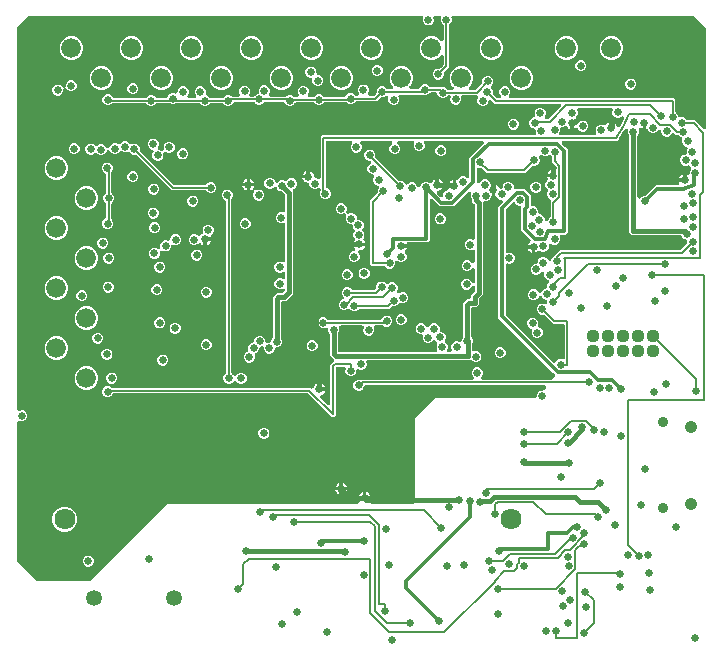
<source format=gbr>
G04 EAGLE Gerber RS-274X export*
G75*
%MOMM*%
%FSLAX34Y34*%
%LPD*%
%INCopper Layer 15*%
%IPPOS*%
%AMOC8*
5,1,8,0,0,1.08239X$1,22.5*%
G01*
%ADD10C,1.676400*%
%ADD11C,1.110000*%
%ADD12C,1.350000*%
%ADD13C,0.910000*%
%ADD14C,1.065000*%
%ADD15C,1.785000*%
%ADD16C,0.631000*%
%ADD17C,0.304800*%
%ADD18C,0.381000*%
%ADD19C,0.152400*%

G36*
X-543180Y69611D02*
X-543180Y69611D01*
X-543054Y69618D01*
X-543008Y69631D01*
X-542960Y69637D01*
X-542841Y69679D01*
X-542719Y69714D01*
X-542677Y69738D01*
X-542632Y69754D01*
X-542525Y69823D01*
X-542415Y69884D01*
X-542369Y69924D01*
X-542339Y69943D01*
X-542305Y69978D01*
X-542229Y70043D01*
X-477143Y135129D01*
X-316246Y135129D01*
X-316121Y135143D01*
X-315996Y135149D01*
X-315948Y135163D01*
X-315900Y135169D01*
X-315782Y135211D01*
X-315661Y135246D01*
X-315618Y135270D01*
X-315572Y135286D01*
X-315466Y135354D01*
X-315357Y135415D01*
X-315320Y135448D01*
X-315279Y135475D01*
X-315192Y135565D01*
X-315099Y135650D01*
X-315071Y135690D01*
X-315037Y135726D01*
X-314972Y135833D01*
X-314901Y135937D01*
X-314883Y135983D01*
X-314858Y136025D01*
X-314820Y136144D01*
X-314774Y136261D01*
X-314766Y136310D01*
X-314751Y136357D01*
X-314741Y136482D01*
X-314723Y136606D01*
X-314727Y136655D01*
X-314723Y136704D01*
X-314742Y136828D01*
X-314753Y136953D01*
X-314768Y137000D01*
X-314775Y137049D01*
X-314821Y137165D01*
X-314860Y137285D01*
X-314891Y137339D01*
X-314904Y137373D01*
X-314931Y137412D01*
X-314946Y137439D01*
X-315338Y138384D01*
X-310388Y138384D01*
X-305438Y138384D01*
X-305841Y137413D01*
X-305854Y137387D01*
X-305918Y137279D01*
X-305933Y137232D01*
X-305956Y137188D01*
X-305986Y137067D01*
X-306025Y136947D01*
X-306029Y136898D01*
X-306040Y136850D01*
X-306042Y136725D01*
X-306053Y136600D01*
X-306045Y136551D01*
X-306046Y136502D01*
X-306019Y136379D01*
X-306001Y136255D01*
X-305983Y136209D01*
X-305972Y136161D01*
X-305918Y136048D01*
X-305872Y135931D01*
X-305844Y135891D01*
X-305823Y135846D01*
X-305745Y135748D01*
X-305673Y135645D01*
X-305637Y135612D01*
X-305606Y135574D01*
X-305508Y135496D01*
X-305414Y135412D01*
X-305371Y135388D01*
X-305333Y135357D01*
X-305219Y135304D01*
X-305109Y135243D01*
X-305062Y135230D01*
X-305017Y135209D01*
X-304895Y135183D01*
X-304774Y135148D01*
X-304712Y135143D01*
X-304677Y135136D01*
X-304629Y135137D01*
X-304530Y135129D01*
X-268986Y135129D01*
X-268960Y135132D01*
X-268934Y135130D01*
X-268787Y135152D01*
X-268640Y135169D01*
X-268615Y135177D01*
X-268589Y135181D01*
X-268451Y135236D01*
X-268312Y135286D01*
X-268290Y135300D01*
X-268265Y135310D01*
X-268144Y135395D01*
X-268019Y135475D01*
X-268001Y135494D01*
X-267979Y135509D01*
X-267880Y135619D01*
X-267777Y135726D01*
X-267763Y135748D01*
X-267746Y135768D01*
X-267674Y135898D01*
X-267598Y136025D01*
X-267590Y136050D01*
X-267577Y136073D01*
X-267537Y136216D01*
X-267492Y136357D01*
X-267490Y136383D01*
X-267482Y136408D01*
X-267463Y136652D01*
X-267463Y207141D01*
X-250067Y224537D01*
X-166282Y224537D01*
X-166256Y224540D01*
X-166230Y224538D01*
X-166083Y224560D01*
X-165936Y224577D01*
X-165911Y224585D01*
X-165885Y224589D01*
X-165747Y224644D01*
X-165608Y224694D01*
X-165586Y224708D01*
X-165561Y224718D01*
X-165440Y224803D01*
X-165315Y224883D01*
X-165297Y224902D01*
X-165275Y224917D01*
X-165176Y225027D01*
X-165073Y225134D01*
X-165059Y225156D01*
X-165042Y225176D01*
X-164970Y225306D01*
X-164894Y225433D01*
X-164886Y225458D01*
X-164873Y225481D01*
X-164833Y225624D01*
X-164788Y225765D01*
X-164786Y225791D01*
X-164778Y225816D01*
X-164759Y226060D01*
X-164759Y227069D01*
X-164050Y228780D01*
X-162740Y230090D01*
X-161029Y230799D01*
X-159783Y230799D01*
X-159751Y230802D01*
X-159718Y230800D01*
X-159578Y230822D01*
X-159436Y230839D01*
X-159406Y230849D01*
X-159374Y230855D01*
X-159242Y230908D01*
X-159108Y230956D01*
X-159081Y230974D01*
X-159051Y230986D01*
X-158935Y231068D01*
X-158816Y231145D01*
X-158793Y231168D01*
X-158767Y231187D01*
X-158598Y231364D01*
X-157245Y233037D01*
X-157235Y233054D01*
X-157221Y233069D01*
X-157141Y233202D01*
X-157059Y233332D01*
X-157052Y233351D01*
X-157042Y233368D01*
X-156995Y233515D01*
X-156944Y233661D01*
X-156942Y233681D01*
X-156936Y233700D01*
X-156923Y233854D01*
X-156907Y234007D01*
X-156909Y234027D01*
X-156908Y234047D01*
X-156930Y234200D01*
X-156949Y234353D01*
X-156956Y234372D01*
X-156959Y234392D01*
X-157016Y234535D01*
X-157069Y234680D01*
X-157081Y234697D01*
X-157088Y234716D01*
X-157176Y234842D01*
X-157261Y234971D01*
X-157275Y234985D01*
X-157287Y235002D01*
X-157401Y235105D01*
X-157513Y235212D01*
X-157531Y235222D01*
X-157546Y235235D01*
X-157681Y235310D01*
X-157814Y235388D01*
X-157833Y235394D01*
X-157851Y235404D01*
X-158000Y235446D01*
X-158147Y235492D01*
X-158167Y235493D01*
X-158186Y235499D01*
X-158430Y235518D01*
X-309289Y235518D01*
X-309315Y235515D01*
X-309341Y235517D01*
X-309488Y235495D01*
X-309635Y235478D01*
X-309660Y235470D01*
X-309686Y235466D01*
X-309824Y235411D01*
X-309963Y235361D01*
X-309985Y235347D01*
X-310010Y235337D01*
X-310131Y235252D01*
X-310256Y235172D01*
X-310274Y235153D01*
X-310296Y235138D01*
X-310395Y235028D01*
X-310498Y234921D01*
X-310512Y234899D01*
X-310529Y234879D01*
X-310601Y234749D01*
X-310677Y234622D01*
X-310685Y234597D01*
X-310698Y234574D01*
X-310738Y234431D01*
X-310783Y234290D01*
X-310785Y234264D01*
X-310790Y234250D01*
X-311521Y232484D01*
X-312831Y231174D01*
X-314542Y230465D01*
X-316394Y230465D01*
X-318105Y231174D01*
X-319415Y232484D01*
X-320124Y234195D01*
X-320124Y236047D01*
X-319415Y237758D01*
X-318105Y239068D01*
X-316394Y239777D01*
X-314521Y239777D01*
X-314484Y239761D01*
X-314387Y239744D01*
X-314293Y239717D01*
X-314216Y239713D01*
X-314141Y239699D01*
X-314043Y239704D01*
X-313945Y239700D01*
X-313869Y239713D01*
X-313793Y239717D01*
X-313698Y239744D01*
X-313602Y239762D01*
X-313532Y239793D01*
X-313458Y239814D01*
X-313372Y239862D01*
X-313282Y239901D01*
X-313221Y239947D01*
X-313154Y239984D01*
X-313084Y240044D01*
X-219488Y240044D01*
X-219389Y240055D01*
X-219288Y240057D01*
X-219216Y240075D01*
X-219142Y240084D01*
X-219047Y240118D01*
X-218950Y240142D01*
X-218884Y240176D01*
X-218814Y240201D01*
X-218730Y240256D01*
X-218640Y240302D01*
X-218584Y240350D01*
X-218521Y240390D01*
X-218451Y240462D01*
X-218375Y240527D01*
X-218331Y240587D01*
X-218279Y240641D01*
X-218227Y240727D01*
X-218168Y240808D01*
X-218138Y240876D01*
X-218100Y240940D01*
X-218070Y241035D01*
X-218030Y241128D01*
X-218017Y241201D01*
X-217994Y241272D01*
X-217986Y241372D01*
X-217968Y241471D01*
X-217972Y241545D01*
X-217966Y241619D01*
X-217981Y241719D01*
X-217986Y241819D01*
X-218007Y241890D01*
X-218018Y241964D01*
X-218055Y242057D01*
X-218083Y242154D01*
X-218119Y242219D01*
X-218146Y242288D01*
X-218204Y242370D01*
X-218253Y242458D01*
X-218318Y242534D01*
X-218345Y242574D01*
X-218372Y242598D01*
X-218411Y242644D01*
X-219085Y243318D01*
X-219794Y245029D01*
X-219794Y246881D01*
X-219085Y248592D01*
X-217775Y249902D01*
X-216064Y250611D01*
X-214212Y250611D01*
X-212501Y249902D01*
X-211191Y248592D01*
X-210482Y246881D01*
X-210482Y245029D01*
X-211191Y243318D01*
X-211865Y242644D01*
X-211927Y242565D01*
X-211997Y242493D01*
X-212035Y242429D01*
X-212081Y242371D01*
X-212124Y242280D01*
X-212176Y242194D01*
X-212198Y242123D01*
X-212230Y242056D01*
X-212251Y241958D01*
X-212282Y241862D01*
X-212288Y241788D01*
X-212304Y241715D01*
X-212302Y241615D01*
X-212310Y241515D01*
X-212299Y241441D01*
X-212298Y241367D01*
X-212273Y241270D01*
X-212258Y241170D01*
X-212231Y241101D01*
X-212213Y241029D01*
X-212167Y240940D01*
X-212130Y240846D01*
X-212087Y240785D01*
X-212053Y240719D01*
X-211988Y240642D01*
X-211931Y240560D01*
X-211875Y240510D01*
X-211827Y240454D01*
X-211746Y240394D01*
X-211672Y240327D01*
X-211607Y240291D01*
X-211547Y240246D01*
X-211455Y240207D01*
X-211367Y240158D01*
X-211295Y240138D01*
X-211227Y240108D01*
X-211128Y240091D01*
X-211031Y240063D01*
X-210931Y240055D01*
X-210884Y240047D01*
X-210848Y240049D01*
X-210788Y240044D01*
X-152307Y240044D01*
X-152275Y240047D01*
X-152243Y240045D01*
X-152102Y240067D01*
X-151961Y240084D01*
X-151931Y240095D01*
X-151899Y240100D01*
X-151767Y240153D01*
X-151633Y240201D01*
X-151606Y240219D01*
X-151576Y240231D01*
X-151460Y240313D01*
X-151340Y240390D01*
X-151318Y240413D01*
X-151291Y240432D01*
X-151123Y240609D01*
X-149436Y242696D01*
X-149371Y242798D01*
X-149299Y242895D01*
X-149278Y242944D01*
X-149249Y242990D01*
X-149209Y243104D01*
X-149161Y243215D01*
X-149152Y243268D01*
X-149134Y243319D01*
X-149121Y243439D01*
X-149100Y243558D01*
X-149103Y243612D01*
X-149097Y243666D01*
X-149112Y243785D01*
X-149118Y243906D01*
X-149133Y243958D01*
X-149139Y244012D01*
X-149181Y244125D01*
X-149214Y244240D01*
X-149241Y244288D01*
X-149260Y244339D01*
X-149326Y244440D01*
X-149384Y244545D01*
X-149429Y244597D01*
X-149451Y244630D01*
X-149484Y244662D01*
X-149543Y244731D01*
X-150556Y245744D01*
X-197129Y292317D01*
X-197129Y386503D01*
X-193886Y389746D01*
X-193824Y389824D01*
X-193754Y389897D01*
X-193716Y389961D01*
X-193670Y390019D01*
X-193627Y390110D01*
X-193575Y390196D01*
X-193552Y390267D01*
X-193521Y390334D01*
X-193499Y390432D01*
X-193469Y390528D01*
X-193463Y390602D01*
X-193447Y390675D01*
X-193449Y390775D01*
X-193441Y390875D01*
X-193452Y390949D01*
X-193453Y391023D01*
X-193478Y391120D01*
X-193493Y391220D01*
X-193520Y391289D01*
X-193538Y391361D01*
X-193584Y391451D01*
X-193621Y391544D01*
X-193664Y391605D01*
X-193698Y391671D01*
X-193763Y391747D01*
X-193820Y391830D01*
X-193875Y391880D01*
X-193924Y391936D01*
X-194004Y391996D01*
X-194079Y392063D01*
X-194144Y392099D01*
X-194204Y392144D01*
X-194296Y392183D01*
X-194384Y392232D01*
X-194456Y392252D01*
X-194524Y392282D01*
X-194623Y392299D01*
X-194719Y392327D01*
X-194819Y392335D01*
X-194867Y392343D01*
X-194903Y392341D01*
X-194963Y392346D01*
X-195407Y392346D01*
X-197118Y393055D01*
X-198428Y394365D01*
X-198633Y394860D01*
X-198658Y394905D01*
X-198675Y394953D01*
X-198742Y395057D01*
X-198802Y395165D01*
X-198837Y395203D01*
X-198865Y395246D01*
X-198954Y395331D01*
X-199036Y395423D01*
X-199079Y395452D01*
X-199116Y395488D01*
X-199222Y395551D01*
X-199323Y395621D01*
X-199371Y395640D01*
X-199415Y395666D01*
X-199533Y395703D01*
X-199647Y395749D01*
X-199698Y395756D01*
X-199747Y395772D01*
X-199870Y395782D01*
X-199899Y395786D01*
X-199899Y400812D01*
X-199899Y405762D01*
X-198980Y405381D01*
X-198135Y404817D01*
X-197417Y404099D01*
X-196853Y403254D01*
X-196581Y402598D01*
X-196545Y402532D01*
X-196519Y402468D01*
X-196519Y402467D01*
X-196516Y402460D01*
X-196460Y402379D01*
X-196412Y402293D01*
X-196361Y402237D01*
X-196317Y402174D01*
X-196244Y402108D01*
X-196178Y402035D01*
X-196115Y401992D01*
X-196058Y401941D01*
X-195972Y401893D01*
X-195891Y401837D01*
X-195820Y401809D01*
X-195753Y401772D01*
X-195658Y401745D01*
X-195567Y401709D01*
X-195491Y401698D01*
X-195418Y401677D01*
X-195269Y401665D01*
X-195222Y401658D01*
X-195203Y401660D01*
X-195174Y401658D01*
X-195093Y401658D01*
X-195067Y401661D01*
X-195041Y401659D01*
X-194894Y401681D01*
X-194747Y401698D01*
X-194722Y401706D01*
X-194696Y401710D01*
X-194559Y401765D01*
X-194419Y401815D01*
X-194397Y401829D01*
X-194373Y401839D01*
X-194251Y401924D01*
X-194126Y402004D01*
X-194108Y402023D01*
X-194086Y402038D01*
X-193988Y402148D01*
X-193884Y402255D01*
X-193871Y402277D01*
X-193853Y402297D01*
X-193781Y402427D01*
X-193705Y402554D01*
X-193697Y402579D01*
X-193684Y402602D01*
X-193644Y402745D01*
X-193599Y402886D01*
X-193597Y402912D01*
X-193590Y402937D01*
X-193570Y403181D01*
X-193570Y403833D01*
X-192861Y405544D01*
X-191552Y406854D01*
X-189840Y407563D01*
X-187988Y407563D01*
X-186277Y406854D01*
X-184967Y405544D01*
X-184259Y403833D01*
X-184259Y402522D01*
X-184256Y402496D01*
X-184258Y402470D01*
X-184236Y402323D01*
X-184219Y402176D01*
X-184210Y402151D01*
X-184206Y402125D01*
X-184151Y401987D01*
X-184101Y401848D01*
X-184087Y401826D01*
X-184077Y401801D01*
X-183993Y401680D01*
X-183912Y401555D01*
X-183893Y401537D01*
X-183878Y401515D01*
X-183768Y401416D01*
X-183662Y401313D01*
X-183639Y401299D01*
X-183620Y401282D01*
X-183490Y401210D01*
X-183362Y401134D01*
X-183338Y401126D01*
X-183315Y401113D01*
X-183172Y401073D01*
X-183031Y401028D01*
X-183004Y401026D01*
X-182979Y401018D01*
X-182735Y400999D01*
X-175009Y400999D01*
X-169617Y395607D01*
X-169617Y388449D01*
X-169614Y388423D01*
X-169616Y388397D01*
X-169594Y388250D01*
X-169577Y388103D01*
X-169569Y388078D01*
X-169565Y388052D01*
X-169510Y387914D01*
X-169460Y387775D01*
X-169446Y387753D01*
X-169436Y387728D01*
X-169351Y387607D01*
X-169271Y387482D01*
X-169252Y387464D01*
X-169237Y387442D01*
X-169127Y387343D01*
X-169020Y387240D01*
X-168998Y387226D01*
X-168978Y387209D01*
X-168848Y387137D01*
X-168721Y387061D01*
X-168696Y387053D01*
X-168673Y387040D01*
X-168530Y387000D01*
X-168389Y386955D01*
X-168363Y386953D01*
X-168338Y386945D01*
X-168094Y386926D01*
X-167222Y386926D01*
X-165511Y386217D01*
X-164201Y384907D01*
X-163492Y383196D01*
X-163492Y381655D01*
X-163489Y381629D01*
X-163491Y381603D01*
X-163469Y381456D01*
X-163452Y381309D01*
X-163444Y381284D01*
X-163440Y381258D01*
X-163385Y381120D01*
X-163335Y380981D01*
X-163321Y380959D01*
X-163311Y380934D01*
X-163226Y380813D01*
X-163146Y380688D01*
X-163127Y380670D01*
X-163112Y380648D01*
X-163002Y380549D01*
X-162895Y380446D01*
X-162873Y380432D01*
X-162853Y380415D01*
X-162723Y380343D01*
X-162596Y380267D01*
X-162571Y380259D01*
X-162548Y380246D01*
X-162405Y380206D01*
X-162264Y380161D01*
X-162238Y380159D01*
X-162213Y380151D01*
X-161969Y380132D01*
X-161634Y380132D01*
X-159923Y379423D01*
X-158613Y378113D01*
X-157904Y376402D01*
X-157904Y375677D01*
X-157899Y375627D01*
X-157901Y375576D01*
X-157879Y375454D01*
X-157864Y375330D01*
X-157847Y375283D01*
X-157838Y375233D01*
X-157789Y375119D01*
X-157747Y375002D01*
X-157720Y374960D01*
X-157700Y374914D01*
X-157625Y374814D01*
X-157558Y374709D01*
X-157522Y374674D01*
X-157492Y374634D01*
X-157397Y374554D01*
X-157307Y374467D01*
X-157264Y374441D01*
X-157226Y374409D01*
X-157115Y374352D01*
X-157008Y374288D01*
X-156960Y374273D01*
X-156915Y374250D01*
X-156795Y374220D01*
X-156676Y374182D01*
X-156626Y374178D01*
X-156577Y374166D01*
X-156453Y374164D01*
X-156329Y374154D01*
X-156279Y374162D01*
X-156229Y374161D01*
X-156107Y374187D01*
X-155984Y374206D01*
X-155937Y374225D01*
X-155888Y374235D01*
X-155776Y374289D01*
X-155660Y374335D01*
X-155619Y374363D01*
X-155573Y374385D01*
X-155476Y374463D01*
X-155374Y374534D01*
X-155340Y374571D01*
X-155301Y374602D01*
X-155224Y374700D01*
X-155141Y374792D01*
X-155116Y374836D01*
X-155085Y374876D01*
X-154974Y375094D01*
X-154486Y376271D01*
X-153248Y377509D01*
X-153169Y377608D01*
X-153085Y377702D01*
X-153061Y377745D01*
X-153031Y377782D01*
X-152977Y377897D01*
X-152916Y378007D01*
X-152903Y378054D01*
X-152882Y378097D01*
X-152856Y378221D01*
X-152821Y378343D01*
X-152816Y378403D01*
X-152809Y378438D01*
X-152810Y378486D01*
X-152802Y378586D01*
X-152802Y391063D01*
X-152796Y391086D01*
X-152786Y391108D01*
X-152754Y391256D01*
X-152718Y391401D01*
X-152717Y391425D01*
X-152712Y391449D01*
X-152715Y391599D01*
X-152713Y391750D01*
X-152718Y391773D01*
X-152718Y391797D01*
X-152755Y391942D01*
X-152787Y392090D01*
X-152797Y392112D01*
X-152803Y392135D01*
X-152872Y392269D01*
X-152937Y392405D01*
X-152952Y392424D01*
X-152963Y392445D01*
X-153060Y392560D01*
X-153154Y392677D01*
X-153173Y392692D01*
X-153188Y392710D01*
X-153309Y392800D01*
X-153427Y392893D01*
X-153453Y392906D01*
X-153469Y392918D01*
X-153512Y392936D01*
X-153645Y393005D01*
X-153767Y393055D01*
X-155077Y394365D01*
X-155786Y396076D01*
X-155786Y397928D01*
X-155113Y399552D01*
X-155092Y399625D01*
X-155062Y399696D01*
X-155044Y399792D01*
X-155017Y399887D01*
X-155014Y399963D01*
X-155000Y400039D01*
X-155005Y400137D01*
X-155000Y400235D01*
X-155014Y400310D01*
X-155018Y400387D01*
X-155045Y400481D01*
X-155063Y400578D01*
X-155093Y400648D01*
X-155115Y400722D01*
X-155163Y400808D01*
X-155173Y400832D01*
X-155186Y400863D01*
X-155189Y400867D01*
X-155202Y400898D01*
X-155247Y400959D01*
X-155285Y401026D01*
X-155362Y401116D01*
X-155384Y401149D01*
X-155397Y401160D01*
X-155410Y401177D01*
X-155424Y401190D01*
X-155443Y401212D01*
X-156662Y402431D01*
X-157371Y404142D01*
X-157371Y405995D01*
X-156662Y407706D01*
X-155759Y408609D01*
X-155712Y408669D01*
X-155657Y408722D01*
X-155604Y408805D01*
X-155542Y408882D01*
X-155510Y408951D01*
X-155469Y409016D01*
X-155436Y409108D01*
X-155394Y409197D01*
X-155378Y409272D01*
X-155352Y409344D01*
X-155341Y409442D01*
X-155320Y409538D01*
X-155322Y409614D01*
X-155313Y409690D01*
X-155324Y409788D01*
X-155326Y409886D01*
X-155345Y409960D01*
X-155354Y410036D01*
X-155400Y410178D01*
X-155411Y410224D01*
X-155420Y410241D01*
X-155429Y410269D01*
X-155826Y411227D01*
X-150876Y411227D01*
X-150850Y411230D01*
X-150824Y411227D01*
X-150677Y411249D01*
X-150530Y411266D01*
X-150505Y411275D01*
X-150479Y411279D01*
X-150342Y411334D01*
X-150202Y411384D01*
X-150180Y411398D01*
X-150156Y411408D01*
X-150034Y411492D01*
X-149909Y411573D01*
X-149891Y411592D01*
X-149869Y411607D01*
X-149770Y411717D01*
X-149667Y411824D01*
X-149653Y411847D01*
X-149635Y411866D01*
X-149564Y411996D01*
X-149488Y412123D01*
X-149480Y412148D01*
X-149467Y412171D01*
X-149427Y412314D01*
X-149381Y412455D01*
X-149379Y412481D01*
X-149372Y412507D01*
X-149353Y412750D01*
X-149353Y417726D01*
X-149195Y417713D01*
X-149194Y417713D01*
X-149193Y417713D01*
X-149024Y417738D01*
X-148850Y417764D01*
X-148849Y417765D01*
X-148848Y417765D01*
X-148689Y417828D01*
X-148526Y417893D01*
X-148525Y417893D01*
X-148524Y417893D01*
X-148393Y417985D01*
X-148240Y418091D01*
X-148239Y418092D01*
X-148238Y418092D01*
X-148134Y418207D01*
X-148006Y418350D01*
X-148005Y418350D01*
X-148005Y418351D01*
X-147921Y418503D01*
X-147837Y418654D01*
X-147837Y418655D01*
X-147836Y418656D01*
X-147790Y418819D01*
X-147742Y418990D01*
X-147742Y418991D01*
X-147741Y418992D01*
X-147722Y419235D01*
X-147722Y419501D01*
X-147736Y419627D01*
X-147743Y419753D01*
X-147756Y419799D01*
X-147762Y419847D01*
X-147804Y419966D01*
X-147839Y420088D01*
X-147863Y420130D01*
X-147879Y420175D01*
X-147948Y420282D01*
X-148009Y420392D01*
X-148049Y420438D01*
X-148068Y420468D01*
X-148103Y420502D01*
X-148168Y420578D01*
X-151869Y424279D01*
X-151869Y428157D01*
X-151883Y428282D01*
X-151890Y428408D01*
X-151903Y428455D01*
X-151909Y428503D01*
X-151951Y428622D01*
X-151986Y428743D01*
X-152010Y428785D01*
X-152026Y428831D01*
X-152095Y428937D01*
X-152156Y429047D01*
X-152196Y429094D01*
X-152215Y429124D01*
X-152250Y429157D01*
X-152315Y429234D01*
X-152848Y429767D01*
X-152868Y429783D01*
X-152885Y429803D01*
X-153005Y429891D01*
X-153121Y429983D01*
X-153145Y429994D01*
X-153166Y430010D01*
X-153302Y430069D01*
X-153436Y430132D01*
X-153462Y430138D01*
X-153486Y430148D01*
X-153632Y430174D01*
X-153777Y430206D01*
X-153803Y430205D01*
X-153829Y430210D01*
X-153977Y430202D01*
X-154125Y430200D01*
X-154150Y430193D01*
X-154177Y430192D01*
X-154319Y430151D01*
X-154463Y430115D01*
X-154487Y430102D01*
X-154512Y430095D01*
X-154641Y430023D01*
X-154773Y429955D01*
X-154793Y429938D01*
X-154816Y429925D01*
X-154986Y429781D01*
X-156701Y429070D01*
X-158553Y429070D01*
X-160283Y429787D01*
X-160365Y429843D01*
X-160462Y429920D01*
X-160507Y429942D01*
X-160549Y429970D01*
X-160665Y430016D01*
X-160777Y430069D01*
X-160826Y430080D01*
X-160873Y430098D01*
X-160996Y430116D01*
X-161118Y430142D01*
X-161168Y430142D01*
X-161218Y430149D01*
X-161342Y430139D01*
X-161466Y430137D01*
X-161515Y430124D01*
X-161565Y430120D01*
X-161683Y430082D01*
X-161804Y430052D01*
X-161849Y430028D01*
X-161897Y430013D01*
X-162003Y429949D01*
X-162114Y429892D01*
X-162152Y429859D01*
X-162195Y429833D01*
X-162285Y429747D01*
X-162379Y429666D01*
X-162409Y429626D01*
X-162445Y429590D01*
X-162513Y429486D01*
X-162586Y429386D01*
X-162606Y429340D01*
X-162634Y429297D01*
X-162675Y429180D01*
X-162725Y429066D01*
X-162733Y429016D01*
X-162750Y428969D01*
X-162764Y428845D01*
X-162786Y428723D01*
X-162784Y428673D01*
X-162789Y428622D01*
X-162775Y428499D01*
X-162768Y428375D01*
X-162754Y428326D01*
X-162748Y428276D01*
X-162673Y428044D01*
X-162163Y426812D01*
X-162163Y424960D01*
X-162872Y423249D01*
X-164182Y421939D01*
X-165893Y421230D01*
X-167644Y421230D01*
X-167769Y421216D01*
X-167896Y421209D01*
X-167942Y421196D01*
X-167990Y421190D01*
X-168109Y421148D01*
X-168230Y421113D01*
X-168273Y421089D01*
X-168318Y421073D01*
X-168424Y421004D01*
X-168535Y420943D01*
X-168581Y420903D01*
X-168611Y420884D01*
X-168644Y420849D01*
X-168721Y420784D01*
X-174681Y414824D01*
X-206723Y414824D01*
X-210870Y418971D01*
X-210969Y419050D01*
X-211063Y419134D01*
X-211105Y419158D01*
X-211143Y419188D01*
X-211257Y419242D01*
X-211368Y419303D01*
X-211414Y419316D01*
X-211458Y419337D01*
X-211581Y419363D01*
X-211703Y419398D01*
X-211764Y419403D01*
X-211799Y419410D01*
X-211847Y419409D01*
X-211947Y419417D01*
X-213438Y419417D01*
X-213560Y419468D01*
X-213705Y419509D01*
X-213848Y419555D01*
X-213872Y419557D01*
X-213895Y419563D01*
X-214046Y419571D01*
X-214195Y419583D01*
X-214219Y419579D01*
X-214243Y419580D01*
X-214391Y419554D01*
X-214540Y419531D01*
X-214562Y419522D01*
X-214586Y419518D01*
X-214724Y419458D01*
X-214864Y419402D01*
X-214884Y419389D01*
X-214906Y419379D01*
X-215027Y419289D01*
X-215150Y419204D01*
X-215166Y419186D01*
X-215186Y419171D01*
X-215283Y419056D01*
X-215383Y418945D01*
X-215395Y418924D01*
X-215411Y418905D01*
X-215479Y418772D01*
X-215552Y418640D01*
X-215559Y418616D01*
X-215570Y418595D01*
X-215606Y418449D01*
X-215647Y418304D01*
X-215649Y418275D01*
X-215654Y418257D01*
X-215654Y418210D01*
X-215666Y418061D01*
X-215666Y407629D01*
X-215661Y407579D01*
X-215663Y407529D01*
X-215641Y407407D01*
X-215626Y407283D01*
X-215609Y407236D01*
X-215600Y407186D01*
X-215551Y407072D01*
X-215509Y406955D01*
X-215482Y406913D01*
X-215462Y406867D01*
X-215387Y406767D01*
X-215320Y406662D01*
X-215284Y406627D01*
X-215254Y406587D01*
X-215159Y406506D01*
X-215069Y406420D01*
X-215026Y406394D01*
X-214988Y406362D01*
X-214877Y406305D01*
X-214770Y406241D01*
X-214722Y406226D01*
X-214677Y406203D01*
X-214557Y406173D01*
X-214438Y406135D01*
X-214388Y406131D01*
X-214339Y406119D01*
X-214215Y406117D01*
X-214091Y406107D01*
X-214041Y406114D01*
X-213991Y406114D01*
X-213869Y406140D01*
X-213746Y406159D01*
X-213699Y406177D01*
X-213650Y406188D01*
X-213538Y406242D01*
X-213422Y406287D01*
X-213381Y406316D01*
X-213336Y406338D01*
X-213238Y406415D01*
X-213136Y406486D01*
X-213102Y406524D01*
X-213063Y406555D01*
X-212986Y406653D01*
X-212903Y406745D01*
X-212878Y406789D01*
X-212847Y406829D01*
X-212736Y407046D01*
X-212569Y407449D01*
X-211259Y408759D01*
X-209548Y409468D01*
X-207696Y409468D01*
X-205985Y408759D01*
X-204675Y407449D01*
X-204378Y406731D01*
X-204353Y406686D01*
X-204335Y406638D01*
X-204268Y406534D01*
X-204208Y406426D01*
X-204174Y406388D01*
X-204146Y406345D01*
X-204057Y406260D01*
X-203974Y406168D01*
X-203932Y406139D01*
X-203895Y406103D01*
X-203789Y406040D01*
X-203687Y405970D01*
X-203640Y405951D01*
X-203595Y405925D01*
X-203478Y405887D01*
X-203363Y405842D01*
X-203312Y405835D01*
X-203263Y405819D01*
X-203140Y405809D01*
X-203018Y405791D01*
X-202967Y405796D01*
X-202945Y405794D01*
X-202945Y400812D01*
X-202945Y395249D01*
X-202997Y395207D01*
X-203058Y395130D01*
X-203127Y395059D01*
X-203166Y394994D01*
X-203213Y394934D01*
X-203281Y394801D01*
X-203305Y394760D01*
X-203311Y394742D01*
X-203325Y394716D01*
X-203996Y393095D01*
X-205306Y391785D01*
X-207017Y391076D01*
X-208685Y391076D01*
X-208711Y391073D01*
X-208737Y391075D01*
X-208884Y391053D01*
X-209031Y391036D01*
X-209056Y391028D01*
X-209082Y391024D01*
X-209220Y390969D01*
X-209359Y390919D01*
X-209381Y390905D01*
X-209406Y390895D01*
X-209527Y390810D01*
X-209652Y390730D01*
X-209670Y390711D01*
X-209692Y390696D01*
X-209791Y390586D01*
X-209894Y390479D01*
X-209908Y390457D01*
X-209925Y390437D01*
X-209997Y390307D01*
X-210073Y390180D01*
X-210081Y390155D01*
X-210094Y390132D01*
X-210134Y389989D01*
X-210179Y389848D01*
X-210181Y389822D01*
X-210189Y389797D01*
X-210208Y389553D01*
X-210208Y312025D01*
X-213318Y308915D01*
X-213397Y308816D01*
X-213481Y308723D01*
X-213505Y308680D01*
X-213535Y308642D01*
X-213589Y308528D01*
X-213650Y308418D01*
X-213663Y308371D01*
X-213684Y308327D01*
X-213710Y308204D01*
X-213745Y308082D01*
X-213750Y308021D01*
X-213757Y307987D01*
X-213756Y307939D01*
X-213764Y307838D01*
X-213764Y303389D01*
X-215759Y301394D01*
X-218591Y301394D01*
X-218617Y301391D01*
X-218643Y301393D01*
X-218790Y301371D01*
X-218937Y301354D01*
X-218962Y301346D01*
X-218988Y301342D01*
X-219126Y301287D01*
X-219265Y301237D01*
X-219287Y301223D01*
X-219312Y301213D01*
X-219433Y301128D01*
X-219558Y301048D01*
X-219576Y301029D01*
X-219598Y301014D01*
X-219697Y300904D01*
X-219800Y300797D01*
X-219814Y300775D01*
X-219831Y300755D01*
X-219903Y300625D01*
X-219979Y300498D01*
X-219987Y300473D01*
X-220000Y300450D01*
X-220040Y300307D01*
X-220085Y300166D01*
X-220087Y300140D01*
X-220095Y300115D01*
X-220114Y299871D01*
X-220114Y276859D01*
X-220100Y276734D01*
X-220093Y276608D01*
X-220080Y276561D01*
X-220074Y276513D01*
X-220032Y276394D01*
X-219997Y276273D01*
X-219973Y276231D01*
X-219957Y276185D01*
X-219888Y276079D01*
X-219827Y275969D01*
X-219787Y275922D01*
X-219768Y275892D01*
X-219733Y275859D01*
X-219668Y275782D01*
X-219573Y275687D01*
X-218864Y273976D01*
X-218864Y272124D01*
X-219299Y271075D01*
X-219299Y271073D01*
X-219300Y271071D01*
X-219348Y270904D01*
X-219395Y270740D01*
X-219395Y270738D01*
X-219395Y270736D01*
X-219415Y270492D01*
X-219415Y265494D01*
X-219398Y265345D01*
X-219385Y265195D01*
X-219378Y265172D01*
X-219375Y265148D01*
X-219324Y265006D01*
X-219278Y264863D01*
X-219266Y264842D01*
X-219257Y264820D01*
X-219176Y264693D01*
X-219098Y264564D01*
X-219082Y264547D01*
X-219068Y264527D01*
X-218960Y264422D01*
X-218856Y264314D01*
X-218835Y264301D01*
X-218818Y264285D01*
X-218689Y264207D01*
X-218562Y264126D01*
X-218539Y264118D01*
X-218519Y264106D01*
X-218376Y264060D01*
X-218234Y264010D01*
X-218210Y264007D01*
X-218187Y264000D01*
X-218037Y263987D01*
X-217887Y263971D01*
X-217863Y263973D01*
X-217839Y263972D01*
X-217691Y263994D01*
X-217541Y264011D01*
X-217514Y264020D01*
X-217495Y264023D01*
X-217451Y264041D01*
X-217309Y264087D01*
X-217187Y264137D01*
X-215335Y264137D01*
X-213623Y263428D01*
X-212314Y262119D01*
X-211605Y260407D01*
X-211605Y258555D01*
X-212314Y256844D01*
X-213623Y255534D01*
X-215335Y254826D01*
X-217187Y254826D01*
X-218898Y255534D01*
X-219655Y256291D01*
X-219675Y256308D01*
X-219692Y256328D01*
X-219811Y256416D01*
X-219928Y256508D01*
X-219951Y256519D01*
X-219972Y256535D01*
X-220109Y256593D01*
X-220243Y256657D01*
X-220268Y256662D01*
X-220292Y256673D01*
X-220439Y256699D01*
X-220583Y256730D01*
X-220610Y256730D01*
X-220635Y256734D01*
X-220784Y256727D01*
X-220932Y256724D01*
X-220957Y256718D01*
X-220984Y256716D01*
X-221074Y256690D01*
X-307652Y256690D01*
X-307802Y256673D01*
X-307951Y256661D01*
X-307974Y256653D01*
X-307998Y256650D01*
X-308140Y256600D01*
X-308283Y256553D01*
X-308304Y256541D01*
X-308326Y256533D01*
X-308453Y256451D01*
X-308582Y256374D01*
X-308599Y256357D01*
X-308619Y256344D01*
X-308724Y256236D01*
X-308832Y256131D01*
X-308845Y256111D01*
X-308861Y256093D01*
X-308939Y255964D01*
X-309020Y255838D01*
X-309028Y255815D01*
X-309040Y255794D01*
X-309086Y255650D01*
X-309136Y255509D01*
X-309139Y255485D01*
X-309147Y255462D01*
X-309159Y255313D01*
X-309175Y255163D01*
X-309173Y255139D01*
X-309175Y255115D01*
X-309152Y254966D01*
X-309135Y254817D01*
X-309126Y254789D01*
X-309123Y254770D01*
X-309105Y254726D01*
X-309059Y254584D01*
X-308780Y253910D01*
X-308780Y252058D01*
X-309489Y250347D01*
X-310799Y249037D01*
X-312510Y248328D01*
X-314362Y248328D01*
X-315310Y248721D01*
X-315455Y248762D01*
X-315598Y248808D01*
X-315622Y248810D01*
X-315645Y248817D01*
X-315796Y248824D01*
X-315945Y248836D01*
X-315969Y248832D01*
X-315993Y248834D01*
X-316141Y248807D01*
X-316290Y248784D01*
X-316312Y248775D01*
X-316336Y248771D01*
X-316474Y248711D01*
X-316614Y248656D01*
X-316634Y248642D01*
X-316656Y248632D01*
X-316777Y248542D01*
X-316900Y248457D01*
X-316916Y248439D01*
X-316936Y248424D01*
X-317033Y248309D01*
X-317133Y248198D01*
X-317145Y248177D01*
X-317161Y248158D01*
X-317229Y248024D01*
X-317302Y247893D01*
X-317308Y247870D01*
X-317319Y247848D01*
X-317356Y247702D01*
X-317397Y247557D01*
X-317399Y247528D01*
X-317404Y247510D01*
X-317404Y247463D01*
X-317416Y247314D01*
X-317416Y246641D01*
X-318125Y244930D01*
X-319435Y243620D01*
X-321146Y242911D01*
X-322998Y242911D01*
X-324709Y243620D01*
X-326019Y244930D01*
X-326728Y246641D01*
X-326728Y248493D01*
X-326572Y248869D01*
X-326531Y249014D01*
X-326485Y249157D01*
X-326483Y249181D01*
X-326476Y249204D01*
X-326469Y249354D01*
X-326457Y249504D01*
X-326461Y249528D01*
X-326459Y249552D01*
X-326486Y249700D01*
X-326509Y249849D01*
X-326518Y249871D01*
X-326522Y249895D01*
X-326582Y250033D01*
X-326637Y250173D01*
X-326651Y250193D01*
X-326661Y250215D01*
X-326751Y250336D01*
X-326836Y250459D01*
X-326854Y250475D01*
X-326869Y250495D01*
X-326984Y250592D01*
X-327095Y250692D01*
X-327116Y250704D01*
X-327135Y250720D01*
X-327268Y250788D01*
X-327400Y250861D01*
X-327423Y250867D01*
X-327445Y250878D01*
X-327591Y250915D01*
X-327735Y250956D01*
X-327765Y250958D01*
X-327783Y250963D01*
X-327830Y250963D01*
X-327979Y250975D01*
X-333526Y250975D01*
X-333552Y250972D01*
X-333578Y250974D01*
X-333725Y250952D01*
X-333872Y250935D01*
X-333897Y250927D01*
X-333923Y250923D01*
X-334061Y250868D01*
X-334200Y250818D01*
X-334222Y250804D01*
X-334247Y250794D01*
X-334368Y250709D01*
X-334493Y250629D01*
X-334511Y250610D01*
X-334533Y250595D01*
X-334632Y250485D01*
X-334735Y250378D01*
X-334749Y250356D01*
X-334766Y250336D01*
X-334838Y250206D01*
X-334914Y250079D01*
X-334922Y250054D01*
X-334935Y250031D01*
X-334975Y249888D01*
X-335020Y249747D01*
X-335022Y249721D01*
X-335030Y249696D01*
X-335049Y249452D01*
X-335049Y209883D01*
X-336375Y208557D01*
X-338249Y208557D01*
X-357615Y227923D01*
X-357714Y228002D01*
X-357808Y228086D01*
X-357850Y228110D01*
X-357888Y228140D01*
X-358002Y228194D01*
X-358113Y228255D01*
X-358160Y228268D01*
X-358203Y228289D01*
X-358327Y228315D01*
X-358448Y228350D01*
X-358509Y228355D01*
X-358544Y228362D01*
X-358592Y228361D01*
X-358692Y228369D01*
X-522630Y228369D01*
X-522706Y228361D01*
X-522783Y228362D01*
X-522879Y228341D01*
X-522977Y228329D01*
X-523049Y228304D01*
X-523123Y228287D01*
X-523212Y228245D01*
X-523305Y228212D01*
X-523369Y228170D01*
X-523438Y228138D01*
X-523515Y228076D01*
X-523598Y228023D01*
X-523651Y227968D01*
X-523710Y227920D01*
X-523771Y227843D01*
X-523840Y227772D01*
X-523879Y227707D01*
X-523926Y227647D01*
X-523995Y227513D01*
X-524019Y227473D01*
X-524024Y227455D01*
X-524038Y227429D01*
X-524119Y227233D01*
X-525429Y225923D01*
X-527140Y225214D01*
X-528992Y225214D01*
X-530703Y225923D01*
X-532013Y227233D01*
X-532722Y228944D01*
X-532722Y230796D01*
X-532013Y232507D01*
X-530703Y233817D01*
X-528992Y234526D01*
X-527979Y234526D01*
X-527929Y234532D01*
X-527878Y234529D01*
X-527756Y234551D01*
X-527633Y234566D01*
X-527585Y234583D01*
X-527535Y234592D01*
X-527422Y234641D01*
X-527305Y234683D01*
X-527262Y234711D01*
X-527215Y234731D01*
X-527116Y234805D01*
X-527012Y234872D01*
X-526977Y234909D01*
X-526936Y234939D01*
X-526856Y235034D01*
X-526770Y235123D01*
X-526744Y235166D01*
X-526711Y235205D01*
X-526655Y235316D01*
X-526591Y235422D01*
X-526576Y235470D01*
X-526552Y235516D01*
X-526523Y235636D01*
X-526485Y235754D01*
X-526481Y235805D01*
X-526469Y235854D01*
X-526467Y235978D01*
X-526457Y236101D01*
X-526465Y236152D01*
X-526464Y236203D01*
X-526490Y236323D01*
X-526509Y236446D01*
X-526527Y236493D01*
X-526538Y236543D01*
X-526592Y236655D01*
X-526637Y236770D01*
X-526666Y236812D01*
X-526688Y236858D01*
X-526766Y236954D01*
X-526836Y237056D01*
X-526874Y237090D01*
X-526906Y237130D01*
X-526991Y237197D01*
X-528457Y238663D01*
X-529166Y240374D01*
X-529166Y242226D01*
X-528457Y243937D01*
X-527147Y245247D01*
X-525436Y245956D01*
X-523584Y245956D01*
X-521873Y245247D01*
X-520563Y243937D01*
X-519854Y242226D01*
X-519854Y240374D01*
X-520563Y238663D01*
X-521873Y237353D01*
X-523584Y236644D01*
X-524597Y236644D01*
X-524647Y236638D01*
X-524698Y236641D01*
X-524820Y236619D01*
X-524943Y236604D01*
X-524991Y236587D01*
X-525041Y236578D01*
X-525154Y236529D01*
X-525271Y236487D01*
X-525314Y236459D01*
X-525361Y236439D01*
X-525460Y236365D01*
X-525564Y236298D01*
X-525599Y236261D01*
X-525640Y236231D01*
X-525720Y236136D01*
X-525806Y236047D01*
X-525832Y236004D01*
X-525865Y235965D01*
X-525921Y235854D01*
X-525985Y235748D01*
X-526000Y235700D01*
X-526024Y235654D01*
X-526053Y235534D01*
X-526091Y235416D01*
X-526095Y235365D01*
X-526107Y235316D01*
X-526109Y235192D01*
X-526119Y235069D01*
X-526111Y235018D01*
X-526112Y234967D01*
X-526086Y234847D01*
X-526067Y234724D01*
X-526049Y234677D01*
X-526038Y234627D01*
X-525984Y234515D01*
X-525939Y234400D01*
X-525910Y234358D01*
X-525888Y234312D01*
X-525810Y234216D01*
X-525740Y234114D01*
X-525702Y234080D01*
X-525670Y234040D01*
X-525585Y233973D01*
X-524953Y233341D01*
X-524854Y233262D01*
X-524760Y233178D01*
X-524717Y233154D01*
X-524680Y233124D01*
X-524565Y233070D01*
X-524455Y233009D01*
X-524408Y232996D01*
X-524365Y232975D01*
X-524241Y232949D01*
X-524119Y232914D01*
X-524059Y232909D01*
X-524024Y232902D01*
X-523976Y232903D01*
X-523876Y232895D01*
X-356186Y232895D01*
X-356072Y232804D01*
X-355957Y232707D01*
X-355936Y232696D01*
X-355917Y232681D01*
X-355781Y232617D01*
X-355647Y232548D01*
X-355624Y232543D01*
X-355602Y232532D01*
X-355455Y232501D01*
X-355309Y232464D01*
X-355285Y232464D01*
X-355261Y232459D01*
X-355111Y232461D01*
X-354960Y232459D01*
X-354937Y232464D01*
X-354913Y232465D01*
X-354767Y232501D01*
X-354620Y232534D01*
X-354598Y232544D01*
X-354575Y232550D01*
X-354441Y232619D01*
X-354305Y232683D01*
X-354286Y232698D01*
X-354265Y232709D01*
X-354150Y232807D01*
X-354033Y232901D01*
X-354018Y232920D01*
X-353999Y232935D01*
X-353910Y233056D01*
X-353817Y233174D01*
X-353803Y233200D01*
X-353792Y233216D01*
X-353774Y233259D01*
X-353705Y233392D01*
X-353311Y234344D01*
X-352747Y235189D01*
X-352029Y235907D01*
X-351184Y236471D01*
X-350265Y236852D01*
X-350265Y231902D01*
X-350262Y231876D01*
X-350264Y231850D01*
X-350242Y231703D01*
X-350226Y231556D01*
X-350217Y231531D01*
X-350213Y231505D01*
X-350158Y231368D01*
X-350108Y231228D01*
X-350094Y231206D01*
X-350084Y231182D01*
X-350000Y231060D01*
X-349919Y230935D01*
X-349900Y230917D01*
X-349885Y230895D01*
X-349775Y230796D01*
X-349668Y230693D01*
X-349645Y230679D01*
X-349626Y230661D01*
X-349496Y230590D01*
X-349369Y230514D01*
X-349344Y230506D01*
X-349321Y230493D01*
X-349178Y230453D01*
X-349037Y230407D01*
X-349011Y230405D01*
X-348985Y230398D01*
X-348742Y230379D01*
X-343792Y230379D01*
X-344173Y229460D01*
X-344737Y228615D01*
X-345455Y227897D01*
X-346300Y227333D01*
X-347252Y226939D01*
X-347384Y226866D01*
X-347517Y226797D01*
X-347536Y226781D01*
X-347557Y226769D01*
X-347668Y226668D01*
X-347783Y226571D01*
X-347797Y226551D01*
X-347815Y226535D01*
X-347900Y226411D01*
X-347990Y226291D01*
X-347999Y226268D01*
X-348013Y226248D01*
X-348068Y226109D01*
X-348128Y225971D01*
X-348132Y225947D01*
X-348141Y225924D01*
X-348163Y225776D01*
X-348189Y225628D01*
X-348188Y225603D01*
X-348192Y225579D01*
X-348179Y225429D01*
X-348171Y225280D01*
X-348165Y225256D01*
X-348163Y225232D01*
X-348116Y225089D01*
X-348075Y224945D01*
X-348063Y224924D01*
X-348056Y224901D01*
X-347978Y224772D01*
X-347905Y224641D01*
X-347886Y224618D01*
X-347876Y224602D01*
X-347843Y224568D01*
X-347746Y224454D01*
X-342175Y218883D01*
X-342097Y218821D01*
X-342024Y218751D01*
X-341960Y218713D01*
X-341902Y218666D01*
X-341811Y218624D01*
X-341725Y218572D01*
X-341654Y218549D01*
X-341587Y218518D01*
X-341489Y218496D01*
X-341393Y218466D01*
X-341319Y218460D01*
X-341246Y218444D01*
X-341146Y218446D01*
X-341046Y218438D01*
X-340972Y218449D01*
X-340898Y218450D01*
X-340801Y218475D01*
X-340701Y218489D01*
X-340632Y218517D01*
X-340560Y218535D01*
X-340470Y218581D01*
X-340377Y218618D01*
X-340316Y218661D01*
X-340250Y218695D01*
X-340173Y218760D01*
X-340091Y218817D01*
X-340041Y218872D01*
X-339985Y218921D01*
X-339925Y219001D01*
X-339858Y219076D01*
X-339822Y219141D01*
X-339777Y219201D01*
X-339738Y219293D01*
X-339689Y219381D01*
X-339669Y219453D01*
X-339639Y219521D01*
X-339622Y219620D01*
X-339594Y219716D01*
X-339586Y219816D01*
X-339578Y219864D01*
X-339580Y219900D01*
X-339575Y219960D01*
X-339575Y252143D01*
X-337803Y253915D01*
X-336682Y255036D01*
X-336666Y255056D01*
X-336646Y255073D01*
X-336558Y255192D01*
X-336466Y255309D01*
X-336454Y255332D01*
X-336439Y255354D01*
X-336380Y255490D01*
X-336317Y255624D01*
X-336311Y255649D01*
X-336301Y255674D01*
X-336274Y255820D01*
X-336243Y255964D01*
X-336244Y255991D01*
X-336239Y256017D01*
X-336247Y256165D01*
X-336249Y256313D01*
X-336256Y256338D01*
X-336257Y256365D01*
X-336298Y256507D01*
X-336334Y256651D01*
X-336346Y256674D01*
X-336354Y256699D01*
X-336426Y256829D01*
X-336494Y256961D01*
X-336511Y256981D01*
X-336524Y257004D01*
X-336682Y257190D01*
X-337515Y258022D01*
X-339956Y260463D01*
X-339956Y278131D01*
X-339970Y278256D01*
X-339977Y278382D01*
X-339990Y278429D01*
X-339996Y278477D01*
X-340038Y278596D01*
X-340073Y278717D01*
X-340097Y278759D01*
X-340113Y278805D01*
X-340182Y278911D01*
X-340243Y279021D01*
X-340283Y279068D01*
X-340302Y279098D01*
X-340337Y279131D01*
X-340402Y279208D01*
X-340497Y279303D01*
X-341206Y281014D01*
X-341206Y282554D01*
X-341223Y282703D01*
X-341235Y282853D01*
X-341243Y282876D01*
X-341246Y282900D01*
X-341296Y283041D01*
X-341342Y283185D01*
X-341355Y283205D01*
X-341363Y283228D01*
X-341445Y283355D01*
X-341522Y283483D01*
X-341539Y283501D01*
X-341552Y283521D01*
X-341661Y283626D01*
X-341765Y283733D01*
X-341785Y283746D01*
X-341803Y283763D01*
X-341932Y283840D01*
X-342058Y283922D01*
X-342081Y283930D01*
X-342102Y283942D01*
X-342245Y283988D01*
X-342387Y284038D01*
X-342411Y284041D01*
X-342434Y284048D01*
X-342583Y284060D01*
X-342733Y284077D01*
X-342757Y284074D01*
X-342781Y284076D01*
X-342930Y284054D01*
X-343079Y284036D01*
X-343107Y284027D01*
X-343126Y284025D01*
X-343170Y284007D01*
X-343312Y283961D01*
X-344514Y283463D01*
X-346366Y283463D01*
X-348077Y284172D01*
X-349387Y285482D01*
X-350096Y287193D01*
X-350096Y289045D01*
X-349387Y290756D01*
X-348077Y292066D01*
X-346366Y292775D01*
X-344514Y292775D01*
X-342803Y292066D01*
X-341565Y290828D01*
X-341466Y290749D01*
X-341372Y290665D01*
X-341329Y290641D01*
X-341292Y290611D01*
X-341177Y290557D01*
X-341067Y290496D01*
X-341020Y290483D01*
X-340977Y290462D01*
X-340853Y290436D01*
X-340731Y290401D01*
X-340671Y290396D01*
X-340636Y290389D01*
X-340588Y290390D01*
X-340488Y290382D01*
X-297480Y290382D01*
X-297404Y290390D01*
X-297327Y290389D01*
X-297231Y290410D01*
X-297134Y290422D01*
X-297062Y290447D01*
X-296987Y290464D01*
X-296898Y290506D01*
X-296805Y290539D01*
X-296741Y290581D01*
X-296672Y290613D01*
X-296595Y290675D01*
X-296513Y290728D01*
X-296460Y290783D01*
X-296400Y290831D01*
X-296339Y290908D01*
X-296270Y290979D01*
X-296231Y291044D01*
X-296184Y291104D01*
X-296116Y291238D01*
X-296092Y291278D01*
X-296086Y291296D01*
X-296072Y291322D01*
X-295710Y292197D01*
X-294400Y293507D01*
X-292689Y294216D01*
X-290837Y294216D01*
X-289126Y293507D01*
X-287816Y292197D01*
X-287107Y290486D01*
X-287107Y288634D01*
X-287816Y286923D01*
X-289126Y285613D01*
X-290837Y284904D01*
X-292689Y284904D01*
X-294647Y285715D01*
X-294695Y285742D01*
X-294742Y285755D01*
X-294785Y285776D01*
X-294909Y285802D01*
X-295031Y285837D01*
X-295091Y285842D01*
X-295126Y285849D01*
X-295174Y285848D01*
X-295274Y285856D01*
X-301306Y285856D01*
X-301455Y285839D01*
X-301605Y285827D01*
X-301628Y285819D01*
X-301652Y285816D01*
X-301794Y285766D01*
X-301937Y285720D01*
X-301958Y285707D01*
X-301980Y285699D01*
X-302107Y285617D01*
X-302236Y285540D01*
X-302253Y285523D01*
X-302273Y285510D01*
X-302378Y285401D01*
X-302486Y285297D01*
X-302499Y285277D01*
X-302515Y285259D01*
X-302593Y285130D01*
X-302674Y285004D01*
X-302682Y284981D01*
X-302694Y284960D01*
X-302740Y284817D01*
X-302790Y284675D01*
X-302793Y284651D01*
X-302801Y284628D01*
X-302813Y284479D01*
X-302829Y284329D01*
X-302827Y284305D01*
X-302828Y284281D01*
X-302806Y284132D01*
X-302789Y283983D01*
X-302780Y283955D01*
X-302777Y283936D01*
X-302759Y283892D01*
X-302713Y283750D01*
X-302347Y282866D01*
X-302347Y281014D01*
X-303056Y279303D01*
X-304366Y277993D01*
X-306077Y277284D01*
X-307929Y277284D01*
X-309640Y277993D01*
X-310950Y279303D01*
X-311659Y281014D01*
X-311659Y282866D01*
X-311293Y283750D01*
X-311251Y283895D01*
X-311205Y284038D01*
X-311204Y284062D01*
X-311197Y284085D01*
X-311190Y284236D01*
X-311178Y284385D01*
X-311181Y284409D01*
X-311180Y284433D01*
X-311207Y284581D01*
X-311229Y284730D01*
X-311238Y284752D01*
X-311242Y284776D01*
X-311302Y284914D01*
X-311358Y285054D01*
X-311372Y285074D01*
X-311381Y285096D01*
X-311471Y285217D01*
X-311557Y285340D01*
X-311575Y285356D01*
X-311589Y285376D01*
X-311704Y285473D01*
X-311816Y285573D01*
X-311837Y285585D01*
X-311855Y285601D01*
X-311989Y285669D01*
X-312121Y285742D01*
X-312144Y285748D01*
X-312166Y285759D01*
X-312311Y285796D01*
X-312456Y285837D01*
X-312485Y285839D01*
X-312504Y285844D01*
X-312551Y285844D01*
X-312700Y285856D01*
X-330853Y285856D01*
X-331002Y285839D01*
X-331152Y285827D01*
X-331175Y285819D01*
X-331199Y285816D01*
X-331341Y285766D01*
X-331484Y285720D01*
X-331505Y285707D01*
X-331527Y285699D01*
X-331654Y285617D01*
X-331783Y285540D01*
X-331800Y285523D01*
X-331820Y285510D01*
X-331925Y285401D01*
X-332033Y285297D01*
X-332046Y285277D01*
X-332062Y285259D01*
X-332140Y285130D01*
X-332221Y285004D01*
X-332229Y284981D01*
X-332241Y284960D01*
X-332287Y284817D01*
X-332337Y284675D01*
X-332340Y284651D01*
X-332348Y284628D01*
X-332360Y284479D01*
X-332376Y284329D01*
X-332374Y284305D01*
X-332375Y284281D01*
X-332353Y284132D01*
X-332336Y283983D01*
X-332327Y283955D01*
X-332324Y283936D01*
X-332306Y283892D01*
X-332260Y283750D01*
X-331894Y282866D01*
X-331894Y281014D01*
X-332603Y279303D01*
X-332698Y279208D01*
X-332777Y279109D01*
X-332861Y279015D01*
X-332885Y278972D01*
X-332915Y278935D01*
X-332969Y278820D01*
X-333030Y278710D01*
X-333043Y278663D01*
X-333064Y278620D01*
X-333090Y278496D01*
X-333125Y278374D01*
X-333130Y278314D01*
X-333137Y278279D01*
X-333136Y278231D01*
X-333144Y278131D01*
X-333144Y265025D01*
X-333141Y264999D01*
X-333143Y264973D01*
X-333121Y264826D01*
X-333104Y264679D01*
X-333096Y264654D01*
X-333092Y264628D01*
X-333037Y264490D01*
X-332987Y264351D01*
X-332973Y264329D01*
X-332963Y264304D01*
X-332878Y264183D01*
X-332798Y264058D01*
X-332779Y264040D01*
X-332764Y264018D01*
X-332654Y263919D01*
X-332547Y263816D01*
X-332525Y263802D01*
X-332505Y263785D01*
X-332375Y263713D01*
X-332248Y263637D01*
X-332223Y263629D01*
X-332200Y263616D01*
X-332057Y263576D01*
X-331916Y263531D01*
X-331890Y263529D01*
X-331865Y263521D01*
X-331621Y263502D01*
X-250236Y263502D01*
X-250087Y263519D01*
X-249937Y263531D01*
X-249914Y263539D01*
X-249890Y263542D01*
X-249749Y263592D01*
X-249605Y263638D01*
X-249585Y263651D01*
X-249562Y263659D01*
X-249435Y263741D01*
X-249307Y263818D01*
X-249289Y263835D01*
X-249269Y263848D01*
X-249164Y263956D01*
X-249057Y264061D01*
X-249044Y264081D01*
X-249027Y264099D01*
X-248950Y264228D01*
X-248869Y264354D01*
X-248860Y264377D01*
X-248848Y264398D01*
X-248802Y264541D01*
X-248752Y264683D01*
X-248749Y264707D01*
X-248742Y264730D01*
X-248730Y264879D01*
X-248713Y265029D01*
X-248716Y265053D01*
X-248714Y265077D01*
X-248736Y265226D01*
X-248754Y265375D01*
X-248763Y265403D01*
X-248766Y265422D01*
X-248783Y265466D01*
X-248829Y265608D01*
X-249424Y267044D01*
X-249424Y268896D01*
X-248851Y270280D01*
X-248830Y270353D01*
X-248799Y270423D01*
X-248782Y270520D01*
X-248755Y270615D01*
X-248751Y270691D01*
X-248738Y270766D01*
X-248743Y270865D01*
X-248738Y270963D01*
X-248752Y271038D01*
X-248756Y271114D01*
X-248783Y271209D01*
X-248801Y271306D01*
X-248831Y271376D01*
X-248852Y271449D01*
X-248900Y271535D01*
X-248939Y271625D01*
X-248985Y271687D01*
X-249022Y271753D01*
X-249119Y271868D01*
X-249147Y271905D01*
X-249162Y271917D01*
X-249181Y271940D01*
X-250316Y273075D01*
X-250337Y273092D01*
X-250354Y273111D01*
X-250473Y273199D01*
X-250589Y273292D01*
X-250613Y273303D01*
X-250634Y273319D01*
X-250770Y273377D01*
X-250904Y273441D01*
X-250930Y273446D01*
X-250954Y273457D01*
X-251100Y273483D01*
X-251245Y273514D01*
X-251271Y273514D01*
X-251297Y273518D01*
X-251446Y273511D01*
X-251594Y273508D01*
X-251619Y273502D01*
X-251645Y273500D01*
X-251788Y273459D01*
X-251932Y273423D01*
X-251955Y273411D01*
X-251980Y273404D01*
X-252110Y273331D01*
X-252241Y273264D01*
X-252261Y273247D01*
X-252284Y273234D01*
X-252471Y273075D01*
X-253903Y271643D01*
X-255614Y270934D01*
X-257466Y270934D01*
X-259177Y271643D01*
X-260487Y272953D01*
X-261196Y274664D01*
X-261196Y276547D01*
X-261183Y276593D01*
X-261137Y276736D01*
X-261135Y276760D01*
X-261128Y276783D01*
X-261121Y276933D01*
X-261109Y277083D01*
X-261112Y277107D01*
X-261111Y277131D01*
X-261138Y277279D01*
X-261161Y277428D01*
X-261169Y277450D01*
X-261174Y277474D01*
X-261234Y277612D01*
X-261289Y277752D01*
X-261303Y277772D01*
X-261313Y277794D01*
X-261402Y277915D01*
X-261488Y278038D01*
X-261506Y278054D01*
X-261520Y278073D01*
X-261635Y278171D01*
X-261747Y278271D01*
X-261768Y278283D01*
X-261786Y278299D01*
X-261920Y278367D01*
X-262052Y278440D01*
X-262075Y278446D01*
X-262097Y278457D01*
X-262243Y278494D01*
X-262387Y278535D01*
X-262416Y278537D01*
X-262435Y278542D01*
X-262482Y278542D01*
X-262631Y278554D01*
X-263557Y278554D01*
X-265268Y279263D01*
X-266578Y280573D01*
X-267287Y282284D01*
X-267287Y284136D01*
X-266578Y285847D01*
X-265268Y287157D01*
X-263557Y287866D01*
X-261705Y287866D01*
X-259994Y287157D01*
X-258684Y285847D01*
X-258453Y285289D01*
X-258417Y285225D01*
X-258398Y285178D01*
X-258386Y285160D01*
X-258364Y285109D01*
X-258320Y285049D01*
X-258283Y284984D01*
X-258216Y284910D01*
X-258156Y284829D01*
X-258099Y284781D01*
X-258049Y284726D01*
X-257967Y284669D01*
X-257890Y284604D01*
X-257824Y284570D01*
X-257763Y284528D01*
X-257669Y284491D01*
X-257580Y284445D01*
X-257508Y284427D01*
X-257438Y284400D01*
X-257339Y284386D01*
X-257242Y284361D01*
X-257167Y284360D01*
X-257094Y284349D01*
X-256994Y284358D01*
X-256893Y284356D01*
X-256820Y284372D01*
X-256746Y284378D01*
X-256651Y284409D01*
X-256553Y284431D01*
X-256485Y284463D01*
X-256415Y284485D01*
X-256329Y284537D01*
X-256238Y284580D01*
X-256180Y284627D01*
X-256116Y284665D01*
X-256044Y284735D01*
X-255965Y284798D01*
X-255919Y284856D01*
X-255866Y284908D01*
X-255812Y284992D01*
X-255750Y285071D01*
X-255704Y285160D01*
X-255678Y285201D01*
X-255666Y285235D01*
X-255653Y285261D01*
X-255646Y285271D01*
X-255645Y285276D01*
X-255638Y285289D01*
X-255407Y285847D01*
X-254097Y287157D01*
X-252386Y287866D01*
X-250534Y287866D01*
X-248823Y287157D01*
X-247513Y285847D01*
X-246804Y284136D01*
X-246804Y282008D01*
X-246812Y281907D01*
X-246809Y281883D01*
X-246810Y281859D01*
X-246783Y281711D01*
X-246761Y281562D01*
X-246752Y281540D01*
X-246748Y281516D01*
X-246688Y281379D01*
X-246632Y281238D01*
X-246618Y281219D01*
X-246609Y281197D01*
X-246519Y281076D01*
X-246433Y280952D01*
X-246415Y280936D01*
X-246401Y280917D01*
X-246286Y280819D01*
X-246174Y280719D01*
X-246153Y280707D01*
X-246135Y280692D01*
X-246001Y280623D01*
X-245869Y280550D01*
X-245846Y280544D01*
X-245825Y280533D01*
X-245679Y280496D01*
X-245611Y280477D01*
X-243800Y279727D01*
X-242490Y278417D01*
X-241781Y276706D01*
X-241781Y274854D01*
X-242354Y273470D01*
X-242375Y273397D01*
X-242406Y273327D01*
X-242423Y273230D01*
X-242450Y273135D01*
X-242454Y273059D01*
X-242467Y272984D01*
X-242462Y272885D01*
X-242467Y272787D01*
X-242453Y272712D01*
X-242449Y272636D01*
X-242422Y272541D01*
X-242404Y272444D01*
X-242374Y272374D01*
X-242353Y272301D01*
X-242305Y272215D01*
X-242266Y272125D01*
X-242220Y272063D01*
X-242183Y271997D01*
X-242086Y271883D01*
X-242058Y271845D01*
X-242043Y271833D01*
X-242024Y271810D01*
X-240821Y270607D01*
X-240112Y268896D01*
X-240112Y267044D01*
X-240707Y265608D01*
X-240748Y265463D01*
X-240794Y265320D01*
X-240796Y265296D01*
X-240803Y265273D01*
X-240810Y265122D01*
X-240822Y264973D01*
X-240819Y264949D01*
X-240820Y264925D01*
X-240793Y264777D01*
X-240770Y264628D01*
X-240762Y264606D01*
X-240757Y264582D01*
X-240697Y264444D01*
X-240642Y264304D01*
X-240628Y264284D01*
X-240618Y264262D01*
X-240528Y264141D01*
X-240443Y264018D01*
X-240425Y264002D01*
X-240410Y263982D01*
X-240295Y263885D01*
X-240184Y263785D01*
X-240163Y263773D01*
X-240144Y263757D01*
X-240011Y263689D01*
X-239879Y263616D01*
X-239856Y263610D01*
X-239834Y263599D01*
X-239689Y263562D01*
X-239544Y263521D01*
X-239514Y263519D01*
X-239496Y263514D01*
X-239449Y263514D01*
X-239300Y263502D01*
X-237878Y263502D01*
X-237729Y263519D01*
X-237579Y263531D01*
X-237556Y263539D01*
X-237532Y263542D01*
X-237391Y263592D01*
X-237247Y263638D01*
X-237227Y263651D01*
X-237204Y263659D01*
X-237077Y263741D01*
X-236949Y263818D01*
X-236931Y263835D01*
X-236911Y263848D01*
X-236806Y263956D01*
X-236699Y264061D01*
X-236686Y264081D01*
X-236669Y264099D01*
X-236592Y264228D01*
X-236511Y264354D01*
X-236502Y264377D01*
X-236490Y264398D01*
X-236444Y264541D01*
X-236394Y264683D01*
X-236391Y264707D01*
X-236384Y264730D01*
X-236372Y264879D01*
X-236355Y265029D01*
X-236358Y265053D01*
X-236356Y265077D01*
X-236378Y265226D01*
X-236396Y265375D01*
X-236405Y265403D01*
X-236408Y265422D01*
X-236425Y265466D01*
X-236471Y265608D01*
X-237066Y267044D01*
X-237066Y268896D01*
X-236357Y270607D01*
X-235047Y271917D01*
X-233336Y272626D01*
X-231484Y272626D01*
X-230282Y272128D01*
X-230137Y272086D01*
X-229994Y272041D01*
X-229970Y272039D01*
X-229947Y272032D01*
X-229796Y272025D01*
X-229647Y272013D01*
X-229623Y272016D01*
X-229599Y272015D01*
X-229451Y272042D01*
X-229302Y272064D01*
X-229280Y272073D01*
X-229256Y272078D01*
X-229118Y272138D01*
X-228978Y272193D01*
X-228958Y272207D01*
X-228936Y272217D01*
X-228815Y272306D01*
X-228692Y272392D01*
X-228676Y272410D01*
X-228656Y272425D01*
X-228559Y272539D01*
X-228459Y272651D01*
X-228447Y272672D01*
X-228431Y272691D01*
X-228363Y272824D01*
X-228290Y272956D01*
X-228284Y272979D01*
X-228273Y273001D01*
X-228236Y273146D01*
X-228195Y273291D01*
X-228193Y273321D01*
X-228188Y273339D01*
X-228188Y273386D01*
X-228176Y273535D01*
X-228176Y273976D01*
X-227467Y275687D01*
X-227372Y275782D01*
X-227293Y275881D01*
X-227209Y275975D01*
X-227185Y276018D01*
X-227155Y276055D01*
X-227101Y276170D01*
X-227040Y276280D01*
X-227027Y276327D01*
X-227006Y276370D01*
X-226980Y276494D01*
X-226945Y276616D01*
X-226940Y276676D01*
X-226933Y276711D01*
X-226934Y276759D01*
X-226926Y276859D01*
X-226926Y304941D01*
X-223661Y308206D01*
X-222099Y308206D01*
X-222073Y308209D01*
X-222047Y308207D01*
X-221900Y308229D01*
X-221753Y308246D01*
X-221728Y308254D01*
X-221702Y308258D01*
X-221564Y308313D01*
X-221425Y308363D01*
X-221403Y308377D01*
X-221378Y308387D01*
X-221257Y308472D01*
X-221132Y308552D01*
X-221114Y308571D01*
X-221092Y308586D01*
X-220993Y308696D01*
X-220890Y308803D01*
X-220876Y308825D01*
X-220859Y308845D01*
X-220787Y308975D01*
X-220711Y309102D01*
X-220703Y309127D01*
X-220690Y309150D01*
X-220650Y309293D01*
X-220605Y309434D01*
X-220603Y309460D01*
X-220595Y309485D01*
X-220576Y309729D01*
X-220576Y311291D01*
X-217466Y314401D01*
X-217387Y314500D01*
X-217303Y314593D01*
X-217279Y314636D01*
X-217249Y314674D01*
X-217195Y314788D01*
X-217134Y314898D01*
X-217121Y314945D01*
X-217100Y314989D01*
X-217074Y315112D01*
X-217039Y315234D01*
X-217034Y315295D01*
X-217027Y315329D01*
X-217028Y315377D01*
X-217020Y315478D01*
X-217020Y318077D01*
X-217025Y318127D01*
X-217023Y318178D01*
X-217045Y318300D01*
X-217060Y318423D01*
X-217077Y318471D01*
X-217086Y318520D01*
X-217135Y318634D01*
X-217177Y318752D01*
X-217204Y318794D01*
X-217225Y318840D01*
X-217299Y318940D01*
X-217366Y319044D01*
X-217402Y319079D01*
X-217432Y319120D01*
X-217527Y319200D01*
X-217617Y319287D01*
X-217660Y319312D01*
X-217698Y319345D01*
X-217809Y319402D01*
X-217916Y319465D01*
X-217964Y319481D01*
X-218009Y319504D01*
X-218129Y319534D01*
X-218248Y319572D01*
X-218298Y319576D01*
X-218347Y319588D01*
X-218471Y319590D01*
X-218595Y319600D01*
X-218645Y319592D01*
X-218695Y319593D01*
X-218817Y319566D01*
X-218940Y319548D01*
X-218987Y319529D01*
X-219036Y319519D01*
X-219148Y319465D01*
X-219264Y319419D01*
X-219305Y319390D01*
X-219351Y319369D01*
X-219448Y319291D01*
X-219550Y319220D01*
X-219584Y319183D01*
X-219623Y319151D01*
X-219700Y319054D01*
X-219783Y318961D01*
X-219808Y318917D01*
X-219839Y318878D01*
X-219950Y318660D01*
X-220208Y318038D01*
X-221518Y316728D01*
X-223229Y316019D01*
X-225081Y316019D01*
X-226792Y316728D01*
X-228102Y318038D01*
X-228811Y319749D01*
X-228811Y321601D01*
X-228102Y323312D01*
X-226792Y324622D01*
X-225081Y325331D01*
X-223229Y325331D01*
X-221518Y324622D01*
X-220208Y323312D01*
X-219950Y322690D01*
X-219926Y322646D01*
X-219909Y322598D01*
X-219841Y322494D01*
X-219781Y322385D01*
X-219747Y322348D01*
X-219720Y322306D01*
X-219630Y322219D01*
X-219547Y322127D01*
X-219505Y322099D01*
X-219469Y322063D01*
X-219362Y322000D01*
X-219260Y321929D01*
X-219213Y321910D01*
X-219170Y321885D01*
X-219052Y321847D01*
X-218936Y321801D01*
X-218886Y321794D01*
X-218838Y321778D01*
X-218714Y321768D01*
X-218591Y321750D01*
X-218541Y321754D01*
X-218491Y321750D01*
X-218368Y321769D01*
X-218244Y321779D01*
X-218196Y321795D01*
X-218146Y321802D01*
X-218030Y321848D01*
X-217912Y321886D01*
X-217869Y321912D01*
X-217822Y321931D01*
X-217720Y322002D01*
X-217614Y322066D01*
X-217577Y322101D01*
X-217536Y322130D01*
X-217453Y322222D01*
X-217364Y322309D01*
X-217336Y322351D01*
X-217303Y322389D01*
X-217242Y322498D01*
X-217175Y322602D01*
X-217159Y322649D01*
X-217134Y322694D01*
X-217100Y322813D01*
X-217059Y322930D01*
X-217053Y322980D01*
X-217039Y323029D01*
X-217020Y323273D01*
X-217020Y332727D01*
X-217031Y332827D01*
X-217033Y332927D01*
X-217051Y332999D01*
X-217060Y333073D01*
X-217093Y333168D01*
X-217118Y333265D01*
X-217152Y333331D01*
X-217177Y333401D01*
X-217232Y333486D01*
X-217278Y333575D01*
X-217326Y333632D01*
X-217366Y333694D01*
X-217438Y333764D01*
X-217503Y333840D01*
X-217563Y333885D01*
X-217617Y333936D01*
X-217703Y333988D01*
X-217784Y334048D01*
X-217852Y334077D01*
X-217916Y334115D01*
X-218012Y334146D01*
X-218104Y334186D01*
X-218177Y334199D01*
X-218248Y334221D01*
X-218348Y334230D01*
X-218447Y334247D01*
X-218521Y334243D01*
X-218595Y334249D01*
X-218695Y334235D01*
X-218795Y334229D01*
X-218866Y334209D01*
X-218940Y334198D01*
X-219033Y334161D01*
X-219130Y334133D01*
X-219195Y334096D01*
X-219264Y334069D01*
X-219346Y334012D01*
X-219434Y333963D01*
X-219510Y333897D01*
X-219550Y333870D01*
X-219574Y333844D01*
X-219620Y333804D01*
X-220883Y332541D01*
X-222594Y331833D01*
X-224446Y331833D01*
X-226157Y332542D01*
X-227467Y333851D01*
X-228176Y335562D01*
X-228176Y337415D01*
X-227467Y339126D01*
X-226157Y340435D01*
X-224446Y341144D01*
X-222594Y341144D01*
X-220883Y340435D01*
X-219620Y339173D01*
X-219541Y339110D01*
X-219469Y339040D01*
X-219405Y339002D01*
X-219347Y338956D01*
X-219256Y338913D01*
X-219170Y338862D01*
X-219099Y338839D01*
X-219032Y338807D01*
X-218934Y338786D01*
X-218838Y338755D01*
X-218764Y338749D01*
X-218691Y338734D01*
X-218591Y338736D01*
X-218491Y338727D01*
X-218417Y338738D01*
X-218343Y338740D01*
X-218246Y338764D01*
X-218146Y338779D01*
X-218077Y338807D01*
X-218005Y338825D01*
X-217916Y338871D01*
X-217822Y338908D01*
X-217761Y338950D01*
X-217695Y338984D01*
X-217619Y339049D01*
X-217536Y339107D01*
X-217486Y339162D01*
X-217430Y339210D01*
X-217370Y339291D01*
X-217303Y339366D01*
X-217267Y339431D01*
X-217222Y339491D01*
X-217183Y339583D01*
X-217134Y339671D01*
X-217114Y339742D01*
X-217084Y339811D01*
X-217067Y339909D01*
X-217039Y340006D01*
X-217031Y340106D01*
X-217023Y340154D01*
X-217025Y340189D01*
X-217020Y340250D01*
X-217020Y348619D01*
X-217037Y348768D01*
X-217049Y348918D01*
X-217057Y348941D01*
X-217060Y348965D01*
X-217110Y349106D01*
X-217156Y349250D01*
X-217169Y349270D01*
X-217177Y349293D01*
X-217259Y349420D01*
X-217336Y349548D01*
X-217353Y349566D01*
X-217366Y349586D01*
X-217474Y349691D01*
X-217579Y349798D01*
X-217599Y349811D01*
X-217617Y349828D01*
X-217746Y349905D01*
X-217872Y349987D01*
X-217895Y349995D01*
X-217916Y350007D01*
X-218059Y350053D01*
X-218201Y350103D01*
X-218225Y350106D01*
X-218248Y350113D01*
X-218397Y350125D01*
X-218547Y350142D01*
X-218571Y350139D01*
X-218595Y350141D01*
X-218744Y350119D01*
X-218893Y350101D01*
X-218921Y350092D01*
X-218940Y350090D01*
X-218984Y350072D01*
X-219126Y350026D01*
X-219919Y349698D01*
X-221771Y349698D01*
X-223482Y350407D01*
X-224792Y351716D01*
X-225501Y353427D01*
X-225501Y355280D01*
X-224792Y356991D01*
X-223482Y358300D01*
X-221771Y359009D01*
X-219919Y359009D01*
X-219126Y358681D01*
X-218981Y358639D01*
X-218838Y358594D01*
X-218814Y358592D01*
X-218791Y358585D01*
X-218640Y358578D01*
X-218491Y358566D01*
X-218467Y358569D01*
X-218443Y358568D01*
X-218295Y358595D01*
X-218146Y358617D01*
X-218124Y358626D01*
X-218100Y358631D01*
X-217962Y358691D01*
X-217822Y358746D01*
X-217802Y358760D01*
X-217780Y358769D01*
X-217659Y358859D01*
X-217536Y358945D01*
X-217520Y358963D01*
X-217500Y358977D01*
X-217403Y359092D01*
X-217303Y359204D01*
X-217291Y359225D01*
X-217275Y359243D01*
X-217207Y359377D01*
X-217134Y359509D01*
X-217128Y359532D01*
X-217117Y359554D01*
X-217080Y359699D01*
X-217039Y359844D01*
X-217037Y359873D01*
X-217032Y359892D01*
X-217032Y359939D01*
X-217020Y360088D01*
X-217020Y387594D01*
X-217034Y387720D01*
X-217041Y387846D01*
X-217054Y387893D01*
X-217060Y387941D01*
X-217102Y388060D01*
X-217137Y388181D01*
X-217161Y388223D01*
X-217177Y388269D01*
X-217246Y388375D01*
X-217307Y388485D01*
X-217347Y388531D01*
X-217366Y388561D01*
X-217401Y388595D01*
X-217466Y388671D01*
X-219199Y390404D01*
X-219199Y392070D01*
X-219213Y392195D01*
X-219220Y392321D01*
X-219233Y392368D01*
X-219239Y392416D01*
X-219281Y392535D01*
X-219316Y392656D01*
X-219340Y392698D01*
X-219356Y392744D01*
X-219425Y392850D01*
X-219486Y392960D01*
X-219526Y393007D01*
X-219545Y393037D01*
X-219580Y393070D01*
X-219645Y393147D01*
X-219740Y393242D01*
X-220449Y394953D01*
X-220449Y396805D01*
X-220312Y397134D01*
X-220299Y397183D01*
X-220277Y397228D01*
X-220251Y397349D01*
X-220217Y397469D01*
X-220214Y397520D01*
X-220204Y397569D01*
X-220206Y397693D01*
X-220200Y397817D01*
X-220209Y397867D01*
X-220210Y397917D01*
X-220240Y398038D01*
X-220262Y398160D01*
X-220282Y398206D01*
X-220295Y398255D01*
X-220352Y398366D01*
X-220401Y398480D01*
X-220431Y398520D01*
X-220454Y398565D01*
X-220535Y398660D01*
X-220609Y398760D01*
X-220648Y398792D01*
X-220680Y398830D01*
X-220780Y398904D01*
X-220875Y398985D01*
X-220920Y399008D01*
X-220961Y399038D01*
X-221075Y399087D01*
X-221185Y399143D01*
X-221234Y399156D01*
X-221281Y399176D01*
X-221403Y399198D01*
X-221524Y399228D01*
X-221574Y399228D01*
X-221624Y399237D01*
X-221748Y399231D01*
X-221872Y399233D01*
X-221921Y399222D01*
X-221972Y399219D01*
X-222091Y399185D01*
X-222213Y399158D01*
X-222258Y399137D01*
X-222306Y399123D01*
X-222415Y399062D01*
X-222527Y399009D01*
X-222567Y398977D01*
X-222611Y398953D01*
X-222797Y398794D01*
X-234969Y386622D01*
X-246628Y386622D01*
X-248846Y388840D01*
X-252820Y392814D01*
X-252898Y392877D01*
X-252971Y392947D01*
X-253035Y392985D01*
X-253093Y393031D01*
X-253184Y393074D01*
X-253270Y393125D01*
X-253341Y393148D01*
X-253408Y393180D01*
X-253506Y393201D01*
X-253602Y393232D01*
X-253676Y393238D01*
X-253749Y393253D01*
X-253849Y393251D01*
X-253949Y393260D01*
X-254023Y393249D01*
X-254097Y393247D01*
X-254194Y393223D01*
X-254294Y393208D01*
X-254363Y393180D01*
X-254435Y393162D01*
X-254525Y393116D01*
X-254618Y393079D01*
X-254679Y393037D01*
X-254745Y393003D01*
X-254822Y392937D01*
X-254904Y392880D01*
X-254954Y392825D01*
X-255010Y392777D01*
X-255070Y392696D01*
X-255137Y392621D01*
X-255173Y392556D01*
X-255218Y392496D01*
X-255257Y392404D01*
X-255306Y392316D01*
X-255326Y392245D01*
X-255356Y392176D01*
X-255373Y392078D01*
X-255401Y391981D01*
X-255409Y391881D01*
X-255417Y391833D01*
X-255415Y391798D01*
X-255420Y391737D01*
X-255420Y358157D01*
X-257192Y356385D01*
X-273355Y356385D01*
X-273356Y356385D01*
X-273357Y356385D01*
X-273527Y356365D01*
X-273701Y356345D01*
X-273702Y356345D01*
X-273703Y356345D01*
X-273860Y356288D01*
X-274029Y356228D01*
X-274030Y356227D01*
X-274031Y356227D01*
X-274175Y356134D01*
X-274322Y356039D01*
X-274323Y356038D01*
X-274324Y356038D01*
X-274448Y355908D01*
X-274564Y355788D01*
X-274565Y355787D01*
X-274663Y355622D01*
X-274743Y355489D01*
X-274743Y355488D01*
X-274744Y355487D01*
X-274799Y355313D01*
X-274849Y355157D01*
X-274849Y355156D01*
X-274850Y355155D01*
X-274864Y354979D01*
X-274877Y354810D01*
X-274877Y354809D01*
X-274877Y354808D01*
X-274849Y354565D01*
X-274827Y354456D01*
X-279781Y354456D01*
X-279807Y354453D01*
X-279833Y354455D01*
X-279980Y354433D01*
X-280127Y354417D01*
X-280152Y354408D01*
X-280178Y354404D01*
X-280315Y354349D01*
X-280455Y354299D01*
X-280477Y354285D01*
X-280501Y354275D01*
X-280623Y354191D01*
X-280748Y354110D01*
X-280766Y354091D01*
X-280788Y354076D01*
X-280887Y353966D01*
X-280990Y353859D01*
X-281003Y353837D01*
X-281021Y353817D01*
X-281093Y353687D01*
X-281169Y353560D01*
X-281177Y353535D01*
X-281190Y353512D01*
X-281230Y353369D01*
X-281275Y353228D01*
X-281277Y353202D01*
X-281284Y353177D01*
X-281304Y352933D01*
X-281301Y352907D01*
X-281303Y352881D01*
X-281281Y352734D01*
X-281264Y352587D01*
X-281255Y352562D01*
X-281251Y352536D01*
X-281197Y352398D01*
X-281147Y352259D01*
X-281132Y352236D01*
X-281123Y352212D01*
X-281038Y352091D01*
X-280958Y351966D01*
X-280939Y351947D01*
X-280924Y351926D01*
X-280814Y351827D01*
X-280707Y351724D01*
X-280684Y351710D01*
X-280665Y351692D01*
X-280535Y351621D01*
X-280408Y351545D01*
X-280383Y351537D01*
X-280360Y351524D01*
X-280217Y351484D01*
X-280076Y351438D01*
X-280050Y351436D01*
X-280024Y351429D01*
X-279781Y351410D01*
X-274831Y351410D01*
X-275212Y350491D01*
X-275776Y349646D01*
X-275957Y349466D01*
X-275973Y349445D01*
X-275993Y349428D01*
X-276082Y349309D01*
X-276174Y349193D01*
X-276185Y349169D01*
X-276201Y349148D01*
X-276260Y349011D01*
X-276323Y348878D01*
X-276328Y348852D01*
X-276339Y348828D01*
X-276365Y348682D01*
X-276396Y348537D01*
X-276396Y348511D01*
X-276400Y348485D01*
X-276393Y348337D01*
X-276390Y348188D01*
X-276384Y348163D01*
X-276382Y348137D01*
X-276341Y347995D01*
X-276305Y347850D01*
X-276293Y347827D01*
X-276286Y347802D01*
X-276213Y347673D01*
X-276146Y347541D01*
X-276128Y347521D01*
X-276116Y347498D01*
X-275989Y347349D01*
X-275986Y347345D01*
X-275983Y347342D01*
X-275957Y347311D01*
X-275453Y346807D01*
X-274744Y345096D01*
X-274744Y343244D01*
X-275453Y341533D01*
X-276763Y340223D01*
X-278474Y339514D01*
X-280326Y339514D01*
X-282037Y340223D01*
X-282050Y340236D01*
X-282129Y340298D01*
X-282201Y340368D01*
X-282265Y340406D01*
X-282323Y340452D01*
X-282414Y340495D01*
X-282500Y340547D01*
X-282571Y340569D01*
X-282638Y340601D01*
X-282736Y340622D01*
X-282832Y340653D01*
X-282906Y340659D01*
X-282979Y340675D01*
X-283079Y340673D01*
X-283179Y340681D01*
X-283253Y340670D01*
X-283327Y340669D01*
X-283425Y340644D01*
X-283524Y340629D01*
X-283593Y340602D01*
X-283665Y340584D01*
X-283754Y340538D01*
X-283848Y340501D01*
X-283909Y340458D01*
X-283975Y340424D01*
X-284052Y340359D01*
X-284134Y340302D01*
X-284184Y340246D01*
X-284240Y340198D01*
X-284300Y340117D01*
X-284367Y340043D01*
X-284403Y339978D01*
X-284447Y339918D01*
X-284487Y339826D01*
X-284536Y339738D01*
X-284556Y339666D01*
X-284586Y339598D01*
X-284603Y339499D01*
X-284631Y339402D01*
X-284639Y339302D01*
X-284647Y339255D01*
X-284645Y339219D01*
X-284650Y339159D01*
X-284650Y337656D01*
X-285359Y335945D01*
X-286669Y334635D01*
X-288380Y333926D01*
X-290232Y333926D01*
X-291943Y334635D01*
X-293181Y335873D01*
X-293280Y335952D01*
X-293374Y336036D01*
X-293417Y336060D01*
X-293454Y336090D01*
X-293569Y336144D01*
X-293679Y336205D01*
X-293726Y336218D01*
X-293769Y336239D01*
X-293893Y336265D01*
X-294015Y336300D01*
X-294075Y336305D01*
X-294110Y336312D01*
X-294158Y336311D01*
X-294258Y336319D01*
X-304467Y336319D01*
X-305793Y337645D01*
X-305793Y391717D01*
X-299742Y397768D01*
X-299663Y397867D01*
X-299579Y397961D01*
X-299555Y398003D01*
X-299525Y398041D01*
X-299471Y398155D01*
X-299410Y398266D01*
X-299397Y398312D01*
X-299376Y398356D01*
X-299350Y398480D01*
X-299315Y398601D01*
X-299310Y398662D01*
X-299303Y398697D01*
X-299304Y398745D01*
X-299296Y398845D01*
X-299296Y400596D01*
X-298586Y402308D01*
X-298579Y402334D01*
X-298567Y402357D01*
X-298531Y402501D01*
X-298491Y402644D01*
X-298489Y402670D01*
X-298483Y402695D01*
X-298481Y402844D01*
X-298474Y402992D01*
X-298478Y403017D01*
X-298478Y403044D01*
X-298510Y403189D01*
X-298536Y403334D01*
X-298547Y403359D01*
X-298552Y403384D01*
X-298616Y403518D01*
X-298675Y403654D01*
X-298691Y403675D01*
X-298702Y403699D01*
X-298795Y403815D01*
X-298883Y403934D01*
X-298903Y403951D01*
X-298919Y403971D01*
X-299035Y404063D01*
X-299149Y404159D01*
X-299172Y404171D01*
X-299193Y404187D01*
X-299411Y404299D01*
X-301087Y404993D01*
X-302397Y406303D01*
X-303106Y408014D01*
X-303106Y409866D01*
X-302318Y411768D01*
X-302277Y411912D01*
X-302231Y412056D01*
X-302229Y412080D01*
X-302222Y412103D01*
X-302215Y412253D01*
X-302203Y412403D01*
X-302207Y412427D01*
X-302205Y412451D01*
X-302232Y412599D01*
X-302255Y412748D01*
X-302264Y412770D01*
X-302268Y412794D01*
X-302328Y412932D01*
X-302383Y413071D01*
X-302397Y413091D01*
X-302407Y413113D01*
X-302497Y413234D01*
X-302582Y413358D01*
X-302600Y413374D01*
X-302615Y413393D01*
X-302730Y413490D01*
X-302841Y413591D01*
X-302862Y413603D01*
X-302881Y413618D01*
X-303014Y413687D01*
X-303146Y413760D01*
X-303169Y413766D01*
X-303191Y413777D01*
X-303337Y413813D01*
X-303482Y413854D01*
X-303511Y413857D01*
X-303529Y413861D01*
X-303576Y413862D01*
X-303725Y413874D01*
X-304456Y413874D01*
X-306167Y414583D01*
X-307477Y415892D01*
X-308186Y417604D01*
X-308186Y419456D01*
X-307477Y421167D01*
X-306167Y422477D01*
X-305853Y422607D01*
X-305809Y422631D01*
X-305762Y422648D01*
X-305657Y422716D01*
X-305549Y422776D01*
X-305511Y422810D01*
X-305469Y422837D01*
X-305383Y422927D01*
X-305290Y423010D01*
X-305262Y423052D01*
X-305227Y423088D01*
X-305163Y423195D01*
X-305092Y423297D01*
X-305074Y423344D01*
X-305048Y423387D01*
X-305010Y423505D01*
X-304964Y423621D01*
X-304957Y423671D01*
X-304942Y423719D01*
X-304932Y423843D01*
X-304914Y423966D01*
X-304918Y424016D01*
X-304914Y424066D01*
X-304932Y424189D01*
X-304942Y424313D01*
X-304958Y424361D01*
X-304965Y424411D01*
X-305011Y424526D01*
X-305050Y424645D01*
X-305076Y424688D01*
X-305094Y424735D01*
X-305165Y424837D01*
X-305229Y424943D01*
X-305264Y424980D01*
X-305293Y425021D01*
X-305385Y425104D01*
X-305472Y425193D01*
X-305514Y425221D01*
X-305552Y425254D01*
X-305661Y425314D01*
X-305765Y425382D01*
X-305813Y425399D01*
X-305857Y425423D01*
X-305977Y425457D01*
X-306094Y425498D01*
X-306144Y425504D01*
X-306192Y425518D01*
X-306436Y425537D01*
X-306996Y425537D01*
X-308707Y426246D01*
X-310017Y427556D01*
X-310726Y429267D01*
X-310726Y431119D01*
X-310017Y432830D01*
X-308707Y434140D01*
X-306996Y434849D01*
X-305144Y434849D01*
X-303433Y434140D01*
X-302123Y432830D01*
X-301414Y431119D01*
X-301414Y429267D01*
X-301453Y429173D01*
X-301474Y429099D01*
X-301504Y429029D01*
X-301522Y428933D01*
X-301549Y428838D01*
X-301553Y428762D01*
X-301566Y428686D01*
X-301561Y428588D01*
X-301566Y428490D01*
X-301552Y428415D01*
X-301548Y428338D01*
X-301521Y428244D01*
X-301503Y428147D01*
X-301473Y428077D01*
X-301452Y428003D01*
X-301404Y427917D01*
X-301364Y427827D01*
X-301319Y427766D01*
X-301281Y427699D01*
X-301185Y427585D01*
X-301157Y427548D01*
X-301142Y427535D01*
X-301123Y427513D01*
X-282572Y408962D01*
X-282473Y408883D01*
X-282379Y408799D01*
X-282337Y408775D01*
X-282299Y408745D01*
X-282185Y408691D01*
X-282074Y408630D01*
X-282027Y408617D01*
X-281984Y408596D01*
X-281860Y408570D01*
X-281739Y408535D01*
X-281678Y408530D01*
X-281643Y408523D01*
X-281595Y408524D01*
X-281495Y408516D01*
X-279744Y408516D01*
X-278033Y407807D01*
X-276723Y406497D01*
X-276560Y406103D01*
X-276487Y405971D01*
X-276418Y405838D01*
X-276402Y405820D01*
X-276390Y405798D01*
X-276289Y405687D01*
X-276192Y405573D01*
X-276173Y405558D01*
X-276156Y405540D01*
X-276032Y405455D01*
X-275912Y405365D01*
X-275890Y405356D01*
X-275870Y405342D01*
X-275730Y405287D01*
X-275592Y405227D01*
X-275568Y405223D01*
X-275545Y405214D01*
X-275397Y405192D01*
X-275249Y405166D01*
X-275225Y405167D01*
X-275201Y405163D01*
X-275050Y405176D01*
X-274901Y405184D01*
X-274877Y405190D01*
X-274853Y405192D01*
X-274710Y405239D01*
X-274566Y405280D01*
X-274545Y405292D01*
X-274522Y405299D01*
X-274392Y405377D01*
X-274262Y405450D01*
X-274239Y405469D01*
X-274223Y405479D01*
X-274189Y405512D01*
X-274075Y405609D01*
X-273147Y406537D01*
X-271436Y407246D01*
X-269584Y407246D01*
X-267873Y406537D01*
X-266563Y405227D01*
X-265911Y403653D01*
X-265862Y403566D01*
X-265822Y403473D01*
X-265778Y403414D01*
X-265742Y403349D01*
X-265674Y403274D01*
X-265614Y403194D01*
X-265558Y403146D01*
X-265508Y403091D01*
X-265425Y403033D01*
X-265348Y402969D01*
X-265282Y402935D01*
X-265221Y402892D01*
X-265128Y402856D01*
X-265038Y402810D01*
X-264966Y402792D01*
X-264897Y402765D01*
X-264797Y402750D01*
X-264700Y402726D01*
X-264626Y402725D01*
X-264552Y402714D01*
X-264452Y402722D01*
X-264351Y402721D01*
X-264279Y402736D01*
X-264205Y402743D01*
X-264109Y402773D01*
X-264011Y402795D01*
X-263944Y402827D01*
X-263873Y402850D01*
X-263787Y402902D01*
X-263696Y402945D01*
X-263638Y402991D01*
X-263574Y403029D01*
X-263502Y403099D01*
X-263424Y403162D01*
X-263378Y403220D01*
X-263324Y403272D01*
X-263270Y403357D01*
X-263208Y403436D01*
X-263162Y403525D01*
X-263136Y403566D01*
X-263124Y403599D01*
X-263096Y403653D01*
X-262392Y405354D01*
X-261082Y406664D01*
X-259371Y407373D01*
X-257519Y407373D01*
X-255557Y406560D01*
X-255532Y406553D01*
X-255508Y406541D01*
X-255365Y406505D01*
X-255222Y406464D01*
X-255196Y406463D01*
X-255170Y406457D01*
X-255022Y406455D01*
X-254874Y406447D01*
X-254848Y406452D01*
X-254822Y406452D01*
X-254677Y406483D01*
X-254531Y406510D01*
X-254507Y406520D01*
X-254481Y406526D01*
X-254347Y406590D01*
X-254211Y406649D01*
X-254190Y406665D01*
X-254166Y406676D01*
X-254051Y406768D01*
X-253932Y406857D01*
X-253915Y406877D01*
X-253894Y406893D01*
X-253802Y407009D01*
X-253706Y407123D01*
X-253694Y407146D01*
X-253678Y407167D01*
X-253567Y407384D01*
X-253489Y407572D01*
X-252925Y408417D01*
X-252207Y409135D01*
X-251362Y409699D01*
X-250443Y410080D01*
X-250443Y405130D01*
X-250440Y405104D01*
X-250442Y405078D01*
X-250420Y404931D01*
X-250404Y404784D01*
X-250395Y404759D01*
X-250391Y404733D01*
X-250336Y404596D01*
X-250286Y404456D01*
X-250272Y404434D01*
X-250262Y404410D01*
X-250178Y404288D01*
X-250097Y404163D01*
X-250078Y404145D01*
X-250063Y404123D01*
X-249953Y404024D01*
X-249846Y403921D01*
X-249823Y403907D01*
X-249804Y403889D01*
X-249674Y403818D01*
X-249547Y403742D01*
X-249522Y403734D01*
X-249499Y403721D01*
X-249356Y403681D01*
X-249215Y403635D01*
X-249189Y403633D01*
X-249163Y403626D01*
X-248920Y403607D01*
X-243970Y403607D01*
X-244351Y402688D01*
X-244915Y401843D01*
X-245633Y401125D01*
X-246478Y400561D01*
X-247416Y400172D01*
X-248130Y400030D01*
X-248249Y399992D01*
X-248371Y399961D01*
X-248415Y399939D01*
X-248462Y399924D01*
X-248569Y399859D01*
X-248681Y399802D01*
X-248718Y399770D01*
X-248760Y399745D01*
X-248850Y399657D01*
X-248946Y399576D01*
X-248975Y399536D01*
X-249011Y399502D01*
X-249079Y399397D01*
X-249153Y399296D01*
X-249173Y399250D01*
X-249199Y399209D01*
X-249242Y399091D01*
X-249291Y398976D01*
X-249300Y398927D01*
X-249316Y398881D01*
X-249331Y398756D01*
X-249353Y398633D01*
X-249350Y398583D01*
X-249356Y398534D01*
X-249341Y398410D01*
X-249335Y398285D01*
X-249321Y398237D01*
X-249316Y398188D01*
X-249273Y398070D01*
X-249238Y397950D01*
X-249214Y397907D01*
X-249198Y397860D01*
X-249130Y397755D01*
X-249068Y397646D01*
X-249028Y397598D01*
X-249008Y397568D01*
X-248974Y397535D01*
X-248910Y397459D01*
X-246487Y395037D01*
X-246409Y394974D01*
X-246336Y394904D01*
X-246272Y394866D01*
X-246214Y394820D01*
X-246123Y394777D01*
X-246037Y394726D01*
X-245966Y394703D01*
X-245899Y394671D01*
X-245801Y394650D01*
X-245705Y394619D01*
X-245631Y394613D01*
X-245558Y394598D01*
X-245458Y394600D01*
X-245358Y394591D01*
X-245284Y394602D01*
X-245210Y394604D01*
X-245113Y394628D01*
X-245013Y394643D01*
X-244944Y394671D01*
X-244872Y394689D01*
X-244782Y394735D01*
X-244689Y394772D01*
X-244628Y394814D01*
X-244562Y394848D01*
X-244485Y394914D01*
X-244403Y394971D01*
X-244353Y395026D01*
X-244297Y395074D01*
X-244237Y395155D01*
X-244170Y395230D01*
X-244134Y395295D01*
X-244089Y395355D01*
X-244050Y395447D01*
X-244001Y395535D01*
X-243981Y395606D01*
X-243951Y395675D01*
X-243934Y395773D01*
X-243906Y395870D01*
X-243898Y395970D01*
X-243890Y396018D01*
X-243892Y396053D01*
X-243887Y396114D01*
X-243887Y396752D01*
X-243178Y398463D01*
X-241868Y399773D01*
X-240255Y400441D01*
X-240232Y400454D01*
X-240207Y400462D01*
X-240080Y400538D01*
X-239950Y400610D01*
X-239931Y400628D01*
X-239908Y400642D01*
X-239802Y400745D01*
X-239692Y400845D01*
X-239677Y400866D01*
X-239658Y400885D01*
X-239578Y401009D01*
X-239494Y401131D01*
X-239484Y401156D01*
X-239470Y401178D01*
X-239420Y401318D01*
X-239366Y401455D01*
X-239362Y401482D01*
X-239354Y401507D01*
X-239337Y401654D01*
X-239316Y401800D01*
X-239318Y401827D01*
X-239315Y401853D01*
X-239332Y401999D01*
X-239344Y402148D01*
X-239353Y402173D01*
X-239356Y402199D01*
X-239389Y402301D01*
X-239396Y402337D01*
X-234442Y402337D01*
X-234416Y402340D01*
X-234390Y402337D01*
X-234243Y402359D01*
X-234096Y402376D01*
X-234071Y402385D01*
X-234045Y402389D01*
X-233908Y402444D01*
X-233768Y402494D01*
X-233746Y402508D01*
X-233722Y402518D01*
X-233600Y402602D01*
X-233475Y402683D01*
X-233457Y402702D01*
X-233435Y402717D01*
X-233336Y402827D01*
X-233233Y402934D01*
X-233219Y402957D01*
X-233201Y402976D01*
X-233130Y403106D01*
X-233054Y403233D01*
X-233046Y403258D01*
X-233033Y403281D01*
X-232993Y403424D01*
X-232947Y403565D01*
X-232945Y403591D01*
X-232938Y403617D01*
X-232919Y403860D01*
X-232919Y408819D01*
X-232877Y408809D01*
X-232754Y408807D01*
X-232631Y408797D01*
X-232580Y408805D01*
X-232529Y408804D01*
X-232408Y408830D01*
X-232286Y408848D01*
X-232238Y408867D01*
X-232188Y408878D01*
X-232077Y408931D01*
X-231962Y408977D01*
X-231920Y409006D01*
X-231874Y409028D01*
X-231777Y409105D01*
X-231676Y409175D01*
X-231641Y409213D01*
X-231601Y409245D01*
X-231525Y409342D01*
X-231442Y409434D01*
X-231417Y409479D01*
X-231385Y409519D01*
X-231274Y409737D01*
X-231273Y409738D01*
X-231273Y409739D01*
X-231146Y410045D01*
X-229836Y411355D01*
X-228125Y412064D01*
X-226273Y412064D01*
X-224562Y411355D01*
X-224316Y411109D01*
X-224238Y411047D01*
X-224165Y410977D01*
X-224101Y410939D01*
X-224043Y410893D01*
X-223952Y410850D01*
X-223866Y410798D01*
X-223795Y410776D01*
X-223728Y410744D01*
X-223630Y410723D01*
X-223534Y410692D01*
X-223460Y410686D01*
X-223387Y410670D01*
X-223287Y410672D01*
X-223187Y410664D01*
X-223113Y410675D01*
X-223039Y410676D01*
X-222941Y410701D01*
X-222842Y410716D01*
X-222773Y410743D01*
X-222701Y410761D01*
X-222612Y410807D01*
X-222518Y410845D01*
X-222457Y410887D01*
X-222391Y410921D01*
X-222315Y410986D01*
X-222232Y411043D01*
X-222182Y411099D01*
X-222126Y411147D01*
X-222066Y411228D01*
X-221999Y411302D01*
X-221963Y411367D01*
X-221919Y411427D01*
X-221879Y411519D01*
X-221830Y411607D01*
X-221810Y411679D01*
X-221781Y411747D01*
X-221763Y411846D01*
X-221735Y411943D01*
X-221727Y412043D01*
X-221719Y412090D01*
X-221721Y412126D01*
X-221716Y412186D01*
X-221716Y427885D01*
X-219498Y430103D01*
X-209964Y439637D01*
X-209902Y439715D01*
X-209832Y439788D01*
X-209794Y439852D01*
X-209748Y439910D01*
X-209705Y440001D01*
X-209653Y440087D01*
X-209630Y440158D01*
X-209599Y440225D01*
X-209578Y440323D01*
X-209547Y440419D01*
X-209541Y440493D01*
X-209525Y440566D01*
X-209527Y440666D01*
X-209519Y440766D01*
X-209530Y440840D01*
X-209531Y440914D01*
X-209556Y441011D01*
X-209571Y441111D01*
X-209598Y441180D01*
X-209616Y441252D01*
X-209662Y441342D01*
X-209699Y441435D01*
X-209742Y441496D01*
X-209776Y441562D01*
X-209841Y441639D01*
X-209898Y441721D01*
X-209953Y441771D01*
X-210002Y441827D01*
X-210083Y441887D01*
X-210157Y441954D01*
X-210222Y441990D01*
X-210282Y442035D01*
X-210374Y442074D01*
X-210462Y442123D01*
X-210534Y442143D01*
X-210602Y442173D01*
X-210701Y442190D01*
X-210798Y442218D01*
X-210898Y442226D01*
X-210945Y442234D01*
X-210981Y442232D01*
X-211041Y442237D01*
X-258534Y442237D01*
X-258683Y442220D01*
X-258833Y442208D01*
X-258856Y442200D01*
X-258880Y442197D01*
X-259021Y442147D01*
X-259165Y442101D01*
X-259186Y442088D01*
X-259208Y442080D01*
X-259335Y441998D01*
X-259463Y441921D01*
X-259481Y441904D01*
X-259501Y441891D01*
X-259606Y441783D01*
X-259713Y441678D01*
X-259726Y441658D01*
X-259743Y441640D01*
X-259821Y441511D01*
X-259902Y441385D01*
X-259910Y441362D01*
X-259922Y441341D01*
X-259968Y441198D01*
X-260018Y441056D01*
X-260021Y441032D01*
X-260028Y441009D01*
X-260040Y440860D01*
X-260057Y440710D01*
X-260054Y440686D01*
X-260056Y440662D01*
X-260034Y440513D01*
X-260016Y440364D01*
X-260007Y440336D01*
X-260005Y440317D01*
X-259987Y440273D01*
X-259941Y440131D01*
X-259504Y439076D01*
X-259504Y437224D01*
X-260213Y435513D01*
X-261523Y434203D01*
X-263234Y433494D01*
X-265086Y433494D01*
X-266797Y434203D01*
X-268107Y435513D01*
X-268816Y437224D01*
X-268816Y439076D01*
X-268379Y440131D01*
X-268338Y440275D01*
X-268292Y440419D01*
X-268290Y440443D01*
X-268283Y440466D01*
X-268276Y440617D01*
X-268264Y440766D01*
X-268267Y440790D01*
X-268266Y440814D01*
X-268293Y440962D01*
X-268315Y441111D01*
X-268324Y441133D01*
X-268329Y441157D01*
X-268389Y441295D01*
X-268444Y441435D01*
X-268458Y441455D01*
X-268468Y441477D01*
X-268557Y441598D01*
X-268643Y441721D01*
X-268661Y441737D01*
X-268675Y441757D01*
X-268790Y441854D01*
X-268902Y441954D01*
X-268923Y441966D01*
X-268941Y441982D01*
X-269075Y442050D01*
X-269207Y442123D01*
X-269230Y442129D01*
X-269252Y442140D01*
X-269397Y442177D01*
X-269542Y442218D01*
X-269571Y442220D01*
X-269590Y442225D01*
X-269637Y442225D01*
X-269786Y442237D01*
X-281354Y442237D01*
X-281453Y442226D01*
X-281554Y442224D01*
X-281626Y442206D01*
X-281700Y442197D01*
X-281794Y442164D01*
X-281892Y442139D01*
X-281958Y442105D01*
X-282028Y442080D01*
X-282112Y442025D01*
X-282202Y441979D01*
X-282258Y441931D01*
X-282321Y441891D01*
X-282391Y441819D01*
X-282467Y441754D01*
X-282511Y441694D01*
X-282563Y441640D01*
X-282614Y441554D01*
X-282674Y441473D01*
X-282704Y441405D01*
X-282742Y441341D01*
X-282772Y441245D01*
X-282812Y441153D01*
X-282825Y441080D01*
X-282848Y441009D01*
X-282856Y440909D01*
X-282874Y440810D01*
X-282870Y440736D01*
X-282876Y440662D01*
X-282861Y440562D01*
X-282856Y440462D01*
X-282835Y440391D01*
X-282824Y440317D01*
X-282787Y440224D01*
X-282759Y440127D01*
X-282723Y440062D01*
X-282696Y439993D01*
X-282638Y439911D01*
X-282589Y439823D01*
X-282524Y439747D01*
X-282497Y439707D01*
X-282470Y439683D01*
X-282431Y439637D01*
X-281041Y438247D01*
X-280332Y436536D01*
X-280332Y434684D01*
X-281041Y432973D01*
X-282351Y431663D01*
X-284062Y430954D01*
X-285914Y430954D01*
X-287625Y431663D01*
X-288935Y432973D01*
X-289644Y434684D01*
X-289644Y436536D01*
X-288935Y438247D01*
X-287545Y439637D01*
X-287483Y439716D01*
X-287413Y439788D01*
X-287375Y439852D01*
X-287329Y439910D01*
X-287286Y440001D01*
X-287234Y440087D01*
X-287212Y440158D01*
X-287180Y440225D01*
X-287159Y440323D01*
X-287128Y440419D01*
X-287122Y440493D01*
X-287106Y440566D01*
X-287108Y440666D01*
X-287100Y440766D01*
X-287111Y440840D01*
X-287112Y440914D01*
X-287137Y441011D01*
X-287152Y441111D01*
X-287179Y441180D01*
X-287197Y441252D01*
X-287243Y441341D01*
X-287280Y441435D01*
X-287323Y441496D01*
X-287357Y441562D01*
X-287422Y441638D01*
X-287479Y441721D01*
X-287535Y441771D01*
X-287583Y441827D01*
X-287664Y441887D01*
X-287738Y441954D01*
X-287803Y441990D01*
X-287863Y442035D01*
X-287955Y442074D01*
X-288043Y442123D01*
X-288115Y442143D01*
X-288183Y442173D01*
X-288282Y442190D01*
X-288379Y442218D01*
X-288479Y442226D01*
X-288526Y442234D01*
X-288562Y442232D01*
X-288622Y442237D01*
X-312596Y442237D01*
X-312695Y442226D01*
X-312796Y442224D01*
X-312868Y442206D01*
X-312942Y442197D01*
X-313036Y442164D01*
X-313134Y442139D01*
X-313200Y442105D01*
X-313270Y442080D01*
X-313354Y442025D01*
X-313444Y441979D01*
X-313500Y441931D01*
X-313563Y441891D01*
X-313633Y441819D01*
X-313709Y441754D01*
X-313753Y441694D01*
X-313805Y441640D01*
X-313857Y441554D01*
X-313916Y441473D01*
X-313946Y441405D01*
X-313984Y441341D01*
X-314014Y441246D01*
X-314054Y441153D01*
X-314067Y441080D01*
X-314090Y441009D01*
X-314098Y440909D01*
X-314116Y440810D01*
X-314112Y440736D01*
X-314118Y440662D01*
X-314103Y440563D01*
X-314098Y440462D01*
X-314077Y440391D01*
X-314066Y440317D01*
X-314029Y440224D01*
X-314001Y440127D01*
X-313965Y440062D01*
X-313938Y439993D01*
X-313880Y439911D01*
X-313831Y439823D01*
X-313766Y439747D01*
X-313739Y439707D01*
X-313712Y439683D01*
X-313673Y439637D01*
X-313553Y439517D01*
X-312844Y437806D01*
X-312844Y435954D01*
X-313553Y434243D01*
X-314863Y432933D01*
X-316574Y432224D01*
X-318426Y432224D01*
X-320137Y432933D01*
X-321447Y434243D01*
X-322156Y435954D01*
X-322156Y437806D01*
X-321447Y439517D01*
X-321327Y439637D01*
X-321265Y439716D01*
X-321195Y439788D01*
X-321157Y439852D01*
X-321111Y439910D01*
X-321068Y440001D01*
X-321016Y440087D01*
X-320994Y440158D01*
X-320962Y440225D01*
X-320941Y440323D01*
X-320910Y440419D01*
X-320904Y440493D01*
X-320888Y440566D01*
X-320890Y440666D01*
X-320882Y440766D01*
X-320893Y440840D01*
X-320894Y440914D01*
X-320919Y441012D01*
X-320934Y441111D01*
X-320961Y441180D01*
X-320979Y441252D01*
X-321025Y441342D01*
X-321062Y441435D01*
X-321105Y441496D01*
X-321139Y441562D01*
X-321204Y441638D01*
X-321261Y441721D01*
X-321317Y441771D01*
X-321365Y441827D01*
X-321446Y441887D01*
X-321520Y441954D01*
X-321585Y441990D01*
X-321645Y442035D01*
X-321737Y442074D01*
X-321825Y442123D01*
X-321897Y442143D01*
X-321965Y442173D01*
X-322064Y442190D01*
X-322161Y442218D01*
X-322261Y442226D01*
X-322308Y442234D01*
X-322344Y442232D01*
X-322404Y442237D01*
X-341654Y442237D01*
X-341680Y442234D01*
X-341706Y442236D01*
X-341853Y442214D01*
X-342000Y442197D01*
X-342025Y442189D01*
X-342051Y442185D01*
X-342189Y442130D01*
X-342328Y442080D01*
X-342350Y442066D01*
X-342375Y442056D01*
X-342496Y441971D01*
X-342621Y441891D01*
X-342639Y441872D01*
X-342661Y441857D01*
X-342760Y441747D01*
X-342863Y441640D01*
X-342877Y441618D01*
X-342894Y441598D01*
X-342966Y441468D01*
X-343042Y441341D01*
X-343050Y441316D01*
X-343063Y441293D01*
X-343103Y441150D01*
X-343148Y441009D01*
X-343150Y440983D01*
X-343158Y440958D01*
X-343177Y440714D01*
X-343177Y403393D01*
X-343169Y403317D01*
X-343170Y403240D01*
X-343149Y403144D01*
X-343137Y403047D01*
X-343112Y402975D01*
X-343095Y402900D01*
X-343053Y402811D01*
X-343020Y402718D01*
X-342978Y402654D01*
X-342946Y402585D01*
X-342884Y402508D01*
X-342831Y402426D01*
X-342776Y402373D01*
X-342728Y402313D01*
X-342651Y402252D01*
X-342580Y402183D01*
X-342515Y402144D01*
X-342455Y402097D01*
X-342322Y402029D01*
X-342281Y402005D01*
X-342263Y401999D01*
X-342237Y401985D01*
X-340954Y401454D01*
X-339644Y400144D01*
X-338935Y398433D01*
X-338935Y396581D01*
X-339644Y394870D01*
X-340954Y393560D01*
X-342665Y392851D01*
X-344517Y392851D01*
X-346228Y393560D01*
X-347538Y394870D01*
X-348247Y396581D01*
X-348247Y398433D01*
X-347819Y399467D01*
X-347818Y399468D01*
X-347817Y399470D01*
X-347771Y399634D01*
X-347723Y399802D01*
X-347723Y399804D01*
X-347722Y399806D01*
X-347703Y400049D01*
X-347703Y400674D01*
X-347720Y400823D01*
X-347732Y400973D01*
X-347740Y400997D01*
X-347743Y401020D01*
X-347793Y401162D01*
X-347839Y401305D01*
X-347852Y401326D01*
X-347860Y401349D01*
X-347942Y401475D01*
X-348019Y401604D01*
X-348036Y401621D01*
X-348049Y401641D01*
X-348157Y401746D01*
X-348262Y401854D01*
X-348282Y401867D01*
X-348300Y401884D01*
X-348429Y401961D01*
X-348555Y402042D01*
X-348578Y402050D01*
X-348599Y402062D01*
X-348742Y402108D01*
X-348884Y402159D01*
X-348908Y402161D01*
X-348931Y402169D01*
X-349080Y402181D01*
X-349230Y402197D01*
X-349254Y402195D01*
X-349278Y402197D01*
X-349427Y402174D01*
X-349576Y402157D01*
X-349604Y402148D01*
X-349623Y402145D01*
X-349667Y402127D01*
X-349809Y402081D01*
X-351691Y401302D01*
X-353544Y401302D01*
X-355255Y402011D01*
X-356564Y403320D01*
X-357273Y405031D01*
X-357273Y405309D01*
X-357276Y405335D01*
X-357274Y405361D01*
X-357279Y405393D01*
X-357278Y405411D01*
X-357297Y405513D01*
X-357313Y405655D01*
X-357322Y405680D01*
X-357326Y405706D01*
X-357338Y405736D01*
X-357341Y405754D01*
X-357383Y405850D01*
X-357431Y405983D01*
X-357445Y406005D01*
X-357455Y406030D01*
X-357473Y406056D01*
X-357480Y406074D01*
X-357544Y406159D01*
X-357620Y406276D01*
X-357639Y406294D01*
X-357653Y406316D01*
X-357676Y406337D01*
X-357689Y406353D01*
X-357772Y406423D01*
X-357870Y406518D01*
X-357893Y406532D01*
X-357912Y406549D01*
X-357938Y406564D01*
X-357955Y406578D01*
X-358055Y406629D01*
X-358169Y406697D01*
X-358194Y406705D01*
X-358217Y406718D01*
X-358245Y406726D01*
X-358265Y406736D01*
X-358496Y406802D01*
X-358501Y406803D01*
X-358503Y406804D01*
X-359644Y407030D01*
X-360582Y407419D01*
X-361427Y407983D01*
X-362145Y408701D01*
X-362709Y409546D01*
X-363090Y410465D01*
X-358140Y410465D01*
X-358114Y410468D01*
X-358088Y410465D01*
X-357941Y410487D01*
X-357794Y410504D01*
X-357769Y410513D01*
X-357743Y410517D01*
X-357606Y410572D01*
X-357466Y410622D01*
X-357444Y410636D01*
X-357420Y410646D01*
X-357298Y410730D01*
X-357173Y410811D01*
X-357155Y410830D01*
X-357133Y410845D01*
X-357034Y410955D01*
X-356931Y411062D01*
X-356917Y411085D01*
X-356899Y411104D01*
X-356828Y411234D01*
X-356752Y411361D01*
X-356744Y411386D01*
X-356731Y411409D01*
X-356691Y411552D01*
X-356645Y411693D01*
X-356643Y411719D01*
X-356636Y411745D01*
X-356617Y411988D01*
X-356617Y416938D01*
X-355698Y416557D01*
X-354853Y415993D01*
X-354135Y415275D01*
X-353571Y414430D01*
X-353182Y413492D01*
X-352984Y412496D01*
X-352984Y412136D01*
X-352981Y412110D01*
X-352983Y412084D01*
X-352961Y411937D01*
X-352944Y411790D01*
X-352936Y411766D01*
X-352932Y411740D01*
X-352877Y411602D01*
X-352827Y411462D01*
X-352813Y411440D01*
X-352803Y411416D01*
X-352718Y411294D01*
X-352638Y411169D01*
X-352619Y411151D01*
X-352604Y411130D01*
X-352494Y411030D01*
X-352387Y410927D01*
X-352365Y410914D01*
X-352345Y410896D01*
X-352215Y410824D01*
X-352088Y410748D01*
X-352063Y410740D01*
X-352040Y410728D01*
X-351897Y410687D01*
X-351778Y410649D01*
X-349809Y409833D01*
X-349664Y409792D01*
X-349521Y409746D01*
X-349497Y409744D01*
X-349474Y409738D01*
X-349323Y409730D01*
X-349174Y409718D01*
X-349150Y409722D01*
X-349126Y409721D01*
X-348978Y409748D01*
X-348829Y409770D01*
X-348807Y409779D01*
X-348783Y409783D01*
X-348645Y409843D01*
X-348505Y409899D01*
X-348485Y409913D01*
X-348463Y409922D01*
X-348342Y410012D01*
X-348219Y410098D01*
X-348203Y410116D01*
X-348183Y410130D01*
X-348086Y410245D01*
X-347986Y410357D01*
X-347974Y410378D01*
X-347958Y410396D01*
X-347890Y410530D01*
X-347817Y410662D01*
X-347811Y410685D01*
X-347800Y410706D01*
X-347763Y410852D01*
X-347722Y410997D01*
X-347720Y411026D01*
X-347715Y411045D01*
X-347715Y411092D01*
X-347703Y411241D01*
X-347703Y445437D01*
X-346377Y446763D01*
X-166579Y446763D01*
X-166430Y446780D01*
X-166280Y446792D01*
X-166257Y446800D01*
X-166233Y446803D01*
X-166092Y446853D01*
X-165948Y446899D01*
X-165927Y446912D01*
X-165905Y446920D01*
X-165779Y447002D01*
X-165650Y447079D01*
X-165632Y447096D01*
X-165612Y447109D01*
X-165507Y447217D01*
X-165400Y447322D01*
X-165387Y447342D01*
X-165370Y447360D01*
X-165292Y447489D01*
X-165211Y447615D01*
X-165203Y447638D01*
X-165191Y447659D01*
X-165145Y447802D01*
X-165095Y447944D01*
X-165092Y447968D01*
X-165085Y447991D01*
X-165073Y448140D01*
X-165056Y448290D01*
X-165059Y448314D01*
X-165057Y448338D01*
X-165079Y448487D01*
X-165097Y448636D01*
X-165106Y448664D01*
X-165108Y448683D01*
X-165126Y448727D01*
X-165172Y448869D01*
X-165609Y449924D01*
X-165609Y451213D01*
X-165612Y451240D01*
X-165610Y451266D01*
X-165632Y451412D01*
X-165649Y451560D01*
X-165657Y451584D01*
X-165661Y451610D01*
X-165716Y451748D01*
X-165766Y451888D01*
X-165780Y451910D01*
X-165790Y451934D01*
X-165875Y452056D01*
X-165955Y452181D01*
X-165974Y452199D01*
X-165989Y452220D01*
X-166099Y452319D01*
X-166206Y452423D01*
X-166228Y452436D01*
X-166248Y452454D01*
X-166378Y452526D01*
X-166505Y452602D01*
X-166530Y452610D01*
X-166553Y452622D01*
X-166696Y452663D01*
X-166837Y452708D01*
X-166863Y452710D01*
X-166888Y452717D01*
X-167132Y452737D01*
X-167358Y452737D01*
X-169069Y453446D01*
X-170378Y454755D01*
X-171087Y456466D01*
X-171087Y458319D01*
X-170378Y460030D01*
X-169069Y461339D01*
X-167225Y462103D01*
X-167202Y462116D01*
X-167177Y462124D01*
X-167050Y462200D01*
X-166920Y462273D01*
X-166901Y462290D01*
X-166878Y462304D01*
X-166772Y462407D01*
X-166662Y462507D01*
X-166647Y462528D01*
X-166628Y462547D01*
X-166548Y462671D01*
X-166464Y462793D01*
X-166454Y462818D01*
X-166440Y462840D01*
X-166390Y462980D01*
X-166336Y463118D01*
X-166332Y463144D01*
X-166323Y463168D01*
X-166307Y463316D01*
X-166285Y463462D01*
X-166287Y463489D01*
X-166284Y463515D01*
X-166302Y463662D01*
X-166314Y463810D01*
X-166322Y463835D01*
X-166325Y463861D01*
X-166400Y464094D01*
X-166581Y464529D01*
X-166581Y466381D01*
X-165872Y468092D01*
X-164562Y469402D01*
X-162851Y470111D01*
X-160999Y470111D01*
X-159288Y469402D01*
X-157978Y468092D01*
X-157269Y466381D01*
X-157269Y464529D01*
X-157969Y462839D01*
X-158011Y462694D01*
X-158056Y462551D01*
X-158058Y462527D01*
X-158065Y462504D01*
X-158072Y462353D01*
X-158084Y462204D01*
X-158081Y462180D01*
X-158082Y462156D01*
X-158055Y462008D01*
X-158033Y461859D01*
X-158024Y461837D01*
X-158019Y461813D01*
X-157959Y461675D01*
X-157904Y461535D01*
X-157890Y461515D01*
X-157880Y461493D01*
X-157791Y461372D01*
X-157705Y461249D01*
X-157687Y461233D01*
X-157673Y461213D01*
X-157558Y461116D01*
X-157446Y461016D01*
X-157425Y461004D01*
X-157407Y460988D01*
X-157273Y460920D01*
X-157141Y460847D01*
X-157118Y460841D01*
X-157096Y460830D01*
X-156951Y460793D01*
X-156806Y460752D01*
X-156777Y460750D01*
X-156758Y460745D01*
X-156711Y460745D01*
X-156562Y460733D01*
X-155280Y460733D01*
X-155154Y460747D01*
X-155028Y460754D01*
X-154982Y460767D01*
X-154934Y460773D01*
X-154815Y460815D01*
X-154693Y460850D01*
X-154651Y460874D01*
X-154605Y460890D01*
X-154499Y460959D01*
X-154389Y461020D01*
X-154343Y461060D01*
X-154313Y461079D01*
X-154279Y461114D01*
X-154203Y461179D01*
X-144249Y471133D01*
X-144186Y471211D01*
X-144116Y471284D01*
X-144078Y471348D01*
X-144032Y471406D01*
X-143989Y471497D01*
X-143938Y471583D01*
X-143915Y471654D01*
X-143883Y471721D01*
X-143862Y471819D01*
X-143831Y471915D01*
X-143825Y471989D01*
X-143810Y472062D01*
X-143811Y472162D01*
X-143803Y472262D01*
X-143814Y472336D01*
X-143816Y472410D01*
X-143840Y472507D01*
X-143855Y472607D01*
X-143883Y472676D01*
X-143901Y472748D01*
X-143947Y472838D01*
X-143984Y472931D01*
X-144026Y472992D01*
X-144060Y473058D01*
X-144125Y473135D01*
X-144183Y473217D01*
X-144238Y473267D01*
X-144286Y473323D01*
X-144367Y473383D01*
X-144441Y473450D01*
X-144507Y473486D01*
X-144566Y473531D01*
X-144659Y473570D01*
X-144747Y473619D01*
X-144818Y473639D01*
X-144886Y473669D01*
X-144985Y473686D01*
X-145082Y473714D01*
X-145182Y473722D01*
X-145229Y473730D01*
X-145265Y473728D01*
X-145326Y473733D01*
X-200073Y473733D01*
X-203056Y476716D01*
X-203134Y476778D01*
X-203207Y476848D01*
X-203271Y476886D01*
X-203329Y476933D01*
X-203420Y476975D01*
X-203506Y477027D01*
X-203577Y477050D01*
X-203644Y477081D01*
X-203742Y477103D01*
X-203838Y477133D01*
X-203912Y477139D01*
X-203985Y477155D01*
X-204085Y477153D01*
X-204185Y477161D01*
X-204259Y477150D01*
X-204333Y477149D01*
X-204430Y477124D01*
X-204530Y477110D01*
X-204599Y477082D01*
X-204671Y477064D01*
X-204760Y477018D01*
X-204854Y476981D01*
X-204915Y476938D01*
X-204981Y476904D01*
X-205057Y476839D01*
X-205140Y476782D01*
X-205190Y476727D01*
X-205246Y476678D01*
X-205306Y476598D01*
X-205373Y476523D01*
X-205409Y476458D01*
X-205454Y476398D01*
X-205493Y476306D01*
X-205542Y476218D01*
X-205562Y476146D01*
X-205592Y476078D01*
X-205609Y475979D01*
X-205637Y475883D01*
X-205645Y475783D01*
X-205653Y475735D01*
X-205651Y475699D01*
X-205656Y475639D01*
X-205656Y475324D01*
X-206365Y473613D01*
X-207675Y472303D01*
X-209386Y471594D01*
X-211238Y471594D01*
X-212949Y472303D01*
X-214259Y473613D01*
X-214968Y475324D01*
X-214968Y477176D01*
X-214320Y478739D01*
X-214279Y478884D01*
X-214233Y479027D01*
X-214231Y479051D01*
X-214225Y479074D01*
X-214217Y479225D01*
X-214205Y479374D01*
X-214209Y479398D01*
X-214208Y479422D01*
X-214235Y479570D01*
X-214257Y479719D01*
X-214266Y479741D01*
X-214270Y479765D01*
X-214330Y479903D01*
X-214386Y480043D01*
X-214399Y480063D01*
X-214409Y480085D01*
X-214499Y480206D01*
X-214585Y480329D01*
X-214603Y480345D01*
X-214617Y480365D01*
X-214732Y480462D01*
X-214843Y480562D01*
X-214865Y480574D01*
X-214883Y480590D01*
X-215017Y480658D01*
X-215148Y480731D01*
X-215172Y480737D01*
X-215193Y480748D01*
X-215339Y480785D01*
X-215484Y480826D01*
X-215513Y480828D01*
X-215531Y480833D01*
X-215578Y480833D01*
X-215728Y480845D01*
X-227372Y480845D01*
X-227521Y480828D01*
X-227671Y480816D01*
X-227694Y480808D01*
X-227718Y480805D01*
X-227860Y480755D01*
X-228003Y480709D01*
X-228024Y480696D01*
X-228046Y480688D01*
X-228173Y480606D01*
X-228302Y480529D01*
X-228319Y480512D01*
X-228339Y480499D01*
X-228444Y480391D01*
X-228552Y480286D01*
X-228565Y480266D01*
X-228581Y480248D01*
X-228659Y480119D01*
X-228740Y479993D01*
X-228748Y479970D01*
X-228760Y479949D01*
X-228806Y479806D01*
X-228856Y479664D01*
X-228859Y479640D01*
X-228867Y479617D01*
X-228879Y479467D01*
X-228895Y479318D01*
X-228893Y479294D01*
X-228895Y479270D01*
X-228872Y479121D01*
X-228855Y478972D01*
X-228846Y478944D01*
X-228843Y478925D01*
X-228825Y478881D01*
X-228779Y478739D01*
X-228587Y478275D01*
X-228587Y476423D01*
X-229296Y474712D01*
X-230606Y473402D01*
X-232317Y472693D01*
X-234169Y472693D01*
X-235880Y473402D01*
X-237190Y474712D01*
X-237899Y476423D01*
X-237899Y478275D01*
X-237707Y478739D01*
X-237665Y478884D01*
X-237619Y479027D01*
X-237618Y479051D01*
X-237611Y479074D01*
X-237604Y479225D01*
X-237591Y479374D01*
X-237595Y479398D01*
X-237594Y479422D01*
X-237621Y479570D01*
X-237643Y479719D01*
X-237652Y479741D01*
X-237656Y479765D01*
X-237716Y479903D01*
X-237772Y480043D01*
X-237786Y480063D01*
X-237795Y480085D01*
X-237885Y480206D01*
X-237971Y480329D01*
X-237989Y480345D01*
X-238003Y480365D01*
X-238118Y480462D01*
X-238230Y480562D01*
X-238251Y480574D01*
X-238269Y480590D01*
X-238403Y480658D01*
X-238535Y480731D01*
X-238558Y480737D01*
X-238579Y480748D01*
X-238725Y480785D01*
X-238870Y480826D01*
X-238899Y480828D01*
X-238918Y480833D01*
X-238965Y480833D01*
X-239114Y480845D01*
X-239396Y480845D01*
X-239521Y480831D01*
X-239647Y480824D01*
X-239694Y480811D01*
X-239742Y480805D01*
X-239861Y480763D01*
X-239982Y480728D01*
X-240024Y480704D01*
X-240070Y480688D01*
X-240176Y480619D01*
X-240286Y480558D01*
X-240333Y480518D01*
X-240363Y480499D01*
X-240396Y480464D01*
X-240473Y480399D01*
X-241711Y479161D01*
X-243422Y478452D01*
X-245274Y478452D01*
X-246985Y479161D01*
X-248295Y480471D01*
X-249007Y482191D01*
X-249045Y482258D01*
X-249073Y482329D01*
X-249129Y482410D01*
X-249177Y482496D01*
X-249228Y482552D01*
X-249272Y482615D01*
X-249345Y482681D01*
X-249411Y482754D01*
X-249474Y482797D01*
X-249531Y482848D01*
X-249617Y482896D01*
X-249698Y482952D01*
X-249769Y482980D01*
X-249836Y483017D01*
X-249930Y483044D01*
X-250022Y483080D01*
X-250097Y483091D01*
X-250171Y483112D01*
X-250320Y483124D01*
X-250367Y483131D01*
X-250386Y483129D01*
X-250415Y483131D01*
X-254636Y483131D01*
X-254761Y483117D01*
X-254887Y483110D01*
X-254934Y483097D01*
X-254982Y483091D01*
X-255101Y483049D01*
X-255222Y483014D01*
X-255264Y482990D01*
X-255310Y482974D01*
X-255416Y482905D01*
X-255526Y482844D01*
X-255573Y482804D01*
X-255603Y482785D01*
X-255636Y482750D01*
X-255713Y482685D01*
X-256951Y481447D01*
X-258662Y480738D01*
X-260514Y480738D01*
X-261719Y481237D01*
X-261721Y481238D01*
X-261723Y481239D01*
X-261890Y481286D01*
X-262054Y481333D01*
X-262056Y481333D01*
X-262058Y481334D01*
X-262302Y481353D01*
X-280278Y481353D01*
X-280427Y481336D01*
X-280577Y481324D01*
X-280600Y481316D01*
X-280624Y481313D01*
X-280765Y481263D01*
X-280909Y481217D01*
X-280929Y481204D01*
X-280952Y481196D01*
X-281079Y481114D01*
X-281207Y481037D01*
X-281225Y481020D01*
X-281245Y481007D01*
X-281350Y480899D01*
X-281457Y480794D01*
X-281470Y480774D01*
X-281487Y480756D01*
X-281564Y480627D01*
X-281645Y480501D01*
X-281654Y480478D01*
X-281666Y480457D01*
X-281712Y480314D01*
X-281762Y480172D01*
X-281765Y480148D01*
X-281772Y480125D01*
X-281784Y479976D01*
X-281801Y479826D01*
X-281798Y479802D01*
X-281800Y479778D01*
X-281778Y479630D01*
X-281760Y479480D01*
X-281751Y479452D01*
X-281748Y479433D01*
X-281731Y479390D01*
X-281685Y479247D01*
X-281177Y478021D01*
X-281177Y476169D01*
X-281886Y474458D01*
X-283196Y473148D01*
X-284907Y472439D01*
X-286759Y472439D01*
X-288470Y473148D01*
X-289780Y474458D01*
X-290489Y476169D01*
X-290489Y478021D01*
X-290465Y478078D01*
X-290451Y478127D01*
X-290430Y478172D01*
X-290403Y478294D01*
X-290369Y478413D01*
X-290367Y478464D01*
X-290356Y478513D01*
X-290358Y478637D01*
X-290352Y478762D01*
X-290361Y478811D01*
X-290362Y478861D01*
X-290393Y478982D01*
X-290415Y479104D01*
X-290435Y479151D01*
X-290447Y479199D01*
X-290504Y479310D01*
X-290554Y479424D01*
X-290584Y479464D01*
X-290607Y479509D01*
X-290687Y479604D01*
X-290762Y479704D01*
X-290800Y479736D01*
X-290833Y479775D01*
X-290933Y479849D01*
X-291028Y479929D01*
X-291072Y479952D01*
X-291113Y479982D01*
X-291227Y480031D01*
X-291338Y480088D01*
X-291387Y480100D01*
X-291433Y480120D01*
X-291555Y480142D01*
X-291676Y480172D01*
X-291726Y480173D01*
X-291776Y480182D01*
X-291900Y480175D01*
X-292025Y480177D01*
X-292074Y480166D01*
X-292124Y480164D01*
X-292244Y480129D01*
X-292365Y480103D01*
X-292410Y480081D01*
X-292459Y480067D01*
X-292568Y480006D01*
X-292680Y479953D01*
X-292719Y479922D01*
X-292763Y479897D01*
X-292949Y479738D01*
X-293019Y479669D01*
X-294730Y478960D01*
X-296481Y478960D01*
X-296606Y478946D01*
X-296733Y478939D01*
X-296779Y478926D01*
X-296827Y478920D01*
X-296946Y478878D01*
X-297067Y478843D01*
X-297110Y478819D01*
X-297155Y478803D01*
X-297261Y478734D01*
X-297372Y478673D01*
X-297418Y478633D01*
X-297448Y478614D01*
X-297481Y478579D01*
X-297558Y478514D01*
X-300307Y475765D01*
X-317374Y475765D01*
X-317499Y475751D01*
X-317625Y475744D01*
X-317672Y475731D01*
X-317720Y475725D01*
X-317839Y475683D01*
X-317960Y475648D01*
X-318002Y475624D01*
X-318048Y475608D01*
X-318154Y475539D01*
X-318264Y475478D01*
X-318311Y475438D01*
X-318341Y475419D01*
X-318374Y475384D01*
X-318451Y475319D01*
X-319689Y474081D01*
X-321400Y473372D01*
X-323252Y473372D01*
X-324963Y474081D01*
X-325185Y474303D01*
X-325284Y474382D01*
X-325378Y474466D01*
X-325421Y474490D01*
X-325458Y474520D01*
X-325573Y474574D01*
X-325683Y474635D01*
X-325730Y474648D01*
X-325773Y474669D01*
X-325897Y474695D01*
X-326019Y474730D01*
X-326079Y474735D01*
X-326114Y474742D01*
X-326162Y474741D01*
X-326262Y474749D01*
X-344298Y474749D01*
X-344423Y474735D01*
X-344549Y474728D01*
X-344596Y474715D01*
X-344644Y474709D01*
X-344763Y474667D01*
X-344884Y474632D01*
X-344926Y474608D01*
X-344972Y474592D01*
X-345078Y474523D01*
X-345188Y474462D01*
X-345235Y474422D01*
X-345265Y474403D01*
X-345298Y474368D01*
X-345375Y474303D01*
X-346613Y473065D01*
X-348324Y472356D01*
X-350176Y472356D01*
X-351887Y473065D01*
X-353125Y474303D01*
X-353224Y474382D01*
X-353318Y474466D01*
X-353361Y474490D01*
X-353398Y474520D01*
X-353513Y474574D01*
X-353623Y474635D01*
X-353670Y474648D01*
X-353713Y474669D01*
X-353837Y474695D01*
X-353959Y474730D01*
X-354019Y474735D01*
X-354054Y474742D01*
X-354102Y474741D01*
X-354202Y474749D01*
X-368452Y474749D01*
X-368528Y474741D01*
X-368605Y474742D01*
X-368701Y474721D01*
X-368799Y474709D01*
X-368871Y474684D01*
X-368945Y474667D01*
X-369034Y474625D01*
X-369127Y474592D01*
X-369191Y474550D01*
X-369260Y474518D01*
X-369337Y474456D01*
X-369420Y474403D01*
X-369473Y474348D01*
X-369532Y474300D01*
X-369593Y474223D01*
X-369662Y474152D01*
X-369701Y474087D01*
X-369748Y474027D01*
X-369817Y473893D01*
X-369841Y473853D01*
X-369846Y473835D01*
X-369860Y473809D01*
X-369941Y473613D01*
X-371251Y472303D01*
X-372962Y471594D01*
X-374814Y471594D01*
X-376525Y472303D01*
X-377835Y473613D01*
X-378021Y474063D01*
X-378059Y474130D01*
X-378087Y474201D01*
X-378143Y474281D01*
X-378191Y474368D01*
X-378242Y474424D01*
X-378286Y474487D01*
X-378359Y474553D01*
X-378425Y474626D01*
X-378488Y474669D01*
X-378544Y474720D01*
X-378631Y474768D01*
X-378712Y474824D01*
X-378783Y474852D01*
X-378850Y474889D01*
X-378944Y474916D01*
X-379036Y474952D01*
X-379111Y474963D01*
X-379185Y474984D01*
X-379334Y474996D01*
X-379381Y475003D01*
X-379400Y475001D01*
X-379429Y475003D01*
X-394590Y475003D01*
X-394715Y474989D01*
X-394841Y474982D01*
X-394888Y474969D01*
X-394936Y474963D01*
X-395055Y474921D01*
X-395176Y474886D01*
X-395218Y474862D01*
X-395264Y474846D01*
X-395370Y474777D01*
X-395480Y474716D01*
X-395527Y474676D01*
X-395557Y474657D01*
X-395590Y474622D01*
X-395667Y474557D01*
X-396905Y473319D01*
X-398616Y472610D01*
X-400468Y472610D01*
X-402179Y473319D01*
X-403417Y474557D01*
X-403516Y474636D01*
X-403610Y474720D01*
X-403653Y474744D01*
X-403690Y474774D01*
X-403805Y474828D01*
X-403915Y474889D01*
X-403962Y474902D01*
X-404005Y474923D01*
X-404129Y474949D01*
X-404251Y474984D01*
X-404311Y474989D01*
X-404346Y474996D01*
X-404394Y474995D01*
X-404494Y475003D01*
X-420417Y475003D01*
X-420493Y474995D01*
X-420570Y474996D01*
X-420666Y474975D01*
X-420764Y474963D01*
X-420835Y474938D01*
X-420910Y474921D01*
X-420999Y474879D01*
X-421092Y474846D01*
X-421156Y474804D01*
X-421225Y474772D01*
X-421302Y474710D01*
X-421384Y474657D01*
X-421438Y474602D01*
X-421497Y474554D01*
X-421558Y474477D01*
X-421627Y474406D01*
X-421666Y474341D01*
X-421713Y474281D01*
X-421781Y474148D01*
X-421805Y474107D01*
X-421811Y474089D01*
X-421825Y474063D01*
X-422011Y473613D01*
X-423321Y472303D01*
X-425032Y471594D01*
X-426884Y471594D01*
X-428595Y472303D01*
X-429833Y473541D01*
X-429932Y473620D01*
X-430026Y473704D01*
X-430069Y473728D01*
X-430106Y473758D01*
X-430221Y473812D01*
X-430331Y473873D01*
X-430378Y473886D01*
X-430421Y473907D01*
X-430545Y473933D01*
X-430667Y473968D01*
X-430727Y473973D01*
X-430762Y473980D01*
X-430810Y473979D01*
X-430910Y473987D01*
X-440818Y473987D01*
X-440943Y473973D01*
X-441069Y473966D01*
X-441116Y473953D01*
X-441164Y473947D01*
X-441283Y473905D01*
X-441404Y473870D01*
X-441446Y473846D01*
X-441492Y473830D01*
X-441598Y473761D01*
X-441708Y473700D01*
X-441755Y473660D01*
X-441785Y473641D01*
X-441818Y473606D01*
X-441895Y473541D01*
X-443133Y472303D01*
X-444844Y471594D01*
X-446696Y471594D01*
X-448407Y472303D01*
X-449645Y473541D01*
X-449744Y473620D01*
X-449838Y473704D01*
X-449881Y473728D01*
X-449918Y473758D01*
X-450033Y473812D01*
X-450143Y473873D01*
X-450190Y473886D01*
X-450233Y473907D01*
X-450357Y473933D01*
X-450479Y473968D01*
X-450539Y473973D01*
X-450574Y473980D01*
X-450622Y473979D01*
X-450722Y473987D01*
X-469980Y473987D01*
X-469982Y473987D01*
X-469984Y473987D01*
X-470155Y473967D01*
X-470326Y473947D01*
X-470328Y473947D01*
X-470330Y473946D01*
X-470563Y473871D01*
X-471768Y473372D01*
X-473620Y473372D01*
X-474825Y473871D01*
X-474827Y473872D01*
X-474829Y473873D01*
X-474996Y473920D01*
X-475160Y473967D01*
X-475162Y473967D01*
X-475164Y473968D01*
X-475408Y473987D01*
X-486201Y473987D01*
X-486326Y473973D01*
X-486452Y473966D01*
X-486499Y473953D01*
X-486547Y473947D01*
X-486666Y473905D01*
X-486787Y473870D01*
X-486829Y473846D01*
X-486875Y473830D01*
X-486981Y473761D01*
X-487091Y473700D01*
X-487138Y473660D01*
X-487168Y473641D01*
X-487201Y473606D01*
X-487278Y473541D01*
X-488516Y472303D01*
X-490227Y471594D01*
X-492079Y471594D01*
X-493790Y472303D01*
X-495028Y473541D01*
X-495127Y473620D01*
X-495221Y473704D01*
X-495263Y473728D01*
X-495301Y473758D01*
X-495415Y473812D01*
X-495526Y473873D01*
X-495573Y473886D01*
X-495616Y473907D01*
X-495740Y473933D01*
X-495862Y473968D01*
X-495922Y473973D01*
X-495957Y473980D01*
X-496005Y473979D01*
X-496105Y473987D01*
X-523622Y473987D01*
X-523747Y473973D01*
X-523873Y473966D01*
X-523920Y473953D01*
X-523968Y473947D01*
X-524087Y473905D01*
X-524208Y473870D01*
X-524250Y473846D01*
X-524296Y473830D01*
X-524402Y473761D01*
X-524512Y473700D01*
X-524559Y473660D01*
X-524589Y473641D01*
X-524622Y473606D01*
X-524699Y473541D01*
X-525195Y473045D01*
X-526906Y472336D01*
X-528758Y472336D01*
X-530470Y473045D01*
X-531779Y474354D01*
X-532488Y476066D01*
X-532488Y477918D01*
X-531779Y479629D01*
X-530470Y480939D01*
X-528758Y481647D01*
X-526906Y481647D01*
X-525195Y480939D01*
X-523885Y479629D01*
X-523813Y479453D01*
X-523776Y479386D01*
X-523747Y479315D01*
X-523691Y479235D01*
X-523643Y479148D01*
X-523592Y479092D01*
X-523548Y479029D01*
X-523475Y478963D01*
X-523409Y478890D01*
X-523346Y478847D01*
X-523290Y478796D01*
X-523203Y478748D01*
X-523123Y478692D01*
X-523052Y478664D01*
X-522985Y478627D01*
X-522890Y478600D01*
X-522798Y478564D01*
X-522723Y478553D01*
X-522649Y478532D01*
X-522500Y478520D01*
X-522454Y478513D01*
X-522434Y478515D01*
X-522405Y478513D01*
X-496105Y478513D01*
X-495980Y478527D01*
X-495854Y478534D01*
X-495807Y478547D01*
X-495759Y478553D01*
X-495640Y478595D01*
X-495519Y478630D01*
X-495477Y478654D01*
X-495431Y478670D01*
X-495325Y478739D01*
X-495215Y478800D01*
X-495168Y478840D01*
X-495138Y478859D01*
X-495105Y478894D01*
X-495028Y478959D01*
X-493790Y480197D01*
X-492079Y480906D01*
X-490227Y480906D01*
X-488516Y480197D01*
X-487278Y478959D01*
X-487179Y478880D01*
X-487085Y478796D01*
X-487043Y478772D01*
X-487005Y478742D01*
X-486891Y478688D01*
X-486780Y478627D01*
X-486733Y478614D01*
X-486690Y478593D01*
X-486566Y478567D01*
X-486444Y478532D01*
X-486384Y478527D01*
X-486349Y478520D01*
X-486301Y478521D01*
X-486201Y478513D01*
X-478550Y478513D01*
X-478474Y478521D01*
X-478398Y478520D01*
X-478302Y478541D01*
X-478204Y478553D01*
X-478132Y478578D01*
X-478057Y478595D01*
X-477969Y478637D01*
X-477876Y478670D01*
X-477812Y478712D01*
X-477743Y478744D01*
X-477666Y478806D01*
X-477583Y478859D01*
X-477530Y478914D01*
X-477470Y478962D01*
X-477409Y479039D01*
X-477341Y479110D01*
X-477302Y479175D01*
X-477254Y479235D01*
X-477186Y479368D01*
X-477162Y479409D01*
X-477156Y479427D01*
X-477143Y479453D01*
X-476641Y480665D01*
X-475331Y481975D01*
X-473620Y482684D01*
X-471768Y482684D01*
X-470903Y482325D01*
X-470758Y482284D01*
X-470615Y482238D01*
X-470591Y482236D01*
X-470568Y482230D01*
X-470417Y482222D01*
X-470268Y482210D01*
X-470244Y482214D01*
X-470220Y482213D01*
X-470072Y482240D01*
X-469923Y482262D01*
X-469901Y482271D01*
X-469877Y482275D01*
X-469739Y482335D01*
X-469599Y482391D01*
X-469579Y482405D01*
X-469557Y482414D01*
X-469437Y482504D01*
X-469313Y482590D01*
X-469297Y482608D01*
X-469277Y482622D01*
X-469180Y482737D01*
X-469080Y482848D01*
X-469068Y482870D01*
X-469052Y482888D01*
X-468984Y483022D01*
X-468911Y483154D01*
X-468905Y483177D01*
X-468894Y483198D01*
X-468857Y483344D01*
X-468816Y483489D01*
X-468814Y483518D01*
X-468809Y483537D01*
X-468809Y483583D01*
X-468797Y483733D01*
X-468797Y484542D01*
X-468088Y486253D01*
X-466778Y487563D01*
X-465067Y488272D01*
X-463215Y488272D01*
X-461504Y487563D01*
X-460194Y486253D01*
X-459485Y484542D01*
X-459485Y482690D01*
X-460221Y480913D01*
X-460230Y480898D01*
X-460276Y480840D01*
X-460319Y480749D01*
X-460371Y480663D01*
X-460393Y480592D01*
X-460425Y480525D01*
X-460446Y480427D01*
X-460477Y480331D01*
X-460483Y480257D01*
X-460499Y480185D01*
X-460497Y480084D01*
X-460505Y479984D01*
X-460494Y479910D01*
X-460493Y479836D01*
X-460468Y479738D01*
X-460453Y479639D01*
X-460426Y479570D01*
X-460408Y479498D01*
X-460362Y479409D01*
X-460325Y479315D01*
X-460282Y479254D01*
X-460248Y479188D01*
X-460183Y479112D01*
X-460126Y479029D01*
X-460071Y478979D01*
X-460022Y478923D01*
X-459941Y478863D01*
X-459867Y478796D01*
X-459802Y478760D01*
X-459742Y478716D01*
X-459650Y478676D01*
X-459562Y478627D01*
X-459490Y478607D01*
X-459422Y478578D01*
X-459323Y478560D01*
X-459226Y478532D01*
X-459127Y478524D01*
X-459079Y478516D01*
X-459043Y478518D01*
X-458983Y478513D01*
X-454484Y478513D01*
X-454385Y478524D01*
X-454284Y478526D01*
X-454212Y478544D01*
X-454138Y478553D01*
X-454044Y478586D01*
X-453946Y478611D01*
X-453880Y478645D01*
X-453810Y478670D01*
X-453726Y478725D01*
X-453636Y478771D01*
X-453580Y478819D01*
X-453517Y478859D01*
X-453448Y478931D01*
X-453371Y478996D01*
X-453327Y479056D01*
X-453275Y479110D01*
X-453223Y479196D01*
X-453164Y479277D01*
X-453134Y479345D01*
X-453096Y479409D01*
X-453066Y479504D01*
X-453026Y479597D01*
X-453013Y479670D01*
X-452990Y479741D01*
X-452982Y479841D01*
X-452964Y479940D01*
X-452968Y480014D01*
X-452962Y480088D01*
X-452977Y480187D01*
X-452982Y480288D01*
X-453003Y480359D01*
X-453014Y480433D01*
X-453051Y480526D01*
X-453079Y480623D01*
X-453115Y480688D01*
X-453142Y480757D01*
X-453200Y480839D01*
X-453249Y480927D01*
X-453314Y481003D01*
X-453341Y481043D01*
X-453368Y481067D01*
X-453407Y481113D01*
X-453527Y481233D01*
X-454236Y482944D01*
X-454236Y484796D01*
X-453527Y486507D01*
X-452217Y487817D01*
X-450506Y488526D01*
X-448654Y488526D01*
X-446943Y487817D01*
X-445633Y486507D01*
X-444924Y484796D01*
X-444924Y482944D01*
X-445050Y482640D01*
X-445057Y482615D01*
X-445069Y482591D01*
X-445105Y482448D01*
X-445146Y482305D01*
X-445147Y482278D01*
X-445153Y482253D01*
X-445156Y482105D01*
X-445163Y481957D01*
X-445158Y481931D01*
X-445159Y481905D01*
X-445127Y481760D01*
X-445100Y481614D01*
X-445090Y481590D01*
X-445084Y481564D01*
X-445021Y481430D01*
X-444961Y481294D01*
X-444946Y481273D01*
X-444934Y481249D01*
X-444842Y481133D01*
X-444754Y481014D01*
X-444733Y480998D01*
X-444717Y480977D01*
X-444601Y480885D01*
X-444487Y480789D01*
X-444464Y480777D01*
X-444444Y480761D01*
X-444226Y480650D01*
X-443133Y480197D01*
X-441895Y478959D01*
X-441796Y478880D01*
X-441702Y478796D01*
X-441660Y478772D01*
X-441622Y478742D01*
X-441508Y478688D01*
X-441397Y478627D01*
X-441350Y478614D01*
X-441307Y478593D01*
X-441183Y478567D01*
X-441061Y478532D01*
X-441001Y478527D01*
X-440966Y478520D01*
X-440918Y478521D01*
X-440818Y478513D01*
X-430910Y478513D01*
X-430785Y478527D01*
X-430659Y478534D01*
X-430612Y478547D01*
X-430564Y478553D01*
X-430445Y478595D01*
X-430324Y478630D01*
X-430282Y478654D01*
X-430236Y478670D01*
X-430130Y478739D01*
X-430020Y478800D01*
X-429973Y478840D01*
X-429943Y478859D01*
X-429910Y478894D01*
X-429833Y478959D01*
X-428595Y480197D01*
X-426884Y480906D01*
X-425032Y480906D01*
X-423321Y480197D01*
X-423099Y479975D01*
X-423000Y479896D01*
X-422906Y479812D01*
X-422863Y479788D01*
X-422826Y479758D01*
X-422711Y479704D01*
X-422601Y479643D01*
X-422554Y479630D01*
X-422511Y479609D01*
X-422387Y479583D01*
X-422265Y479548D01*
X-422205Y479543D01*
X-422170Y479536D01*
X-422122Y479537D01*
X-422022Y479529D01*
X-417539Y479529D01*
X-417390Y479546D01*
X-417240Y479558D01*
X-417217Y479566D01*
X-417193Y479569D01*
X-417051Y479619D01*
X-416908Y479665D01*
X-416887Y479678D01*
X-416864Y479686D01*
X-416738Y479768D01*
X-416609Y479845D01*
X-416592Y479862D01*
X-416572Y479875D01*
X-416467Y479984D01*
X-416359Y480088D01*
X-416346Y480108D01*
X-416329Y480126D01*
X-416252Y480255D01*
X-416171Y480381D01*
X-416163Y480404D01*
X-416151Y480425D01*
X-416105Y480568D01*
X-416054Y480710D01*
X-416052Y480734D01*
X-416044Y480757D01*
X-416032Y480906D01*
X-416016Y481056D01*
X-416018Y481080D01*
X-416016Y481104D01*
X-416039Y481253D01*
X-416056Y481402D01*
X-416065Y481430D01*
X-416068Y481449D01*
X-416086Y481493D01*
X-416131Y481635D01*
X-416727Y483072D01*
X-416727Y484924D01*
X-416018Y486635D01*
X-414708Y487945D01*
X-412997Y488654D01*
X-411145Y488654D01*
X-409434Y487945D01*
X-408124Y486635D01*
X-407415Y484924D01*
X-407415Y483072D01*
X-408011Y481635D01*
X-408052Y481490D01*
X-408098Y481347D01*
X-408100Y481323D01*
X-408106Y481300D01*
X-408114Y481149D01*
X-408126Y481000D01*
X-408122Y480976D01*
X-408123Y480952D01*
X-408096Y480804D01*
X-408074Y480655D01*
X-408065Y480633D01*
X-408061Y480609D01*
X-408001Y480471D01*
X-407945Y480331D01*
X-407931Y480311D01*
X-407922Y480289D01*
X-407832Y480168D01*
X-407746Y480045D01*
X-407728Y480029D01*
X-407714Y480009D01*
X-407599Y479912D01*
X-407487Y479812D01*
X-407466Y479800D01*
X-407448Y479784D01*
X-407314Y479716D01*
X-407182Y479643D01*
X-407159Y479637D01*
X-407138Y479626D01*
X-406992Y479589D01*
X-406847Y479548D01*
X-406818Y479546D01*
X-406799Y479541D01*
X-406752Y479541D01*
X-406603Y479529D01*
X-404494Y479529D01*
X-404369Y479543D01*
X-404243Y479550D01*
X-404196Y479563D01*
X-404148Y479569D01*
X-404029Y479611D01*
X-403908Y479646D01*
X-403866Y479670D01*
X-403820Y479686D01*
X-403714Y479755D01*
X-403604Y479816D01*
X-403557Y479856D01*
X-403527Y479875D01*
X-403494Y479910D01*
X-403417Y479975D01*
X-402179Y481213D01*
X-400813Y481779D01*
X-400790Y481792D01*
X-400765Y481800D01*
X-400638Y481876D01*
X-400509Y481948D01*
X-400489Y481966D01*
X-400467Y481979D01*
X-400360Y482083D01*
X-400250Y482182D01*
X-400236Y482204D01*
X-400217Y482222D01*
X-400136Y482347D01*
X-400052Y482469D01*
X-400043Y482493D01*
X-400028Y482515D01*
X-399979Y482655D01*
X-399924Y482793D01*
X-399921Y482819D01*
X-399912Y482844D01*
X-399895Y482991D01*
X-399874Y483138D01*
X-399876Y483164D01*
X-399873Y483190D01*
X-399890Y483337D01*
X-399903Y483485D01*
X-399911Y483510D01*
X-399914Y483536D01*
X-399963Y483688D01*
X-399963Y485558D01*
X-399254Y487269D01*
X-397944Y488579D01*
X-396233Y489288D01*
X-394381Y489288D01*
X-392670Y488579D01*
X-391360Y487269D01*
X-390651Y485558D01*
X-390651Y483706D01*
X-391387Y481929D01*
X-391396Y481914D01*
X-391442Y481856D01*
X-391485Y481765D01*
X-391537Y481679D01*
X-391559Y481608D01*
X-391591Y481541D01*
X-391612Y481443D01*
X-391643Y481347D01*
X-391649Y481273D01*
X-391665Y481201D01*
X-391663Y481100D01*
X-391671Y481000D01*
X-391660Y480926D01*
X-391659Y480852D01*
X-391634Y480755D01*
X-391619Y480655D01*
X-391592Y480586D01*
X-391574Y480514D01*
X-391528Y480425D01*
X-391491Y480331D01*
X-391448Y480270D01*
X-391414Y480204D01*
X-391349Y480128D01*
X-391292Y480045D01*
X-391237Y479995D01*
X-391188Y479939D01*
X-391107Y479879D01*
X-391033Y479812D01*
X-390968Y479776D01*
X-390908Y479732D01*
X-390816Y479692D01*
X-390728Y479643D01*
X-390656Y479623D01*
X-390588Y479594D01*
X-390489Y479576D01*
X-390392Y479548D01*
X-390293Y479540D01*
X-390245Y479532D01*
X-390209Y479534D01*
X-390149Y479529D01*
X-377824Y479529D01*
X-377699Y479543D01*
X-377573Y479550D01*
X-377526Y479563D01*
X-377478Y479569D01*
X-377359Y479611D01*
X-377238Y479646D01*
X-377196Y479670D01*
X-377150Y479686D01*
X-377044Y479755D01*
X-376934Y479816D01*
X-376887Y479856D01*
X-376857Y479875D01*
X-376824Y479910D01*
X-376747Y479975D01*
X-376525Y480197D01*
X-374814Y480906D01*
X-372962Y480906D01*
X-371251Y480197D01*
X-370775Y479721D01*
X-370676Y479642D01*
X-370582Y479558D01*
X-370539Y479534D01*
X-370502Y479504D01*
X-370387Y479450D01*
X-370277Y479389D01*
X-370230Y479376D01*
X-370187Y479355D01*
X-370063Y479329D01*
X-369941Y479294D01*
X-369881Y479289D01*
X-369846Y479282D01*
X-369798Y479283D01*
X-369698Y479275D01*
X-367768Y479275D01*
X-367619Y479292D01*
X-367469Y479304D01*
X-367446Y479312D01*
X-367422Y479315D01*
X-367281Y479365D01*
X-367138Y479411D01*
X-367117Y479424D01*
X-367094Y479432D01*
X-366968Y479514D01*
X-366839Y479591D01*
X-366822Y479608D01*
X-366801Y479621D01*
X-366696Y479730D01*
X-366589Y479834D01*
X-366576Y479854D01*
X-366559Y479872D01*
X-366482Y480001D01*
X-366401Y480127D01*
X-366393Y480150D01*
X-366380Y480171D01*
X-366335Y480314D01*
X-366284Y480456D01*
X-366281Y480480D01*
X-366274Y480503D01*
X-366262Y480652D01*
X-366245Y480802D01*
X-366248Y480826D01*
X-366246Y480850D01*
X-366268Y480999D01*
X-366286Y481148D01*
X-366295Y481176D01*
X-366298Y481195D01*
X-366315Y481239D01*
X-366361Y481381D01*
X-367114Y483198D01*
X-367114Y485050D01*
X-366405Y486761D01*
X-365095Y488071D01*
X-363384Y488780D01*
X-361532Y488780D01*
X-359821Y488071D01*
X-358511Y486761D01*
X-357802Y485050D01*
X-357802Y483198D01*
X-358555Y481381D01*
X-358596Y481236D01*
X-358642Y481093D01*
X-358644Y481069D01*
X-358651Y481046D01*
X-358658Y480895D01*
X-358670Y480746D01*
X-358666Y480722D01*
X-358668Y480698D01*
X-358641Y480550D01*
X-358618Y480401D01*
X-358609Y480379D01*
X-358605Y480355D01*
X-358545Y480217D01*
X-358490Y480077D01*
X-358476Y480057D01*
X-358466Y480035D01*
X-358376Y479914D01*
X-358291Y479791D01*
X-358273Y479775D01*
X-358258Y479755D01*
X-358143Y479658D01*
X-358032Y479558D01*
X-358011Y479546D01*
X-357992Y479530D01*
X-357859Y479462D01*
X-357727Y479389D01*
X-357703Y479383D01*
X-357682Y479372D01*
X-357536Y479335D01*
X-357391Y479294D01*
X-357362Y479292D01*
X-357344Y479287D01*
X-357297Y479287D01*
X-357148Y479275D01*
X-354202Y479275D01*
X-354077Y479289D01*
X-353951Y479296D01*
X-353904Y479309D01*
X-353856Y479315D01*
X-353737Y479357D01*
X-353616Y479392D01*
X-353574Y479416D01*
X-353528Y479432D01*
X-353422Y479501D01*
X-353312Y479562D01*
X-353265Y479602D01*
X-353235Y479621D01*
X-353202Y479656D01*
X-353125Y479721D01*
X-351887Y480959D01*
X-350176Y481668D01*
X-348324Y481668D01*
X-346613Y480959D01*
X-345375Y479721D01*
X-345276Y479642D01*
X-345182Y479558D01*
X-345139Y479534D01*
X-345102Y479504D01*
X-344987Y479450D01*
X-344877Y479389D01*
X-344830Y479376D01*
X-344787Y479355D01*
X-344663Y479329D01*
X-344541Y479294D01*
X-344481Y479289D01*
X-344446Y479282D01*
X-344398Y479283D01*
X-344298Y479275D01*
X-327867Y479275D01*
X-327791Y479283D01*
X-327714Y479282D01*
X-327618Y479303D01*
X-327520Y479315D01*
X-327449Y479340D01*
X-327374Y479357D01*
X-327285Y479399D01*
X-327192Y479432D01*
X-327128Y479474D01*
X-327059Y479506D01*
X-326982Y479568D01*
X-326900Y479621D01*
X-326846Y479676D01*
X-326787Y479724D01*
X-326726Y479801D01*
X-326657Y479872D01*
X-326618Y479937D01*
X-326571Y479997D01*
X-326503Y480130D01*
X-326479Y480171D01*
X-326473Y480189D01*
X-326459Y480215D01*
X-326273Y480665D01*
X-324963Y481975D01*
X-323252Y482684D01*
X-321400Y482684D01*
X-319689Y481975D01*
X-318451Y480737D01*
X-318352Y480658D01*
X-318258Y480574D01*
X-318215Y480550D01*
X-318178Y480520D01*
X-318063Y480466D01*
X-317953Y480405D01*
X-317906Y480392D01*
X-317863Y480371D01*
X-317739Y480345D01*
X-317617Y480310D01*
X-317557Y480305D01*
X-317522Y480298D01*
X-317474Y480299D01*
X-317374Y480291D01*
X-316680Y480291D01*
X-316531Y480308D01*
X-316381Y480320D01*
X-316358Y480328D01*
X-316334Y480331D01*
X-316192Y480381D01*
X-316049Y480427D01*
X-316028Y480440D01*
X-316006Y480448D01*
X-315879Y480530D01*
X-315751Y480607D01*
X-315733Y480624D01*
X-315713Y480637D01*
X-315608Y480746D01*
X-315501Y480850D01*
X-315488Y480870D01*
X-315471Y480888D01*
X-315393Y481017D01*
X-315312Y481143D01*
X-315304Y481166D01*
X-315292Y481187D01*
X-315246Y481330D01*
X-315196Y481472D01*
X-315193Y481496D01*
X-315186Y481519D01*
X-315174Y481668D01*
X-315157Y481818D01*
X-315160Y481842D01*
X-315158Y481866D01*
X-315180Y482015D01*
X-315198Y482164D01*
X-315207Y482192D01*
X-315209Y482211D01*
X-315227Y482255D01*
X-315273Y482397D01*
X-316060Y484297D01*
X-316060Y486149D01*
X-315351Y487860D01*
X-314041Y489170D01*
X-312330Y489879D01*
X-310478Y489879D01*
X-308767Y489170D01*
X-307457Y487860D01*
X-306748Y486149D01*
X-306748Y484297D01*
X-307535Y482397D01*
X-307577Y482252D01*
X-307622Y482109D01*
X-307624Y482085D01*
X-307631Y482062D01*
X-307638Y481911D01*
X-307650Y481762D01*
X-307647Y481738D01*
X-307648Y481714D01*
X-307621Y481566D01*
X-307599Y481417D01*
X-307590Y481395D01*
X-307585Y481371D01*
X-307525Y481233D01*
X-307470Y481093D01*
X-307456Y481073D01*
X-307446Y481051D01*
X-307357Y480930D01*
X-307271Y480807D01*
X-307253Y480791D01*
X-307239Y480771D01*
X-307124Y480674D01*
X-307012Y480574D01*
X-306991Y480562D01*
X-306973Y480546D01*
X-306839Y480478D01*
X-306707Y480405D01*
X-306684Y480399D01*
X-306662Y480388D01*
X-306517Y480351D01*
X-306372Y480310D01*
X-306343Y480308D01*
X-306324Y480303D01*
X-306277Y480303D01*
X-306128Y480291D01*
X-302812Y480291D01*
X-302687Y480305D01*
X-302560Y480312D01*
X-302514Y480325D01*
X-302466Y480331D01*
X-302347Y480373D01*
X-302226Y480408D01*
X-302183Y480432D01*
X-302138Y480448D01*
X-302032Y480517D01*
X-301921Y480578D01*
X-301875Y480618D01*
X-301845Y480637D01*
X-301812Y480672D01*
X-301735Y480737D01*
X-300758Y481714D01*
X-300679Y481813D01*
X-300595Y481907D01*
X-300571Y481949D01*
X-300541Y481987D01*
X-300487Y482101D01*
X-300426Y482212D01*
X-300413Y482259D01*
X-300392Y482302D01*
X-300366Y482426D01*
X-300331Y482547D01*
X-300326Y482608D01*
X-300319Y482643D01*
X-300320Y482691D01*
X-300312Y482791D01*
X-300312Y484542D01*
X-299603Y486253D01*
X-298293Y487563D01*
X-296582Y488272D01*
X-294730Y488272D01*
X-293019Y487563D01*
X-291781Y486325D01*
X-291682Y486246D01*
X-291588Y486162D01*
X-291545Y486138D01*
X-291508Y486108D01*
X-291393Y486054D01*
X-291283Y485993D01*
X-291236Y485980D01*
X-291193Y485959D01*
X-291069Y485933D01*
X-290947Y485898D01*
X-290887Y485893D01*
X-290852Y485886D01*
X-290804Y485887D01*
X-290704Y485879D01*
X-287632Y485879D01*
X-287533Y485890D01*
X-287432Y485892D01*
X-287360Y485910D01*
X-287286Y485919D01*
X-287192Y485952D01*
X-287094Y485977D01*
X-287028Y486011D01*
X-286958Y486036D01*
X-286874Y486091D01*
X-286784Y486137D01*
X-286728Y486185D01*
X-286665Y486225D01*
X-286596Y486297D01*
X-286519Y486362D01*
X-286475Y486422D01*
X-286423Y486476D01*
X-286372Y486562D01*
X-286312Y486643D01*
X-286282Y486711D01*
X-286244Y486775D01*
X-286214Y486871D01*
X-286174Y486963D01*
X-286161Y487036D01*
X-286138Y487107D01*
X-286130Y487207D01*
X-286112Y487306D01*
X-286116Y487380D01*
X-286110Y487454D01*
X-286125Y487554D01*
X-286130Y487654D01*
X-286151Y487725D01*
X-286162Y487799D01*
X-286199Y487892D01*
X-286227Y487989D01*
X-286263Y488054D01*
X-286291Y488123D01*
X-286348Y488205D01*
X-286397Y488293D01*
X-286462Y488369D01*
X-286489Y488409D01*
X-286516Y488433D01*
X-286555Y488479D01*
X-287778Y489702D01*
X-289283Y493334D01*
X-289283Y497266D01*
X-287778Y500898D01*
X-284998Y503678D01*
X-281366Y505183D01*
X-277434Y505183D01*
X-273802Y503678D01*
X-271022Y500898D01*
X-269517Y497266D01*
X-269517Y493334D01*
X-271022Y489702D01*
X-272245Y488479D01*
X-272307Y488400D01*
X-272377Y488328D01*
X-272415Y488264D01*
X-272461Y488206D01*
X-272504Y488115D01*
X-272556Y488029D01*
X-272578Y487958D01*
X-272610Y487891D01*
X-272631Y487793D01*
X-272662Y487697D01*
X-272668Y487623D01*
X-272684Y487550D01*
X-272682Y487450D01*
X-272690Y487350D01*
X-272679Y487276D01*
X-272678Y487202D01*
X-272653Y487105D01*
X-272638Y487005D01*
X-272611Y486936D01*
X-272593Y486864D01*
X-272547Y486775D01*
X-272509Y486681D01*
X-272467Y486620D01*
X-272433Y486554D01*
X-272368Y486478D01*
X-272311Y486395D01*
X-272255Y486345D01*
X-272207Y486289D01*
X-272126Y486229D01*
X-272052Y486162D01*
X-271987Y486126D01*
X-271927Y486081D01*
X-271835Y486042D01*
X-271747Y485993D01*
X-271675Y485973D01*
X-271607Y485943D01*
X-271508Y485926D01*
X-271411Y485898D01*
X-271311Y485890D01*
X-271264Y485882D01*
X-271228Y485884D01*
X-271168Y485879D01*
X-265444Y485879D01*
X-265368Y485887D01*
X-265292Y485886D01*
X-265196Y485907D01*
X-265098Y485919D01*
X-265026Y485944D01*
X-264951Y485961D01*
X-264863Y486003D01*
X-264770Y486036D01*
X-264706Y486078D01*
X-264637Y486110D01*
X-264560Y486172D01*
X-264477Y486225D01*
X-264424Y486280D01*
X-264364Y486328D01*
X-264303Y486405D01*
X-264235Y486476D01*
X-264196Y486541D01*
X-264148Y486601D01*
X-264080Y486734D01*
X-264056Y486775D01*
X-264050Y486793D01*
X-264037Y486819D01*
X-263535Y488031D01*
X-262225Y489341D01*
X-260514Y490050D01*
X-258662Y490050D01*
X-256951Y489341D01*
X-255713Y488103D01*
X-255614Y488024D01*
X-255520Y487940D01*
X-255477Y487916D01*
X-255440Y487886D01*
X-255325Y487832D01*
X-255215Y487771D01*
X-255168Y487758D01*
X-255125Y487737D01*
X-255001Y487711D01*
X-254879Y487676D01*
X-254819Y487671D01*
X-254784Y487664D01*
X-254736Y487665D01*
X-254636Y487657D01*
X-245835Y487657D01*
X-245833Y487657D01*
X-245831Y487657D01*
X-245661Y487677D01*
X-245489Y487697D01*
X-245487Y487697D01*
X-245485Y487698D01*
X-245280Y487764D01*
X-243422Y487764D01*
X-241711Y487055D01*
X-240473Y485817D01*
X-240374Y485738D01*
X-240280Y485654D01*
X-240237Y485630D01*
X-240200Y485600D01*
X-240085Y485546D01*
X-239975Y485485D01*
X-239928Y485472D01*
X-239885Y485451D01*
X-239761Y485425D01*
X-239639Y485390D01*
X-239579Y485385D01*
X-239544Y485378D01*
X-239496Y485379D01*
X-239396Y485371D01*
X-236324Y485371D01*
X-236225Y485382D01*
X-236124Y485384D01*
X-236052Y485402D01*
X-235978Y485411D01*
X-235884Y485444D01*
X-235786Y485469D01*
X-235720Y485503D01*
X-235650Y485528D01*
X-235566Y485583D01*
X-235476Y485629D01*
X-235420Y485677D01*
X-235357Y485717D01*
X-235287Y485789D01*
X-235211Y485854D01*
X-235167Y485914D01*
X-235115Y485968D01*
X-235064Y486054D01*
X-235004Y486135D01*
X-234974Y486203D01*
X-234936Y486267D01*
X-234906Y486362D01*
X-234866Y486455D01*
X-234853Y486528D01*
X-234830Y486599D01*
X-234822Y486699D01*
X-234804Y486798D01*
X-234808Y486872D01*
X-234802Y486946D01*
X-234817Y487046D01*
X-234822Y487146D01*
X-234843Y487217D01*
X-234854Y487291D01*
X-234891Y487384D01*
X-234919Y487481D01*
X-234955Y487546D01*
X-234983Y487615D01*
X-235040Y487697D01*
X-235089Y487785D01*
X-235154Y487861D01*
X-235181Y487901D01*
X-235208Y487925D01*
X-235247Y487971D01*
X-236978Y489702D01*
X-238483Y493334D01*
X-238483Y497266D01*
X-236978Y500898D01*
X-234198Y503678D01*
X-230566Y505183D01*
X-226634Y505183D01*
X-223002Y503678D01*
X-220222Y500898D01*
X-218717Y497266D01*
X-218717Y493334D01*
X-220222Y489702D01*
X-221953Y487971D01*
X-222015Y487893D01*
X-222085Y487820D01*
X-222123Y487756D01*
X-222169Y487698D01*
X-222212Y487607D01*
X-222264Y487521D01*
X-222286Y487450D01*
X-222318Y487383D01*
X-222339Y487285D01*
X-222370Y487189D01*
X-222376Y487115D01*
X-222392Y487042D01*
X-222390Y486942D01*
X-222398Y486842D01*
X-222387Y486768D01*
X-222386Y486694D01*
X-222361Y486597D01*
X-222346Y486497D01*
X-222319Y486428D01*
X-222301Y486356D01*
X-222255Y486267D01*
X-222217Y486173D01*
X-222175Y486112D01*
X-222141Y486046D01*
X-222076Y485970D01*
X-222019Y485887D01*
X-221963Y485837D01*
X-221915Y485781D01*
X-221834Y485721D01*
X-221760Y485654D01*
X-221695Y485618D01*
X-221635Y485573D01*
X-221543Y485534D01*
X-221455Y485485D01*
X-221383Y485465D01*
X-221315Y485435D01*
X-221216Y485418D01*
X-221119Y485390D01*
X-221019Y485382D01*
X-220972Y485374D01*
X-220936Y485376D01*
X-220876Y485371D01*
X-217150Y485371D01*
X-217025Y485385D01*
X-216898Y485392D01*
X-216852Y485405D01*
X-216804Y485411D01*
X-216685Y485453D01*
X-216564Y485488D01*
X-216521Y485512D01*
X-216476Y485528D01*
X-216370Y485597D01*
X-216259Y485658D01*
X-216213Y485698D01*
X-216183Y485717D01*
X-216150Y485752D01*
X-216073Y485817D01*
X-211286Y490604D01*
X-211207Y490703D01*
X-211123Y490797D01*
X-211099Y490839D01*
X-211069Y490877D01*
X-211015Y490991D01*
X-210954Y491102D01*
X-210941Y491149D01*
X-210920Y491192D01*
X-210894Y491316D01*
X-210859Y491437D01*
X-210854Y491498D01*
X-210847Y491533D01*
X-210848Y491581D01*
X-210840Y491681D01*
X-210840Y493432D01*
X-210131Y495143D01*
X-208821Y496453D01*
X-207110Y497162D01*
X-205258Y497162D01*
X-203547Y496453D01*
X-202237Y495143D01*
X-201528Y493432D01*
X-201528Y491580D01*
X-202237Y489869D01*
X-203254Y488852D01*
X-203270Y488832D01*
X-203290Y488815D01*
X-203378Y488695D01*
X-203470Y488579D01*
X-203482Y488555D01*
X-203497Y488534D01*
X-203556Y488398D01*
X-203619Y488264D01*
X-203625Y488238D01*
X-203635Y488214D01*
X-203662Y488068D01*
X-203693Y487923D01*
X-203692Y487897D01*
X-203697Y487871D01*
X-203689Y487723D01*
X-203687Y487575D01*
X-203680Y487549D01*
X-203679Y487523D01*
X-203638Y487381D01*
X-203602Y487237D01*
X-203590Y487213D01*
X-203582Y487188D01*
X-203510Y487059D01*
X-203442Y486927D01*
X-203425Y486907D01*
X-203412Y486884D01*
X-203254Y486698D01*
X-202555Y485999D01*
X-201846Y484288D01*
X-201846Y482537D01*
X-201832Y482412D01*
X-201825Y482285D01*
X-201812Y482239D01*
X-201806Y482191D01*
X-201764Y482072D01*
X-201729Y481951D01*
X-201705Y481908D01*
X-201689Y481863D01*
X-201620Y481757D01*
X-201559Y481646D01*
X-201519Y481600D01*
X-201500Y481570D01*
X-201465Y481536D01*
X-201400Y481460D01*
X-198645Y478705D01*
X-198546Y478626D01*
X-198452Y478542D01*
X-198410Y478518D01*
X-198372Y478488D01*
X-198258Y478434D01*
X-198147Y478373D01*
X-198100Y478360D01*
X-198057Y478339D01*
X-197933Y478313D01*
X-197812Y478278D01*
X-197751Y478273D01*
X-197716Y478266D01*
X-197668Y478267D01*
X-197568Y478259D01*
X-196591Y478259D01*
X-196492Y478270D01*
X-196391Y478272D01*
X-196319Y478290D01*
X-196245Y478299D01*
X-196151Y478332D01*
X-196053Y478357D01*
X-195987Y478391D01*
X-195917Y478416D01*
X-195833Y478471D01*
X-195743Y478517D01*
X-195687Y478565D01*
X-195624Y478605D01*
X-195554Y478677D01*
X-195478Y478742D01*
X-195434Y478802D01*
X-195382Y478856D01*
X-195330Y478942D01*
X-195271Y479023D01*
X-195241Y479091D01*
X-195203Y479155D01*
X-195173Y479250D01*
X-195133Y479343D01*
X-195120Y479416D01*
X-195097Y479487D01*
X-195089Y479587D01*
X-195071Y479686D01*
X-195075Y479760D01*
X-195069Y479834D01*
X-195084Y479933D01*
X-195089Y480034D01*
X-195110Y480105D01*
X-195121Y480179D01*
X-195158Y480272D01*
X-195186Y480369D01*
X-195222Y480434D01*
X-195249Y480503D01*
X-195307Y480585D01*
X-195356Y480673D01*
X-195421Y480749D01*
X-195448Y480789D01*
X-195475Y480813D01*
X-195514Y480859D01*
X-195717Y481062D01*
X-196426Y482773D01*
X-196426Y484625D01*
X-195717Y486336D01*
X-194407Y487646D01*
X-192696Y488355D01*
X-190844Y488355D01*
X-189133Y487646D01*
X-187823Y486336D01*
X-187114Y484625D01*
X-187114Y482773D01*
X-187823Y481062D01*
X-188026Y480859D01*
X-188088Y480780D01*
X-188158Y480708D01*
X-188196Y480644D01*
X-188242Y480586D01*
X-188285Y480495D01*
X-188337Y480409D01*
X-188359Y480338D01*
X-188391Y480271D01*
X-188412Y480173D01*
X-188443Y480077D01*
X-188449Y480003D01*
X-188465Y479930D01*
X-188463Y479830D01*
X-188471Y479730D01*
X-188460Y479656D01*
X-188459Y479582D01*
X-188434Y479484D01*
X-188419Y479385D01*
X-188392Y479316D01*
X-188374Y479244D01*
X-188328Y479155D01*
X-188291Y479061D01*
X-188248Y479000D01*
X-188214Y478934D01*
X-188149Y478858D01*
X-188092Y478775D01*
X-188036Y478725D01*
X-187988Y478669D01*
X-187907Y478609D01*
X-187833Y478542D01*
X-187768Y478506D01*
X-187708Y478461D01*
X-187616Y478422D01*
X-187528Y478373D01*
X-187456Y478353D01*
X-187388Y478323D01*
X-187289Y478306D01*
X-187192Y478278D01*
X-187092Y478270D01*
X-187045Y478262D01*
X-187009Y478264D01*
X-186949Y478259D01*
X-48593Y478259D01*
X-47267Y476933D01*
X-47267Y467232D01*
X-47253Y467107D01*
X-47246Y466981D01*
X-47233Y466934D01*
X-47227Y466886D01*
X-47185Y466767D01*
X-47150Y466646D01*
X-47126Y466604D01*
X-47110Y466558D01*
X-47041Y466452D01*
X-46980Y466342D01*
X-46940Y466295D01*
X-46921Y466265D01*
X-46886Y466232D01*
X-46821Y466155D01*
X-45583Y464917D01*
X-44775Y462966D01*
X-44737Y462850D01*
X-44725Y462830D01*
X-44717Y462807D01*
X-44635Y462680D01*
X-44558Y462552D01*
X-44541Y462534D01*
X-44528Y462514D01*
X-44419Y462409D01*
X-44315Y462302D01*
X-44295Y462289D01*
X-44277Y462272D01*
X-44148Y462194D01*
X-44022Y462113D01*
X-43999Y462105D01*
X-43978Y462093D01*
X-43835Y462047D01*
X-43693Y461997D01*
X-43669Y461994D01*
X-43646Y461987D01*
X-43497Y461975D01*
X-43347Y461958D01*
X-43323Y461961D01*
X-43299Y461959D01*
X-43150Y461981D01*
X-43001Y461999D01*
X-42973Y462008D01*
X-42954Y462011D01*
X-42910Y462028D01*
X-42855Y462046D01*
X-40984Y462046D01*
X-39273Y461337D01*
X-37845Y459909D01*
X-37746Y459830D01*
X-37652Y459746D01*
X-37609Y459722D01*
X-37572Y459692D01*
X-37457Y459638D01*
X-37347Y459577D01*
X-37300Y459564D01*
X-37257Y459543D01*
X-37133Y459517D01*
X-37011Y459482D01*
X-36951Y459477D01*
X-36916Y459470D01*
X-36868Y459471D01*
X-36768Y459463D01*
X-30813Y459463D01*
X-23897Y452547D01*
X-23819Y452485D01*
X-23746Y452415D01*
X-23682Y452377D01*
X-23624Y452330D01*
X-23533Y452288D01*
X-23447Y452236D01*
X-23376Y452213D01*
X-23309Y452182D01*
X-23211Y452160D01*
X-23115Y452130D01*
X-23041Y452124D01*
X-22968Y452108D01*
X-22868Y452110D01*
X-22768Y452102D01*
X-22694Y452113D01*
X-22620Y452114D01*
X-22523Y452139D01*
X-22423Y452153D01*
X-22354Y452181D01*
X-22282Y452199D01*
X-22192Y452245D01*
X-22099Y452282D01*
X-22038Y452325D01*
X-21972Y452359D01*
X-21895Y452424D01*
X-21813Y452481D01*
X-21763Y452536D01*
X-21707Y452585D01*
X-21647Y452665D01*
X-21580Y452740D01*
X-21544Y452805D01*
X-21499Y452865D01*
X-21460Y452957D01*
X-21411Y453045D01*
X-21391Y453117D01*
X-21361Y453185D01*
X-21344Y453284D01*
X-21316Y453380D01*
X-21308Y453480D01*
X-21300Y453528D01*
X-21302Y453564D01*
X-21297Y453624D01*
X-21297Y536867D01*
X-21309Y536976D01*
X-21313Y537086D01*
X-21329Y537149D01*
X-21337Y537213D01*
X-21374Y537316D01*
X-21402Y537423D01*
X-21432Y537480D01*
X-21454Y537541D01*
X-21514Y537633D01*
X-21565Y537730D01*
X-21619Y537796D01*
X-21643Y537834D01*
X-21673Y537863D01*
X-21719Y537920D01*
X-26083Y542481D01*
X-26116Y542508D01*
X-26169Y542564D01*
X-32016Y547784D01*
X-32085Y547833D01*
X-32147Y547888D01*
X-32227Y547932D01*
X-32301Y547985D01*
X-32379Y548016D01*
X-32452Y548057D01*
X-32540Y548082D01*
X-32624Y548116D01*
X-32707Y548129D01*
X-32787Y548152D01*
X-32920Y548162D01*
X-32969Y548170D01*
X-32993Y548168D01*
X-33031Y548171D01*
X-235392Y548171D01*
X-235541Y548154D01*
X-235691Y548142D01*
X-235714Y548134D01*
X-235738Y548131D01*
X-235879Y548081D01*
X-236023Y548035D01*
X-236043Y548022D01*
X-236066Y548014D01*
X-236193Y547932D01*
X-236321Y547855D01*
X-236339Y547838D01*
X-236359Y547825D01*
X-236464Y547717D01*
X-236571Y547612D01*
X-236584Y547592D01*
X-236601Y547574D01*
X-236678Y547445D01*
X-236760Y547319D01*
X-236768Y547296D01*
X-236780Y547275D01*
X-236826Y547132D01*
X-236876Y546990D01*
X-236879Y546966D01*
X-236886Y546943D01*
X-236898Y546794D01*
X-236915Y546644D01*
X-236912Y546620D01*
X-236914Y546596D01*
X-236892Y546447D01*
X-236874Y546298D01*
X-236865Y546270D01*
X-236863Y546251D01*
X-236845Y546207D01*
X-236799Y546065D01*
X-236644Y545691D01*
X-236644Y543839D01*
X-237353Y542128D01*
X-238591Y540890D01*
X-238670Y540791D01*
X-238754Y540697D01*
X-238778Y540654D01*
X-238808Y540617D01*
X-238862Y540502D01*
X-238923Y540392D01*
X-238936Y540345D01*
X-238957Y540302D01*
X-238983Y540178D01*
X-239018Y540056D01*
X-239023Y539996D01*
X-239030Y539961D01*
X-239029Y539913D01*
X-239037Y539813D01*
X-239037Y504523D01*
X-242911Y500649D01*
X-242990Y500550D01*
X-243074Y500456D01*
X-243098Y500414D01*
X-243128Y500376D01*
X-243182Y500262D01*
X-243243Y500151D01*
X-243256Y500104D01*
X-243277Y500061D01*
X-243303Y499937D01*
X-243338Y499815D01*
X-243343Y499755D01*
X-243350Y499720D01*
X-243349Y499672D01*
X-243357Y499572D01*
X-243357Y497821D01*
X-244066Y496110D01*
X-245376Y494800D01*
X-247087Y494091D01*
X-248939Y494091D01*
X-250650Y494800D01*
X-251960Y496110D01*
X-252669Y497821D01*
X-252669Y499673D01*
X-251960Y501384D01*
X-250650Y502694D01*
X-248939Y503403D01*
X-247188Y503403D01*
X-247063Y503417D01*
X-246937Y503424D01*
X-246890Y503437D01*
X-246842Y503442D01*
X-246723Y503485D01*
X-246602Y503520D01*
X-246560Y503544D01*
X-246514Y503560D01*
X-246408Y503629D01*
X-246297Y503690D01*
X-246251Y503730D01*
X-246221Y503749D01*
X-246188Y503784D01*
X-246111Y503849D01*
X-244009Y505951D01*
X-243930Y506050D01*
X-243846Y506144D01*
X-243822Y506186D01*
X-243792Y506224D01*
X-243738Y506338D01*
X-243677Y506449D01*
X-243664Y506496D01*
X-243643Y506539D01*
X-243617Y506663D01*
X-243582Y506784D01*
X-243577Y506845D01*
X-243570Y506880D01*
X-243571Y506928D01*
X-243563Y507028D01*
X-243563Y513484D01*
X-243574Y513583D01*
X-243576Y513684D01*
X-243594Y513756D01*
X-243603Y513830D01*
X-243636Y513924D01*
X-243661Y514022D01*
X-243695Y514088D01*
X-243720Y514158D01*
X-243775Y514242D01*
X-243821Y514332D01*
X-243869Y514388D01*
X-243909Y514451D01*
X-243981Y514521D01*
X-244046Y514597D01*
X-244106Y514641D01*
X-244160Y514693D01*
X-244246Y514744D01*
X-244327Y514804D01*
X-244395Y514834D01*
X-244459Y514872D01*
X-244555Y514902D01*
X-244647Y514942D01*
X-244720Y514955D01*
X-244791Y514978D01*
X-244891Y514986D01*
X-244990Y515004D01*
X-245064Y515000D01*
X-245138Y515006D01*
X-245238Y514991D01*
X-245338Y514986D01*
X-245409Y514965D01*
X-245483Y514954D01*
X-245576Y514917D01*
X-245673Y514889D01*
X-245738Y514853D01*
X-245807Y514825D01*
X-245889Y514768D01*
X-245977Y514719D01*
X-246053Y514654D01*
X-246093Y514627D01*
X-246117Y514600D01*
X-246163Y514561D01*
X-248402Y512322D01*
X-252034Y510817D01*
X-255966Y510817D01*
X-259598Y512322D01*
X-262378Y515102D01*
X-263883Y518734D01*
X-263883Y522666D01*
X-262378Y526298D01*
X-259598Y529078D01*
X-255966Y530583D01*
X-252034Y530583D01*
X-248402Y529078D01*
X-246163Y526839D01*
X-246085Y526777D01*
X-246012Y526707D01*
X-245948Y526669D01*
X-245890Y526623D01*
X-245799Y526580D01*
X-245713Y526528D01*
X-245642Y526506D01*
X-245575Y526474D01*
X-245477Y526453D01*
X-245381Y526422D01*
X-245307Y526416D01*
X-245234Y526400D01*
X-245134Y526402D01*
X-245034Y526394D01*
X-244960Y526405D01*
X-244886Y526406D01*
X-244789Y526431D01*
X-244689Y526446D01*
X-244620Y526473D01*
X-244548Y526491D01*
X-244459Y526537D01*
X-244365Y526575D01*
X-244304Y526617D01*
X-244238Y526651D01*
X-244162Y526716D01*
X-244079Y526773D01*
X-244029Y526829D01*
X-243973Y526877D01*
X-243913Y526958D01*
X-243846Y527032D01*
X-243810Y527097D01*
X-243765Y527157D01*
X-243726Y527249D01*
X-243677Y527337D01*
X-243657Y527409D01*
X-243627Y527477D01*
X-243610Y527576D01*
X-243582Y527673D01*
X-243574Y527773D01*
X-243566Y527820D01*
X-243568Y527856D01*
X-243563Y527916D01*
X-243563Y539813D01*
X-243577Y539938D01*
X-243584Y540064D01*
X-243597Y540111D01*
X-243603Y540159D01*
X-243645Y540278D01*
X-243680Y540399D01*
X-243704Y540441D01*
X-243720Y540487D01*
X-243789Y540593D01*
X-243850Y540703D01*
X-243890Y540750D01*
X-243909Y540780D01*
X-243944Y540813D01*
X-244009Y540890D01*
X-245247Y542128D01*
X-245956Y543839D01*
X-245956Y545691D01*
X-245801Y546065D01*
X-245760Y546210D01*
X-245714Y546353D01*
X-245712Y546377D01*
X-245705Y546400D01*
X-245698Y546551D01*
X-245686Y546700D01*
X-245689Y546724D01*
X-245688Y546748D01*
X-245715Y546896D01*
X-245737Y547045D01*
X-245746Y547067D01*
X-245751Y547091D01*
X-245811Y547229D01*
X-245866Y547369D01*
X-245880Y547389D01*
X-245890Y547411D01*
X-245979Y547532D01*
X-246065Y547655D01*
X-246083Y547671D01*
X-246097Y547691D01*
X-246212Y547788D01*
X-246324Y547888D01*
X-246345Y547900D01*
X-246364Y547916D01*
X-246497Y547984D01*
X-246629Y548057D01*
X-246652Y548063D01*
X-246674Y548074D01*
X-246819Y548111D01*
X-246964Y548152D01*
X-246994Y548154D01*
X-247012Y548159D01*
X-247059Y548159D01*
X-247208Y548171D01*
X-250710Y548171D01*
X-250860Y548154D01*
X-251009Y548142D01*
X-251032Y548134D01*
X-251056Y548131D01*
X-251198Y548081D01*
X-251341Y548034D01*
X-251362Y548022D01*
X-251385Y548014D01*
X-251511Y547932D01*
X-251640Y547855D01*
X-251657Y547838D01*
X-251677Y547825D01*
X-251782Y547717D01*
X-251890Y547612D01*
X-251903Y547592D01*
X-251920Y547574D01*
X-251997Y547445D01*
X-252078Y547319D01*
X-252086Y547296D01*
X-252098Y547275D01*
X-252144Y547132D01*
X-252195Y546990D01*
X-252197Y546966D01*
X-252205Y546943D01*
X-252217Y546794D01*
X-252233Y546644D01*
X-252231Y546620D01*
X-252233Y546596D01*
X-252210Y546447D01*
X-252193Y546298D01*
X-252184Y546270D01*
X-252181Y546251D01*
X-252163Y546207D01*
X-252117Y546065D01*
X-251884Y545502D01*
X-251884Y543650D01*
X-252593Y541939D01*
X-253903Y540629D01*
X-255614Y539920D01*
X-257466Y539920D01*
X-259177Y540629D01*
X-260487Y541939D01*
X-261196Y543650D01*
X-261196Y545502D01*
X-260963Y546065D01*
X-260921Y546210D01*
X-260875Y546353D01*
X-260873Y546377D01*
X-260867Y546400D01*
X-260860Y546550D01*
X-260847Y546700D01*
X-260851Y546724D01*
X-260850Y546748D01*
X-260877Y546896D01*
X-260899Y547045D01*
X-260908Y547067D01*
X-260912Y547091D01*
X-260972Y547229D01*
X-261028Y547369D01*
X-261042Y547389D01*
X-261051Y547411D01*
X-261141Y547532D01*
X-261227Y547655D01*
X-261245Y547671D01*
X-261259Y547690D01*
X-261374Y547788D01*
X-261486Y547888D01*
X-261507Y547900D01*
X-261525Y547916D01*
X-261659Y547984D01*
X-261791Y548057D01*
X-261814Y548063D01*
X-261835Y548074D01*
X-261981Y548111D01*
X-262126Y548152D01*
X-262155Y548154D01*
X-262174Y548159D01*
X-262221Y548159D01*
X-262370Y548171D01*
X-594017Y548171D01*
X-594125Y548159D01*
X-594234Y548156D01*
X-594298Y548139D01*
X-594363Y548131D01*
X-594465Y548095D01*
X-594571Y548067D01*
X-594629Y548036D01*
X-594691Y548014D01*
X-594783Y547955D01*
X-594879Y547904D01*
X-594946Y547849D01*
X-594984Y547825D01*
X-595012Y547796D01*
X-595069Y547749D01*
X-596726Y546166D01*
X-596735Y546155D01*
X-596750Y546142D01*
X-604113Y538779D01*
X-604192Y538680D01*
X-604276Y538586D01*
X-604300Y538544D01*
X-604330Y538506D01*
X-604384Y538392D01*
X-604445Y538281D01*
X-604458Y538235D01*
X-604479Y538191D01*
X-604505Y538068D01*
X-604540Y537946D01*
X-604545Y537885D01*
X-604552Y537850D01*
X-604551Y537802D01*
X-604559Y537702D01*
X-604559Y215275D01*
X-604542Y215126D01*
X-604530Y214975D01*
X-604522Y214952D01*
X-604519Y214928D01*
X-604469Y214787D01*
X-604423Y214644D01*
X-604410Y214623D01*
X-604402Y214600D01*
X-604320Y214474D01*
X-604243Y214345D01*
X-604226Y214328D01*
X-604213Y214307D01*
X-604105Y214203D01*
X-604000Y214095D01*
X-603980Y214082D01*
X-603962Y214065D01*
X-603833Y213988D01*
X-603707Y213907D01*
X-603684Y213899D01*
X-603663Y213886D01*
X-603520Y213841D01*
X-603378Y213790D01*
X-603354Y213788D01*
X-603331Y213780D01*
X-603182Y213768D01*
X-603032Y213751D01*
X-603008Y213754D01*
X-602984Y213752D01*
X-602835Y213775D01*
X-602686Y213792D01*
X-602658Y213801D01*
X-602639Y213804D01*
X-602595Y213821D01*
X-602453Y213867D01*
X-601636Y214206D01*
X-599784Y214206D01*
X-598073Y213497D01*
X-596763Y212187D01*
X-596054Y210476D01*
X-596054Y208624D01*
X-596763Y206913D01*
X-598073Y205603D01*
X-599784Y204894D01*
X-601636Y204894D01*
X-602453Y205233D01*
X-602598Y205274D01*
X-602741Y205320D01*
X-602765Y205322D01*
X-602788Y205328D01*
X-602939Y205336D01*
X-603088Y205348D01*
X-603112Y205344D01*
X-603136Y205345D01*
X-603284Y205318D01*
X-603433Y205296D01*
X-603455Y205287D01*
X-603479Y205283D01*
X-603617Y205223D01*
X-603757Y205167D01*
X-603777Y205154D01*
X-603799Y205144D01*
X-603920Y205054D01*
X-604043Y204968D01*
X-604059Y204950D01*
X-604079Y204936D01*
X-604176Y204821D01*
X-604276Y204710D01*
X-604288Y204688D01*
X-604304Y204670D01*
X-604372Y204536D01*
X-604445Y204405D01*
X-604451Y204381D01*
X-604462Y204360D01*
X-604499Y204214D01*
X-604540Y204069D01*
X-604542Y204040D01*
X-604547Y204022D01*
X-604547Y203975D01*
X-604559Y203825D01*
X-604559Y86654D01*
X-604545Y86528D01*
X-604538Y86402D01*
X-604525Y86356D01*
X-604519Y86308D01*
X-604477Y86189D01*
X-604442Y86067D01*
X-604418Y86025D01*
X-604402Y85980D01*
X-604333Y85873D01*
X-604272Y85763D01*
X-604232Y85717D01*
X-604213Y85687D01*
X-604178Y85653D01*
X-604113Y85577D01*
X-588579Y70043D01*
X-588480Y69964D01*
X-588386Y69880D01*
X-588344Y69856D01*
X-588306Y69826D01*
X-588192Y69772D01*
X-588081Y69711D01*
X-588035Y69698D01*
X-587991Y69677D01*
X-587868Y69651D01*
X-587746Y69616D01*
X-587685Y69612D01*
X-587650Y69604D01*
X-587602Y69605D01*
X-587502Y69597D01*
X-543306Y69597D01*
X-543180Y69611D01*
G37*
G36*
X-149929Y254315D02*
X-149929Y254315D01*
X-149778Y254313D01*
X-149755Y254318D01*
X-149731Y254318D01*
X-149585Y254355D01*
X-149438Y254387D01*
X-149416Y254397D01*
X-149393Y254403D01*
X-149259Y254472D01*
X-149123Y254537D01*
X-149104Y254552D01*
X-149083Y254563D01*
X-148968Y254660D01*
X-148851Y254754D01*
X-148836Y254773D01*
X-148817Y254789D01*
X-148728Y254910D01*
X-148635Y255028D01*
X-148622Y255053D01*
X-148610Y255069D01*
X-148592Y255112D01*
X-148523Y255245D01*
X-148473Y255367D01*
X-147163Y256677D01*
X-145452Y257386D01*
X-143600Y257386D01*
X-143053Y257159D01*
X-142908Y257118D01*
X-142765Y257072D01*
X-142741Y257070D01*
X-142718Y257063D01*
X-142568Y257056D01*
X-142418Y257044D01*
X-142394Y257048D01*
X-142370Y257046D01*
X-142222Y257073D01*
X-142073Y257096D01*
X-142051Y257105D01*
X-142027Y257109D01*
X-141889Y257169D01*
X-141749Y257224D01*
X-141729Y257238D01*
X-141707Y257248D01*
X-141586Y257338D01*
X-141463Y257423D01*
X-141447Y257441D01*
X-141428Y257456D01*
X-141330Y257571D01*
X-141230Y257682D01*
X-141218Y257703D01*
X-141202Y257722D01*
X-141134Y257855D01*
X-141061Y257987D01*
X-141055Y258010D01*
X-141044Y258032D01*
X-141007Y258178D01*
X-140966Y258323D01*
X-140964Y258352D01*
X-140959Y258370D01*
X-140959Y258417D01*
X-140947Y258566D01*
X-140947Y285774D01*
X-140950Y285800D01*
X-140948Y285826D01*
X-140970Y285973D01*
X-140987Y286120D01*
X-140995Y286145D01*
X-140999Y286171D01*
X-141054Y286309D01*
X-141104Y286448D01*
X-141118Y286470D01*
X-141128Y286495D01*
X-141213Y286616D01*
X-141293Y286741D01*
X-141312Y286759D01*
X-141327Y286781D01*
X-141437Y286880D01*
X-141544Y286983D01*
X-141566Y286997D01*
X-141586Y287014D01*
X-141716Y287086D01*
X-141843Y287162D01*
X-141868Y287170D01*
X-141891Y287183D01*
X-142034Y287223D01*
X-142175Y287268D01*
X-142201Y287270D01*
X-142226Y287278D01*
X-142470Y287297D01*
X-150797Y287297D01*
X-158118Y294618D01*
X-158217Y294697D01*
X-158311Y294781D01*
X-158353Y294805D01*
X-158391Y294835D01*
X-158505Y294889D01*
X-158616Y294950D01*
X-158663Y294963D01*
X-158706Y294984D01*
X-158830Y295010D01*
X-158951Y295045D01*
X-159012Y295050D01*
X-159047Y295057D01*
X-159095Y295056D01*
X-159195Y295064D01*
X-160946Y295064D01*
X-162657Y295773D01*
X-163967Y297083D01*
X-164676Y298794D01*
X-164676Y300646D01*
X-163967Y302357D01*
X-162657Y303667D01*
X-160946Y304376D01*
X-159094Y304376D01*
X-157892Y303878D01*
X-157747Y303836D01*
X-157604Y303791D01*
X-157580Y303789D01*
X-157557Y303782D01*
X-157406Y303775D01*
X-157257Y303763D01*
X-157233Y303766D01*
X-157209Y303765D01*
X-157061Y303792D01*
X-156912Y303814D01*
X-156890Y303823D01*
X-156866Y303828D01*
X-156728Y303888D01*
X-156588Y303943D01*
X-156568Y303957D01*
X-156546Y303967D01*
X-156425Y304056D01*
X-156302Y304142D01*
X-156286Y304160D01*
X-156266Y304175D01*
X-156169Y304289D01*
X-156069Y304401D01*
X-156057Y304422D01*
X-156041Y304441D01*
X-155973Y304574D01*
X-155900Y304706D01*
X-155894Y304729D01*
X-155883Y304751D01*
X-155846Y304896D01*
X-155805Y305041D01*
X-155803Y305071D01*
X-155798Y305089D01*
X-155798Y305136D01*
X-155786Y305285D01*
X-155786Y306241D01*
X-155789Y306267D01*
X-155787Y306293D01*
X-155809Y306440D01*
X-155826Y306587D01*
X-155834Y306612D01*
X-155838Y306638D01*
X-155893Y306776D01*
X-155943Y306915D01*
X-155957Y306937D01*
X-155967Y306962D01*
X-156052Y307083D01*
X-156132Y307208D01*
X-156151Y307226D01*
X-156166Y307248D01*
X-156276Y307347D01*
X-156383Y307450D01*
X-156405Y307464D01*
X-156425Y307481D01*
X-156555Y307553D01*
X-156682Y307629D01*
X-156707Y307637D01*
X-156730Y307650D01*
X-156873Y307690D01*
X-157014Y307735D01*
X-157040Y307737D01*
X-157065Y307745D01*
X-157094Y307747D01*
X-158847Y308473D01*
X-160157Y309783D01*
X-160332Y310205D01*
X-160380Y310292D01*
X-160421Y310385D01*
X-160465Y310444D01*
X-160501Y310509D01*
X-160569Y310584D01*
X-160628Y310664D01*
X-160685Y310712D01*
X-160735Y310768D01*
X-160818Y310825D01*
X-160894Y310890D01*
X-160961Y310923D01*
X-161022Y310966D01*
X-161115Y311003D01*
X-161205Y311048D01*
X-161277Y311066D01*
X-161346Y311094D01*
X-161446Y311108D01*
X-161543Y311132D01*
X-161617Y311134D01*
X-161691Y311144D01*
X-161791Y311136D01*
X-161891Y311138D01*
X-161964Y311122D01*
X-162038Y311115D01*
X-162134Y311085D01*
X-162232Y311063D01*
X-162299Y311031D01*
X-162370Y311008D01*
X-162456Y310957D01*
X-162547Y310913D01*
X-162605Y310867D01*
X-162668Y310829D01*
X-162740Y310759D01*
X-162819Y310696D01*
X-162865Y310638D01*
X-162918Y310586D01*
X-162973Y310501D01*
X-163035Y310423D01*
X-163081Y310333D01*
X-163107Y310293D01*
X-163119Y310259D01*
X-163146Y310205D01*
X-163522Y309298D01*
X-164832Y307988D01*
X-166543Y307279D01*
X-168395Y307279D01*
X-170106Y307988D01*
X-171416Y309298D01*
X-172125Y311009D01*
X-172125Y312861D01*
X-171416Y314572D01*
X-170106Y315882D01*
X-168395Y316591D01*
X-166543Y316591D01*
X-164832Y315882D01*
X-163522Y314572D01*
X-163347Y314150D01*
X-163298Y314062D01*
X-163258Y313970D01*
X-163214Y313911D01*
X-163178Y313846D01*
X-163110Y313771D01*
X-163051Y313691D01*
X-162994Y313643D01*
X-162944Y313587D01*
X-162861Y313530D01*
X-162785Y313465D01*
X-162718Y313432D01*
X-162657Y313389D01*
X-162564Y313352D01*
X-162474Y313307D01*
X-162402Y313289D01*
X-162333Y313261D01*
X-162233Y313247D01*
X-162136Y313223D01*
X-162062Y313221D01*
X-161988Y313211D01*
X-161888Y313219D01*
X-161788Y313217D01*
X-161715Y313233D01*
X-161641Y313240D01*
X-161545Y313270D01*
X-161447Y313292D01*
X-161380Y313324D01*
X-161309Y313347D01*
X-161223Y313398D01*
X-161132Y313442D01*
X-161074Y313488D01*
X-161011Y313526D01*
X-160939Y313596D01*
X-160860Y313659D01*
X-160814Y313717D01*
X-160761Y313769D01*
X-160706Y313854D01*
X-160644Y313932D01*
X-160598Y314022D01*
X-160572Y314062D01*
X-160560Y314096D01*
X-160533Y314150D01*
X-160157Y315057D01*
X-158847Y316367D01*
X-157012Y317127D01*
X-157005Y317128D01*
X-156867Y317183D01*
X-156727Y317233D01*
X-156705Y317247D01*
X-156681Y317257D01*
X-156559Y317342D01*
X-156435Y317422D01*
X-156416Y317441D01*
X-156395Y317456D01*
X-156296Y317566D01*
X-156192Y317673D01*
X-156179Y317695D01*
X-156161Y317715D01*
X-156090Y317845D01*
X-156014Y317972D01*
X-156006Y317997D01*
X-155993Y318020D01*
X-155952Y318163D01*
X-155907Y318304D01*
X-155905Y318330D01*
X-155898Y318355D01*
X-155878Y318599D01*
X-155878Y319789D01*
X-155170Y321500D01*
X-154707Y321963D01*
X-154613Y322081D01*
X-154517Y322195D01*
X-154506Y322216D01*
X-154490Y322236D01*
X-154426Y322371D01*
X-154358Y322505D01*
X-154352Y322529D01*
X-154342Y322551D01*
X-154310Y322698D01*
X-154274Y322844D01*
X-154273Y322868D01*
X-154268Y322891D01*
X-154271Y323040D01*
X-154269Y323192D01*
X-154274Y323216D01*
X-154274Y323240D01*
X-154311Y323385D01*
X-154343Y323532D01*
X-154353Y323554D01*
X-154359Y323578D01*
X-154428Y323712D01*
X-154493Y323847D01*
X-154508Y323866D01*
X-154519Y323888D01*
X-154617Y324003D01*
X-154710Y324120D01*
X-154729Y324135D01*
X-154745Y324153D01*
X-154865Y324242D01*
X-154984Y324336D01*
X-155010Y324349D01*
X-155025Y324360D01*
X-155068Y324379D01*
X-155201Y324447D01*
X-156307Y324905D01*
X-157617Y326215D01*
X-158326Y327926D01*
X-158326Y329867D01*
X-158332Y329917D01*
X-158329Y329968D01*
X-158351Y330090D01*
X-158366Y330213D01*
X-158383Y330261D01*
X-158392Y330311D01*
X-158441Y330424D01*
X-158483Y330541D01*
X-158511Y330584D01*
X-158531Y330631D01*
X-158605Y330730D01*
X-158672Y330834D01*
X-158709Y330869D01*
X-158739Y330910D01*
X-158834Y330990D01*
X-158923Y331076D01*
X-158966Y331102D01*
X-159005Y331135D01*
X-159116Y331191D01*
X-159222Y331255D01*
X-159270Y331270D01*
X-159316Y331294D01*
X-159436Y331323D01*
X-159554Y331361D01*
X-159605Y331365D01*
X-159654Y331377D01*
X-159778Y331379D01*
X-159901Y331389D01*
X-159952Y331381D01*
X-160003Y331382D01*
X-160123Y331356D01*
X-160246Y331337D01*
X-160293Y331319D01*
X-160343Y331308D01*
X-160455Y331254D01*
X-160570Y331209D01*
X-160612Y331180D01*
X-160658Y331158D01*
X-160754Y331080D01*
X-160856Y331010D01*
X-160890Y330972D01*
X-160930Y330940D01*
X-160997Y330855D01*
X-162463Y329389D01*
X-164174Y328680D01*
X-166026Y328680D01*
X-167737Y329389D01*
X-169047Y330699D01*
X-169756Y332410D01*
X-169756Y334262D01*
X-169047Y335973D01*
X-167737Y337283D01*
X-166026Y337992D01*
X-165502Y337992D01*
X-165476Y337995D01*
X-165450Y337993D01*
X-165303Y338015D01*
X-165156Y338032D01*
X-165132Y338040D01*
X-165106Y338044D01*
X-164968Y338099D01*
X-164828Y338149D01*
X-164806Y338163D01*
X-164782Y338173D01*
X-164660Y338258D01*
X-164535Y338338D01*
X-164517Y338357D01*
X-164496Y338372D01*
X-164396Y338482D01*
X-164293Y338589D01*
X-164280Y338611D01*
X-164262Y338631D01*
X-164190Y338761D01*
X-164114Y338888D01*
X-164106Y338913D01*
X-164094Y338936D01*
X-164053Y339079D01*
X-164008Y339220D01*
X-164006Y339246D01*
X-163999Y339271D01*
X-163979Y339515D01*
X-163979Y340082D01*
X-163270Y341793D01*
X-161961Y343102D01*
X-160250Y343811D01*
X-158397Y343811D01*
X-156686Y343102D01*
X-155377Y341793D01*
X-155288Y341579D01*
X-155239Y341492D01*
X-155199Y341400D01*
X-155155Y341340D01*
X-155119Y341275D01*
X-155051Y341200D01*
X-154991Y341120D01*
X-154935Y341072D01*
X-154885Y341017D01*
X-154802Y340960D01*
X-154725Y340895D01*
X-154659Y340861D01*
X-154598Y340819D01*
X-154505Y340782D01*
X-154415Y340736D01*
X-154343Y340718D01*
X-154274Y340691D01*
X-154174Y340676D01*
X-154077Y340652D01*
X-154003Y340651D01*
X-153929Y340640D01*
X-153829Y340648D01*
X-153729Y340647D01*
X-153656Y340663D01*
X-153582Y340669D01*
X-153486Y340700D01*
X-153388Y340721D01*
X-153321Y340753D01*
X-153250Y340776D01*
X-153164Y340828D01*
X-153073Y340871D01*
X-153015Y340917D01*
X-152951Y340956D01*
X-152880Y341025D01*
X-152801Y341088D01*
X-152755Y341147D01*
X-152702Y341198D01*
X-152647Y341283D01*
X-152585Y341362D01*
X-152539Y341451D01*
X-152513Y341492D01*
X-152501Y341525D01*
X-152474Y341579D01*
X-151858Y343066D01*
X-150504Y344420D01*
X-150383Y344487D01*
X-150382Y344488D01*
X-150380Y344489D01*
X-150194Y344648D01*
X-146810Y348032D01*
X-145038Y349803D01*
X-43423Y349803D01*
X-43297Y349818D01*
X-43171Y349824D01*
X-43124Y349838D01*
X-43076Y349843D01*
X-42957Y349886D01*
X-42836Y349921D01*
X-42794Y349944D01*
X-42748Y349961D01*
X-42642Y350029D01*
X-42532Y350091D01*
X-42486Y350130D01*
X-42456Y350150D01*
X-42422Y350184D01*
X-42346Y350249D01*
X-37627Y354968D01*
X-37548Y355067D01*
X-37464Y355161D01*
X-37440Y355203D01*
X-37410Y355241D01*
X-37356Y355355D01*
X-37295Y355466D01*
X-37282Y355513D01*
X-37261Y355556D01*
X-37235Y355680D01*
X-37200Y355801D01*
X-37195Y355862D01*
X-37188Y355897D01*
X-37189Y355945D01*
X-37181Y356045D01*
X-37181Y357212D01*
X-37184Y357238D01*
X-37182Y357264D01*
X-37204Y357411D01*
X-37221Y357558D01*
X-37229Y357583D01*
X-37233Y357609D01*
X-37288Y357747D01*
X-37338Y357886D01*
X-37352Y357908D01*
X-37362Y357933D01*
X-37447Y358054D01*
X-37527Y358179D01*
X-37546Y358197D01*
X-37561Y358219D01*
X-37671Y358318D01*
X-37778Y358421D01*
X-37800Y358435D01*
X-37820Y358452D01*
X-37950Y358524D01*
X-38077Y358600D01*
X-38102Y358608D01*
X-38125Y358621D01*
X-38268Y358661D01*
X-38409Y358706D01*
X-38435Y358708D01*
X-38460Y358716D01*
X-38685Y358734D01*
X-40400Y359444D01*
X-41710Y360754D01*
X-41983Y361414D01*
X-42021Y361481D01*
X-42049Y361552D01*
X-42105Y361633D01*
X-42153Y361719D01*
X-42204Y361775D01*
X-42248Y361838D01*
X-42321Y361904D01*
X-42387Y361977D01*
X-42450Y362020D01*
X-42506Y362071D01*
X-42593Y362119D01*
X-42674Y362175D01*
X-42745Y362203D01*
X-42812Y362240D01*
X-42906Y362267D01*
X-42998Y362303D01*
X-43073Y362314D01*
X-43147Y362335D01*
X-43296Y362347D01*
X-43343Y362354D01*
X-43362Y362352D01*
X-43391Y362354D01*
X-83961Y362354D01*
X-86293Y364686D01*
X-86293Y446025D01*
X-86307Y446150D01*
X-86314Y446276D01*
X-86327Y446323D01*
X-86333Y446371D01*
X-86375Y446490D01*
X-86410Y446611D01*
X-86434Y446653D01*
X-86450Y446699D01*
X-86519Y446805D01*
X-86580Y446915D01*
X-86620Y446962D01*
X-86639Y446992D01*
X-86674Y447025D01*
X-86739Y447102D01*
X-86834Y447197D01*
X-87543Y448908D01*
X-87543Y450922D01*
X-87555Y451029D01*
X-87558Y451137D01*
X-87575Y451202D01*
X-87583Y451268D01*
X-87619Y451370D01*
X-87646Y451474D01*
X-87677Y451533D01*
X-87700Y451596D01*
X-87759Y451687D01*
X-87809Y451782D01*
X-87853Y451833D01*
X-87889Y451889D01*
X-87967Y451964D01*
X-88037Y452046D01*
X-88092Y452085D01*
X-88140Y452131D01*
X-88232Y452187D01*
X-88320Y452250D01*
X-88381Y452276D01*
X-88439Y452310D01*
X-88541Y452343D01*
X-88641Y452385D01*
X-88707Y452396D01*
X-88771Y452417D01*
X-88878Y452425D01*
X-88984Y452443D01*
X-89051Y452439D01*
X-89118Y452445D01*
X-89225Y452429D01*
X-89332Y452422D01*
X-89418Y452400D01*
X-89463Y452393D01*
X-89500Y452378D01*
X-89569Y452360D01*
X-89653Y452331D01*
X-89690Y452313D01*
X-89729Y452302D01*
X-89846Y452237D01*
X-89967Y452179D01*
X-89998Y452153D01*
X-90034Y452133D01*
X-90134Y452044D01*
X-90238Y451959D01*
X-90263Y451927D01*
X-90293Y451900D01*
X-90439Y451704D01*
X-95152Y444219D01*
X-95208Y444101D01*
X-95271Y443987D01*
X-95283Y443944D01*
X-95302Y443905D01*
X-95331Y443777D01*
X-95366Y443651D01*
X-95371Y443597D01*
X-95376Y443573D01*
X-95748Y443201D01*
X-95778Y443163D01*
X-95814Y443131D01*
X-95960Y442935D01*
X-96246Y442481D01*
X-96331Y442456D01*
X-96369Y442435D01*
X-96410Y442420D01*
X-96521Y442350D01*
X-96635Y442286D01*
X-96677Y442251D01*
X-96697Y442237D01*
X-97224Y442237D01*
X-97271Y442232D01*
X-97319Y442234D01*
X-97561Y442199D01*
X-98085Y442080D01*
X-98162Y442123D01*
X-98204Y442135D01*
X-98244Y442154D01*
X-98371Y442182D01*
X-98497Y442218D01*
X-98552Y442222D01*
X-98584Y442229D01*
X-98633Y442229D01*
X-98741Y442237D01*
X-142041Y442237D01*
X-142141Y442226D01*
X-142241Y442224D01*
X-142313Y442206D01*
X-142387Y442197D01*
X-142481Y442164D01*
X-142579Y442139D01*
X-142645Y442105D01*
X-142715Y442080D01*
X-142799Y442025D01*
X-142889Y441979D01*
X-142945Y441931D01*
X-143008Y441891D01*
X-143078Y441819D01*
X-143154Y441754D01*
X-143198Y441694D01*
X-143250Y441640D01*
X-143302Y441554D01*
X-143361Y441473D01*
X-143391Y441405D01*
X-143429Y441341D01*
X-143460Y441245D01*
X-143499Y441153D01*
X-143512Y441080D01*
X-143535Y441009D01*
X-143543Y440909D01*
X-143561Y440810D01*
X-143557Y440736D01*
X-143563Y440662D01*
X-143548Y440562D01*
X-143543Y440462D01*
X-143522Y440391D01*
X-143511Y440317D01*
X-143474Y440224D01*
X-143447Y440127D01*
X-143410Y440062D01*
X-143383Y439993D01*
X-143325Y439911D01*
X-143276Y439823D01*
X-143211Y439747D01*
X-143184Y439707D01*
X-143157Y439683D01*
X-143118Y439637D01*
X-140866Y437385D01*
X-138648Y435167D01*
X-138648Y364635D01*
X-140420Y362863D01*
X-143892Y362863D01*
X-144040Y362846D01*
X-144191Y362833D01*
X-144214Y362826D01*
X-144238Y362823D01*
X-144379Y362772D01*
X-144522Y362726D01*
X-144543Y362714D01*
X-144566Y362705D01*
X-144692Y362624D01*
X-144821Y362546D01*
X-144838Y362530D01*
X-144859Y362516D01*
X-144963Y362408D01*
X-145071Y362304D01*
X-145084Y362283D01*
X-145101Y362266D01*
X-145178Y362137D01*
X-145259Y362010D01*
X-145267Y361987D01*
X-145280Y361967D01*
X-145325Y361824D01*
X-145376Y361682D01*
X-145379Y361658D01*
X-145386Y361635D01*
X-145398Y361485D01*
X-145415Y361335D01*
X-145412Y361311D01*
X-145414Y361287D01*
X-145392Y361139D01*
X-145374Y360989D01*
X-145365Y360962D01*
X-145362Y360943D01*
X-145345Y360899D01*
X-145299Y360757D01*
X-144889Y359767D01*
X-144889Y357914D01*
X-145598Y356203D01*
X-146907Y354894D01*
X-148618Y354185D01*
X-150471Y354185D01*
X-152306Y354945D01*
X-152366Y354973D01*
X-152452Y355025D01*
X-152522Y355047D01*
X-152589Y355079D01*
X-152688Y355100D01*
X-152784Y355131D01*
X-152858Y355137D01*
X-152930Y355153D01*
X-153031Y355151D01*
X-153131Y355159D01*
X-153204Y355148D01*
X-153278Y355147D01*
X-153376Y355122D01*
X-153476Y355107D01*
X-153545Y355080D01*
X-153617Y355062D01*
X-153706Y355016D01*
X-153800Y354979D01*
X-153861Y354936D01*
X-153926Y354902D01*
X-154003Y354837D01*
X-154086Y354780D01*
X-154135Y354725D01*
X-154192Y354677D01*
X-154252Y354596D01*
X-154319Y354521D01*
X-154355Y354456D01*
X-154399Y354397D01*
X-154439Y354304D01*
X-154488Y354216D01*
X-154508Y354145D01*
X-154537Y354077D01*
X-154555Y353977D01*
X-154583Y353880D01*
X-154591Y353781D01*
X-154599Y353734D01*
X-154597Y353698D01*
X-154602Y353637D01*
X-154602Y351880D01*
X-155311Y350169D01*
X-156621Y348859D01*
X-158332Y348150D01*
X-160184Y348150D01*
X-161966Y348889D01*
X-162037Y348945D01*
X-162061Y348956D01*
X-162082Y348972D01*
X-162218Y349030D01*
X-162352Y349094D01*
X-162378Y349099D01*
X-162402Y349110D01*
X-162548Y349136D01*
X-162693Y349167D01*
X-162719Y349167D01*
X-162745Y349171D01*
X-162893Y349164D01*
X-163041Y349161D01*
X-163067Y349155D01*
X-163093Y349153D01*
X-163235Y349112D01*
X-163379Y349076D01*
X-163403Y349064D01*
X-163428Y349057D01*
X-163557Y348984D01*
X-163689Y348917D01*
X-163709Y348900D01*
X-163732Y348887D01*
X-163919Y348728D01*
X-164099Y348547D01*
X-164944Y347983D01*
X-165863Y347602D01*
X-165863Y352552D01*
X-165866Y352578D01*
X-165863Y352604D01*
X-165885Y352751D01*
X-165902Y352898D01*
X-165911Y352923D01*
X-165915Y352949D01*
X-165970Y353086D01*
X-166020Y353226D01*
X-166034Y353248D01*
X-166044Y353272D01*
X-166128Y353394D01*
X-166209Y353519D01*
X-166228Y353537D01*
X-166243Y353559D01*
X-166353Y353658D01*
X-166457Y353758D01*
X-166460Y353761D01*
X-166483Y353775D01*
X-166502Y353792D01*
X-166632Y353864D01*
X-166759Y353940D01*
X-166784Y353948D01*
X-166807Y353961D01*
X-166950Y354001D01*
X-167091Y354047D01*
X-167117Y354049D01*
X-167143Y354056D01*
X-167386Y354075D01*
X-172336Y354075D01*
X-171955Y354994D01*
X-171391Y355839D01*
X-170673Y356557D01*
X-170552Y356637D01*
X-170551Y356638D01*
X-170550Y356638D01*
X-170424Y356746D01*
X-170286Y356863D01*
X-170286Y356864D01*
X-170285Y356864D01*
X-170180Y357006D01*
X-170079Y357143D01*
X-170078Y357144D01*
X-170078Y357145D01*
X-170007Y357309D01*
X-169940Y357463D01*
X-169940Y357464D01*
X-169940Y357465D01*
X-169911Y357627D01*
X-169878Y357805D01*
X-169878Y357806D01*
X-169878Y357808D01*
X-169887Y357975D01*
X-169896Y358154D01*
X-169896Y358155D01*
X-169896Y358156D01*
X-169940Y358309D01*
X-169992Y358489D01*
X-169992Y358491D01*
X-170074Y358637D01*
X-170161Y358793D01*
X-170162Y358794D01*
X-170163Y358795D01*
X-170321Y358981D01*
X-177733Y366393D01*
X-177733Y385616D01*
X-177736Y385642D01*
X-177734Y385668D01*
X-177756Y385815D01*
X-177773Y385962D01*
X-177781Y385987D01*
X-177785Y386013D01*
X-177840Y386151D01*
X-177890Y386290D01*
X-177904Y386312D01*
X-177914Y386337D01*
X-177999Y386458D01*
X-178079Y386583D01*
X-178098Y386601D01*
X-178113Y386623D01*
X-178223Y386722D01*
X-178330Y386825D01*
X-178352Y386839D01*
X-178372Y386856D01*
X-178502Y386928D01*
X-178629Y387004D01*
X-178654Y387012D01*
X-178677Y387025D01*
X-178820Y387065D01*
X-178961Y387110D01*
X-178987Y387112D01*
X-179012Y387120D01*
X-179256Y387139D01*
X-179747Y387139D01*
X-181458Y387848D01*
X-182768Y389158D01*
X-182818Y389280D01*
X-182891Y389411D01*
X-182960Y389545D01*
X-182976Y389563D01*
X-182988Y389584D01*
X-183088Y389695D01*
X-183186Y389810D01*
X-183206Y389825D01*
X-183222Y389842D01*
X-183346Y389928D01*
X-183466Y390017D01*
X-183489Y390027D01*
X-183509Y390041D01*
X-183649Y390096D01*
X-183787Y390155D01*
X-183810Y390160D01*
X-183833Y390169D01*
X-183982Y390190D01*
X-184130Y390217D01*
X-184154Y390216D01*
X-184178Y390219D01*
X-184328Y390207D01*
X-184478Y390199D01*
X-184501Y390192D01*
X-184525Y390190D01*
X-184668Y390144D01*
X-184812Y390103D01*
X-184833Y390091D01*
X-184857Y390083D01*
X-184986Y390006D01*
X-185117Y389932D01*
X-185139Y389914D01*
X-185155Y389904D01*
X-185189Y389871D01*
X-185303Y389774D01*
X-190633Y384444D01*
X-190698Y384361D01*
X-190746Y384312D01*
X-190755Y384296D01*
X-190796Y384251D01*
X-190820Y384208D01*
X-190850Y384171D01*
X-190904Y384056D01*
X-190965Y383946D01*
X-190978Y383899D01*
X-190999Y383856D01*
X-191025Y383732D01*
X-191060Y383610D01*
X-191065Y383550D01*
X-191072Y383515D01*
X-191071Y383467D01*
X-191079Y383367D01*
X-191079Y348912D01*
X-191062Y348763D01*
X-191050Y348613D01*
X-191042Y348590D01*
X-191039Y348566D01*
X-190989Y348424D01*
X-190942Y348282D01*
X-190930Y348261D01*
X-190922Y348238D01*
X-190840Y348112D01*
X-190763Y347983D01*
X-190746Y347966D01*
X-190733Y347945D01*
X-190625Y347841D01*
X-190520Y347733D01*
X-190500Y347720D01*
X-190482Y347703D01*
X-190353Y347626D01*
X-190227Y347545D01*
X-190204Y347537D01*
X-190183Y347524D01*
X-190040Y347479D01*
X-189898Y347428D01*
X-189874Y347425D01*
X-189851Y347418D01*
X-189702Y347406D01*
X-189552Y347389D01*
X-189528Y347392D01*
X-189504Y347390D01*
X-189355Y347412D01*
X-189206Y347430D01*
X-189178Y347439D01*
X-189159Y347442D01*
X-189115Y347459D01*
X-188973Y347505D01*
X-188851Y347556D01*
X-186999Y347556D01*
X-185288Y346847D01*
X-183978Y345537D01*
X-183269Y343826D01*
X-183269Y341974D01*
X-183978Y340263D01*
X-185288Y338953D01*
X-186999Y338244D01*
X-188851Y338244D01*
X-188973Y338295D01*
X-189118Y338336D01*
X-189261Y338382D01*
X-189285Y338384D01*
X-189308Y338390D01*
X-189459Y338398D01*
X-189608Y338410D01*
X-189632Y338406D01*
X-189656Y338407D01*
X-189804Y338381D01*
X-189953Y338358D01*
X-189975Y338349D01*
X-189999Y338345D01*
X-190137Y338285D01*
X-190277Y338229D01*
X-190297Y338216D01*
X-190319Y338206D01*
X-190440Y338116D01*
X-190563Y338031D01*
X-190579Y338013D01*
X-190599Y337998D01*
X-190696Y337883D01*
X-190796Y337772D01*
X-190808Y337751D01*
X-190824Y337732D01*
X-190892Y337599D01*
X-190965Y337467D01*
X-190971Y337443D01*
X-190982Y337422D01*
X-191019Y337276D01*
X-191060Y337131D01*
X-191062Y337102D01*
X-191067Y337084D01*
X-191067Y337037D01*
X-191079Y336888D01*
X-191079Y295453D01*
X-191065Y295328D01*
X-191058Y295202D01*
X-191045Y295155D01*
X-191039Y295107D01*
X-190997Y294988D01*
X-190962Y294867D01*
X-190938Y294825D01*
X-190922Y294779D01*
X-190853Y294673D01*
X-190792Y294563D01*
X-190752Y294516D01*
X-190733Y294486D01*
X-190698Y294453D01*
X-190633Y294376D01*
X-151008Y254751D01*
X-150890Y254658D01*
X-150775Y254560D01*
X-150754Y254549D01*
X-150735Y254534D01*
X-150599Y254470D01*
X-150465Y254402D01*
X-150442Y254396D01*
X-150420Y254386D01*
X-150273Y254354D01*
X-150127Y254318D01*
X-150103Y254317D01*
X-150079Y254312D01*
X-149929Y254315D01*
G37*
G36*
X-77806Y393323D02*
X-77806Y393323D01*
X-77706Y393328D01*
X-77635Y393349D01*
X-77561Y393360D01*
X-77468Y393397D01*
X-77371Y393425D01*
X-77306Y393461D01*
X-77237Y393488D01*
X-77155Y393546D01*
X-77067Y393595D01*
X-76991Y393660D01*
X-76951Y393687D01*
X-76927Y393714D01*
X-76881Y393753D01*
X-75662Y394972D01*
X-73951Y395681D01*
X-73278Y395681D01*
X-73152Y395695D01*
X-73026Y395702D01*
X-72980Y395715D01*
X-72932Y395721D01*
X-72813Y395763D01*
X-72691Y395798D01*
X-72649Y395822D01*
X-72604Y395838D01*
X-72497Y395907D01*
X-72387Y395968D01*
X-72341Y396008D01*
X-72311Y396027D01*
X-72277Y396062D01*
X-72201Y396127D01*
X-63812Y404516D01*
X-45398Y404516D01*
X-45248Y404533D01*
X-45098Y404545D01*
X-45075Y404553D01*
X-45051Y404556D01*
X-44910Y404606D01*
X-44767Y404653D01*
X-44746Y404665D01*
X-44723Y404673D01*
X-44597Y404755D01*
X-44468Y404832D01*
X-44451Y404849D01*
X-44430Y404862D01*
X-44326Y404970D01*
X-44218Y405075D01*
X-44205Y405095D01*
X-44188Y405113D01*
X-44111Y405242D01*
X-44030Y405368D01*
X-44022Y405391D01*
X-44009Y405412D01*
X-43964Y405555D01*
X-43913Y405697D01*
X-43911Y405721D01*
X-43903Y405744D01*
X-43891Y405893D01*
X-43874Y406043D01*
X-43877Y406067D01*
X-43875Y406091D01*
X-43898Y406240D01*
X-43915Y406389D01*
X-43924Y406417D01*
X-43927Y406436D01*
X-43944Y406479D01*
X-43990Y406622D01*
X-44320Y407417D01*
X-39370Y407417D01*
X-39344Y407420D01*
X-39318Y407417D01*
X-39171Y407439D01*
X-39024Y407456D01*
X-38999Y407465D01*
X-38973Y407469D01*
X-38836Y407524D01*
X-38696Y407574D01*
X-38674Y407588D01*
X-38650Y407598D01*
X-38528Y407682D01*
X-38403Y407763D01*
X-38385Y407782D01*
X-38363Y407797D01*
X-38264Y407907D01*
X-38161Y408014D01*
X-38147Y408037D01*
X-38129Y408056D01*
X-38058Y408186D01*
X-37982Y408313D01*
X-37974Y408338D01*
X-37961Y408361D01*
X-37921Y408504D01*
X-37875Y408645D01*
X-37873Y408671D01*
X-37866Y408697D01*
X-37847Y408940D01*
X-37847Y413890D01*
X-37242Y413639D01*
X-37097Y413598D01*
X-36954Y413552D01*
X-36930Y413550D01*
X-36907Y413543D01*
X-36757Y413536D01*
X-36607Y413524D01*
X-36583Y413528D01*
X-36559Y413526D01*
X-36411Y413553D01*
X-36262Y413576D01*
X-36240Y413585D01*
X-36216Y413589D01*
X-36078Y413649D01*
X-35938Y413704D01*
X-35918Y413718D01*
X-35896Y413728D01*
X-35775Y413818D01*
X-35652Y413903D01*
X-35636Y413921D01*
X-35617Y413936D01*
X-35519Y414051D01*
X-35419Y414162D01*
X-35407Y414183D01*
X-35391Y414202D01*
X-35323Y414335D01*
X-35250Y414467D01*
X-35244Y414490D01*
X-35233Y414512D01*
X-35196Y414658D01*
X-35155Y414803D01*
X-35153Y414832D01*
X-35148Y414850D01*
X-35148Y414897D01*
X-35136Y415046D01*
X-35136Y416216D01*
X-34427Y417927D01*
X-34331Y418023D01*
X-34315Y418043D01*
X-34295Y418060D01*
X-34207Y418180D01*
X-34115Y418296D01*
X-34103Y418320D01*
X-34088Y418341D01*
X-34029Y418477D01*
X-33966Y418611D01*
X-33960Y418637D01*
X-33950Y418661D01*
X-33923Y418807D01*
X-33892Y418952D01*
X-33893Y418978D01*
X-33888Y419004D01*
X-33896Y419152D01*
X-33898Y419300D01*
X-33905Y419326D01*
X-33906Y419352D01*
X-33947Y419494D01*
X-33983Y419638D01*
X-33995Y419662D01*
X-34003Y419687D01*
X-34075Y419816D01*
X-34143Y419948D01*
X-34160Y419968D01*
X-34173Y419991D01*
X-34331Y420177D01*
X-35119Y420965D01*
X-35156Y421032D01*
X-35174Y421051D01*
X-35188Y421074D01*
X-35290Y421180D01*
X-35390Y421290D01*
X-35412Y421305D01*
X-35431Y421324D01*
X-35555Y421404D01*
X-35677Y421488D01*
X-35702Y421498D01*
X-35724Y421512D01*
X-35864Y421562D01*
X-36001Y421616D01*
X-36027Y421620D01*
X-36052Y421629D01*
X-36200Y421645D01*
X-36346Y421667D01*
X-36372Y421665D01*
X-36399Y421668D01*
X-36546Y421650D01*
X-36693Y421638D01*
X-36718Y421630D01*
X-36745Y421627D01*
X-36977Y421552D01*
X-37809Y421207D01*
X-39661Y421207D01*
X-41372Y421916D01*
X-42682Y423226D01*
X-43391Y424937D01*
X-43391Y426789D01*
X-42682Y428500D01*
X-41372Y429810D01*
X-39661Y430519D01*
X-39199Y430519D01*
X-39173Y430522D01*
X-39147Y430520D01*
X-39000Y430542D01*
X-38853Y430559D01*
X-38828Y430567D01*
X-38802Y430571D01*
X-38664Y430626D01*
X-38525Y430676D01*
X-38503Y430690D01*
X-38478Y430700D01*
X-38357Y430785D01*
X-38232Y430865D01*
X-38214Y430884D01*
X-38192Y430899D01*
X-38093Y431009D01*
X-37990Y431116D01*
X-37976Y431138D01*
X-37959Y431158D01*
X-37887Y431288D01*
X-37811Y431415D01*
X-37803Y431440D01*
X-37790Y431463D01*
X-37750Y431606D01*
X-37705Y431747D01*
X-37703Y431773D01*
X-37695Y431798D01*
X-37676Y432042D01*
X-37676Y433996D01*
X-37101Y435384D01*
X-37094Y435409D01*
X-37082Y435433D01*
X-37046Y435576D01*
X-37005Y435719D01*
X-37004Y435746D01*
X-36998Y435771D01*
X-36995Y435919D01*
X-36988Y436067D01*
X-36993Y436093D01*
X-36992Y436119D01*
X-37024Y436264D01*
X-37051Y436410D01*
X-37061Y436434D01*
X-37067Y436460D01*
X-37130Y436593D01*
X-37190Y436730D01*
X-37205Y436751D01*
X-37217Y436775D01*
X-37309Y436890D01*
X-37398Y437010D01*
X-37418Y437027D01*
X-37434Y437047D01*
X-37550Y437139D01*
X-37664Y437235D01*
X-37687Y437247D01*
X-37707Y437263D01*
X-37925Y437374D01*
X-39467Y438013D01*
X-40777Y439323D01*
X-41486Y441034D01*
X-41486Y442886D01*
X-41360Y443190D01*
X-41353Y443215D01*
X-41341Y443239D01*
X-41305Y443382D01*
X-41264Y443525D01*
X-41263Y443552D01*
X-41257Y443577D01*
X-41254Y443725D01*
X-41247Y443873D01*
X-41252Y443899D01*
X-41251Y443925D01*
X-41283Y444070D01*
X-41310Y444216D01*
X-41320Y444240D01*
X-41326Y444266D01*
X-41389Y444400D01*
X-41449Y444536D01*
X-41464Y444557D01*
X-41476Y444581D01*
X-41568Y444697D01*
X-41656Y444816D01*
X-41677Y444832D01*
X-41693Y444853D01*
X-41809Y444945D01*
X-41923Y445041D01*
X-41946Y445053D01*
X-41966Y445069D01*
X-42184Y445180D01*
X-43277Y445633D01*
X-44515Y446871D01*
X-44614Y446950D01*
X-44708Y447034D01*
X-44751Y447058D01*
X-44788Y447088D01*
X-44903Y447142D01*
X-45013Y447203D01*
X-45060Y447216D01*
X-45103Y447237D01*
X-45227Y447263D01*
X-45349Y447298D01*
X-45409Y447303D01*
X-45444Y447310D01*
X-45492Y447309D01*
X-45592Y447317D01*
X-46657Y447317D01*
X-48091Y448751D01*
X-48208Y448844D01*
X-48323Y448941D01*
X-48345Y448952D01*
X-48364Y448967D01*
X-48499Y449031D01*
X-48633Y449100D01*
X-48657Y449106D01*
X-48679Y449116D01*
X-48826Y449148D01*
X-48972Y449184D01*
X-48996Y449185D01*
X-49019Y449190D01*
X-49169Y449187D01*
X-49320Y449189D01*
X-49344Y449184D01*
X-49368Y449184D01*
X-49514Y449147D01*
X-49661Y449115D01*
X-49682Y449105D01*
X-49706Y449099D01*
X-49840Y449030D01*
X-49975Y448965D01*
X-49994Y448950D01*
X-50016Y448939D01*
X-50130Y448842D01*
X-50248Y448748D01*
X-50263Y448729D01*
X-50281Y448713D01*
X-50371Y448592D01*
X-50464Y448474D01*
X-50477Y448448D01*
X-50488Y448433D01*
X-50507Y448390D01*
X-50575Y448257D01*
X-50751Y447832D01*
X-52061Y446522D01*
X-53772Y445813D01*
X-55624Y445813D01*
X-57335Y446522D01*
X-58645Y447832D01*
X-59354Y449543D01*
X-59354Y449815D01*
X-59365Y449914D01*
X-59367Y450015D01*
X-59385Y450087D01*
X-59394Y450161D01*
X-59427Y450255D01*
X-59452Y450353D01*
X-59486Y450419D01*
X-59511Y450489D01*
X-59566Y450573D01*
X-59612Y450663D01*
X-59660Y450719D01*
X-59700Y450782D01*
X-59772Y450852D01*
X-59837Y450928D01*
X-59897Y450972D01*
X-59951Y451024D01*
X-60037Y451075D01*
X-60118Y451135D01*
X-60186Y451165D01*
X-60250Y451203D01*
X-60346Y451233D01*
X-60438Y451273D01*
X-60511Y451286D01*
X-60582Y451309D01*
X-60682Y451317D01*
X-60781Y451335D01*
X-60855Y451331D01*
X-60929Y451337D01*
X-61029Y451322D01*
X-61129Y451317D01*
X-61200Y451296D01*
X-61274Y451285D01*
X-61367Y451248D01*
X-61464Y451220D01*
X-61529Y451184D01*
X-61598Y451157D01*
X-61680Y451099D01*
X-61768Y451050D01*
X-61844Y450985D01*
X-61884Y450958D01*
X-61908Y450931D01*
X-61954Y450892D01*
X-63403Y449443D01*
X-65114Y448734D01*
X-66966Y448734D01*
X-68677Y449443D01*
X-69987Y450753D01*
X-70231Y451341D01*
X-70256Y451386D01*
X-70273Y451435D01*
X-70340Y451538D01*
X-70400Y451646D01*
X-70435Y451684D01*
X-70462Y451727D01*
X-70551Y451813D01*
X-70634Y451904D01*
X-70676Y451933D01*
X-70713Y451969D01*
X-70819Y452032D01*
X-70921Y452102D01*
X-70969Y452121D01*
X-71013Y452147D01*
X-71130Y452185D01*
X-71245Y452230D01*
X-71296Y452238D01*
X-71345Y452253D01*
X-71468Y452263D01*
X-71590Y452281D01*
X-71641Y452277D01*
X-71692Y452281D01*
X-71935Y452252D01*
X-71937Y452252D01*
X-71966Y452246D01*
X-71966Y457200D01*
X-71969Y457226D01*
X-71966Y457252D01*
X-71988Y457398D01*
X-72005Y457546D01*
X-72014Y457571D01*
X-72018Y457597D01*
X-72073Y457734D01*
X-72123Y457874D01*
X-72137Y457896D01*
X-72147Y457920D01*
X-72231Y458042D01*
X-72312Y458167D01*
X-72331Y458185D01*
X-72346Y458207D01*
X-72456Y458306D01*
X-72563Y458409D01*
X-72585Y458422D01*
X-72605Y458440D01*
X-72735Y458512D01*
X-72862Y458588D01*
X-72887Y458596D01*
X-72910Y458609D01*
X-73052Y458649D01*
X-73194Y458694D01*
X-73220Y458696D01*
X-73245Y458703D01*
X-73489Y458723D01*
X-73515Y458720D01*
X-73541Y458722D01*
X-73688Y458700D01*
X-73835Y458683D01*
X-73860Y458674D01*
X-73886Y458670D01*
X-74024Y458616D01*
X-74163Y458566D01*
X-74186Y458551D01*
X-74210Y458542D01*
X-74331Y458457D01*
X-74456Y458377D01*
X-74475Y458358D01*
X-74496Y458343D01*
X-74595Y458233D01*
X-74698Y458126D01*
X-74712Y458103D01*
X-74729Y458084D01*
X-74801Y457954D01*
X-74877Y457827D01*
X-74885Y457802D01*
X-74898Y457779D01*
X-74938Y457636D01*
X-74984Y457495D01*
X-74986Y457469D01*
X-74993Y457443D01*
X-75012Y457200D01*
X-75012Y452250D01*
X-75931Y452631D01*
X-76008Y452682D01*
X-76075Y452717D01*
X-76137Y452760D01*
X-76229Y452796D01*
X-76318Y452841D01*
X-76391Y452860D01*
X-76461Y452887D01*
X-76559Y452902D01*
X-76656Y452926D01*
X-76731Y452927D01*
X-76806Y452938D01*
X-76905Y452930D01*
X-77004Y452932D01*
X-77078Y452916D01*
X-77153Y452909D01*
X-77248Y452879D01*
X-77345Y452858D01*
X-77413Y452826D01*
X-77485Y452802D01*
X-77570Y452751D01*
X-77660Y452708D01*
X-77719Y452662D01*
X-77784Y452623D01*
X-77855Y452553D01*
X-77933Y452491D01*
X-77979Y452432D01*
X-78034Y452380D01*
X-78087Y452296D01*
X-78149Y452218D01*
X-78181Y452150D01*
X-78222Y452086D01*
X-78255Y451993D01*
X-78297Y451903D01*
X-78313Y451829D01*
X-78338Y451758D01*
X-78350Y451659D01*
X-78370Y451562D01*
X-78369Y451487D01*
X-78377Y451412D01*
X-78366Y451313D01*
X-78364Y451214D01*
X-78345Y451140D01*
X-78337Y451066D01*
X-78290Y450921D01*
X-78278Y450876D01*
X-78270Y450859D01*
X-78261Y450833D01*
X-78231Y450760D01*
X-78231Y448908D01*
X-78940Y447197D01*
X-79035Y447102D01*
X-79114Y447003D01*
X-79198Y446909D01*
X-79222Y446866D01*
X-79252Y446829D01*
X-79306Y446714D01*
X-79367Y446604D01*
X-79380Y446557D01*
X-79401Y446514D01*
X-79427Y446390D01*
X-79462Y446268D01*
X-79467Y446208D01*
X-79474Y446173D01*
X-79473Y446125D01*
X-79481Y446025D01*
X-79481Y394830D01*
X-79470Y394731D01*
X-79468Y394630D01*
X-79450Y394558D01*
X-79441Y394484D01*
X-79408Y394390D01*
X-79383Y394292D01*
X-79349Y394226D01*
X-79324Y394156D01*
X-79269Y394072D01*
X-79223Y393982D01*
X-79175Y393926D01*
X-79135Y393863D01*
X-79063Y393793D01*
X-78998Y393717D01*
X-78938Y393673D01*
X-78884Y393621D01*
X-78798Y393570D01*
X-78717Y393510D01*
X-78649Y393480D01*
X-78585Y393442D01*
X-78489Y393412D01*
X-78397Y393372D01*
X-78324Y393359D01*
X-78253Y393336D01*
X-78153Y393328D01*
X-78054Y393310D01*
X-77980Y393314D01*
X-77906Y393308D01*
X-77806Y393323D01*
G37*
%LPC*%
G36*
X-409009Y254424D02*
X-409009Y254424D01*
X-410720Y255133D01*
X-412030Y256443D01*
X-412739Y258154D01*
X-412739Y260006D01*
X-412030Y261717D01*
X-410720Y263027D01*
X-409695Y263451D01*
X-409673Y263464D01*
X-409648Y263472D01*
X-409521Y263549D01*
X-409391Y263621D01*
X-409371Y263638D01*
X-409349Y263652D01*
X-409243Y263755D01*
X-409133Y263855D01*
X-409118Y263876D01*
X-409099Y263895D01*
X-409019Y264020D01*
X-408935Y264142D01*
X-408925Y264166D01*
X-408911Y264188D01*
X-408861Y264328D01*
X-408807Y264466D01*
X-408803Y264492D01*
X-408794Y264516D01*
X-408778Y264664D01*
X-408756Y264811D01*
X-408758Y264837D01*
X-408755Y264863D01*
X-408772Y265010D01*
X-408785Y265158D01*
X-408793Y265183D01*
X-408796Y265209D01*
X-408871Y265442D01*
X-409009Y265774D01*
X-409009Y267626D01*
X-408300Y269337D01*
X-406990Y270647D01*
X-405263Y271363D01*
X-405155Y271379D01*
X-405008Y271396D01*
X-404983Y271404D01*
X-404957Y271408D01*
X-404820Y271463D01*
X-404680Y271513D01*
X-404658Y271527D01*
X-404633Y271537D01*
X-404512Y271622D01*
X-404387Y271702D01*
X-404369Y271721D01*
X-404347Y271736D01*
X-404248Y271846D01*
X-404145Y271953D01*
X-404131Y271975D01*
X-404114Y271995D01*
X-404042Y272125D01*
X-403966Y272252D01*
X-403958Y272277D01*
X-403945Y272300D01*
X-403905Y272443D01*
X-403860Y272584D01*
X-403858Y272610D01*
X-403851Y272635D01*
X-403831Y272879D01*
X-403831Y273493D01*
X-403122Y275205D01*
X-401812Y276514D01*
X-400101Y277223D01*
X-398249Y277223D01*
X-396538Y276514D01*
X-395228Y275205D01*
X-394519Y273493D01*
X-394519Y272627D01*
X-394502Y272478D01*
X-394490Y272328D01*
X-394482Y272305D01*
X-394480Y272281D01*
X-394429Y272139D01*
X-394383Y271997D01*
X-394370Y271976D01*
X-394362Y271953D01*
X-394280Y271826D01*
X-394203Y271698D01*
X-394186Y271681D01*
X-394173Y271660D01*
X-394065Y271556D01*
X-393960Y271448D01*
X-393940Y271435D01*
X-393922Y271418D01*
X-393793Y271341D01*
X-393667Y271260D01*
X-393644Y271252D01*
X-393623Y271239D01*
X-393481Y271194D01*
X-393338Y271143D01*
X-393314Y271140D01*
X-393291Y271133D01*
X-393142Y271121D01*
X-392992Y271104D01*
X-392968Y271107D01*
X-392944Y271105D01*
X-392795Y271127D01*
X-392646Y271145D01*
X-392618Y271154D01*
X-392599Y271157D01*
X-392555Y271174D01*
X-392413Y271220D01*
X-392086Y271356D01*
X-391040Y271356D01*
X-391014Y271359D01*
X-390988Y271357D01*
X-390841Y271379D01*
X-390694Y271396D01*
X-390669Y271404D01*
X-390643Y271408D01*
X-390505Y271463D01*
X-390366Y271513D01*
X-390344Y271527D01*
X-390319Y271537D01*
X-390198Y271622D01*
X-390073Y271702D01*
X-390055Y271721D01*
X-390033Y271736D01*
X-389934Y271846D01*
X-389831Y271953D01*
X-389817Y271975D01*
X-389800Y271995D01*
X-389728Y272125D01*
X-389652Y272252D01*
X-389644Y272277D01*
X-389631Y272300D01*
X-389591Y272443D01*
X-389546Y272584D01*
X-389544Y272610D01*
X-389536Y272635D01*
X-389517Y272879D01*
X-389517Y273034D01*
X-388808Y274745D01*
X-388713Y274840D01*
X-388634Y274939D01*
X-388550Y275033D01*
X-388526Y275075D01*
X-388496Y275113D01*
X-388442Y275227D01*
X-388381Y275338D01*
X-388368Y275385D01*
X-388347Y275428D01*
X-388321Y275552D01*
X-388286Y275673D01*
X-388281Y275734D01*
X-388274Y275769D01*
X-388275Y275817D01*
X-388267Y275917D01*
X-388267Y309970D01*
X-384951Y313286D01*
X-380502Y313286D01*
X-380376Y313300D01*
X-380250Y313307D01*
X-380203Y313320D01*
X-380155Y313326D01*
X-380036Y313368D01*
X-379915Y313403D01*
X-379873Y313427D01*
X-379827Y313443D01*
X-379721Y313512D01*
X-379611Y313573D01*
X-379565Y313613D01*
X-379535Y313632D01*
X-379506Y313661D01*
X-379504Y313663D01*
X-379495Y313672D01*
X-379425Y313732D01*
X-378493Y314663D01*
X-378462Y314702D01*
X-378425Y314736D01*
X-378354Y314838D01*
X-378277Y314936D01*
X-378255Y314982D01*
X-378227Y315023D01*
X-378181Y315139D01*
X-378128Y315251D01*
X-378117Y315300D01*
X-378099Y315347D01*
X-378081Y315470D01*
X-378055Y315592D01*
X-378055Y315642D01*
X-378048Y315692D01*
X-378058Y315816D01*
X-378061Y315940D01*
X-378073Y315989D01*
X-378077Y316039D01*
X-378115Y316158D01*
X-378146Y316278D01*
X-378169Y316323D01*
X-378184Y316371D01*
X-378248Y316478D01*
X-378305Y316588D01*
X-378338Y316626D01*
X-378364Y316670D01*
X-378450Y316759D01*
X-378531Y316853D01*
X-378571Y316883D01*
X-378607Y316920D01*
X-378711Y316987D01*
X-378811Y317061D01*
X-378858Y317081D01*
X-378900Y317108D01*
X-379017Y317149D01*
X-379131Y317199D01*
X-379181Y317208D01*
X-379228Y317224D01*
X-379352Y317238D01*
X-379474Y317260D01*
X-379525Y317258D01*
X-379575Y317263D01*
X-379698Y317249D01*
X-379822Y317242D01*
X-379871Y317228D01*
X-379921Y317223D01*
X-380154Y317147D01*
X-380157Y317146D01*
X-381344Y316654D01*
X-383196Y316654D01*
X-384907Y317363D01*
X-386217Y318673D01*
X-386926Y320384D01*
X-386926Y322236D01*
X-386217Y323947D01*
X-384907Y325257D01*
X-383196Y325966D01*
X-381344Y325966D01*
X-379654Y325266D01*
X-379509Y325224D01*
X-379366Y325179D01*
X-379342Y325177D01*
X-379319Y325170D01*
X-379168Y325163D01*
X-379019Y325151D01*
X-378995Y325154D01*
X-378971Y325153D01*
X-378823Y325180D01*
X-378674Y325202D01*
X-378652Y325211D01*
X-378628Y325216D01*
X-378490Y325276D01*
X-378350Y325331D01*
X-378330Y325345D01*
X-378308Y325354D01*
X-378187Y325444D01*
X-378064Y325530D01*
X-378048Y325548D01*
X-378028Y325562D01*
X-377931Y325677D01*
X-377831Y325789D01*
X-377819Y325810D01*
X-377803Y325828D01*
X-377735Y325961D01*
X-377662Y326094D01*
X-377656Y326117D01*
X-377645Y326139D01*
X-377608Y326284D01*
X-377567Y326429D01*
X-377565Y326458D01*
X-377560Y326477D01*
X-377560Y326524D01*
X-377548Y326673D01*
X-377548Y329917D01*
X-377565Y330066D01*
X-377577Y330216D01*
X-377585Y330239D01*
X-377588Y330263D01*
X-377638Y330404D01*
X-377684Y330548D01*
X-377697Y330569D01*
X-377705Y330591D01*
X-377787Y330718D01*
X-377864Y330846D01*
X-377881Y330864D01*
X-377894Y330884D01*
X-378002Y330989D01*
X-378107Y331096D01*
X-378127Y331110D01*
X-378145Y331126D01*
X-378274Y331204D01*
X-378400Y331285D01*
X-378423Y331293D01*
X-378444Y331305D01*
X-378587Y331351D01*
X-378729Y331401D01*
X-378753Y331404D01*
X-378776Y331411D01*
X-378925Y331423D01*
X-379075Y331440D01*
X-379099Y331437D01*
X-379123Y331439D01*
X-379272Y331417D01*
X-379421Y331399D01*
X-379449Y331391D01*
X-379468Y331388D01*
X-379512Y331370D01*
X-379654Y331324D01*
X-381344Y330624D01*
X-383196Y330624D01*
X-384907Y331333D01*
X-386217Y332643D01*
X-386926Y334354D01*
X-386926Y336206D01*
X-386217Y337917D01*
X-384907Y339227D01*
X-383196Y339936D01*
X-381344Y339936D01*
X-379654Y339236D01*
X-379509Y339194D01*
X-379366Y339149D01*
X-379342Y339147D01*
X-379319Y339140D01*
X-379168Y339133D01*
X-379019Y339121D01*
X-378995Y339124D01*
X-378971Y339123D01*
X-378823Y339150D01*
X-378674Y339172D01*
X-378652Y339181D01*
X-378628Y339186D01*
X-378490Y339246D01*
X-378350Y339301D01*
X-378330Y339315D01*
X-378308Y339324D01*
X-378187Y339414D01*
X-378064Y339500D01*
X-378048Y339518D01*
X-378028Y339532D01*
X-377931Y339647D01*
X-377831Y339759D01*
X-377819Y339780D01*
X-377803Y339798D01*
X-377735Y339932D01*
X-377662Y340064D01*
X-377656Y340087D01*
X-377645Y340109D01*
X-377608Y340254D01*
X-377567Y340399D01*
X-377565Y340428D01*
X-377560Y340447D01*
X-377560Y340494D01*
X-377548Y340643D01*
X-377548Y371301D01*
X-377565Y371450D01*
X-377577Y371600D01*
X-377585Y371623D01*
X-377588Y371647D01*
X-377638Y371789D01*
X-377685Y371932D01*
X-377697Y371952D01*
X-377705Y371975D01*
X-377787Y372102D01*
X-377864Y372230D01*
X-377881Y372248D01*
X-377894Y372268D01*
X-378002Y372372D01*
X-378107Y372480D01*
X-378127Y372493D01*
X-378145Y372510D01*
X-378274Y372588D01*
X-378400Y372669D01*
X-378423Y372677D01*
X-378444Y372689D01*
X-378587Y372735D01*
X-378729Y372785D01*
X-378753Y372788D01*
X-378776Y372795D01*
X-378925Y372807D01*
X-379075Y372824D01*
X-379099Y372821D01*
X-379123Y372823D01*
X-379272Y372801D01*
X-379421Y372783D01*
X-379449Y372774D01*
X-379468Y372772D01*
X-379512Y372754D01*
X-379654Y372708D01*
X-380074Y372534D01*
X-381926Y372534D01*
X-383637Y373243D01*
X-384947Y374553D01*
X-385656Y376264D01*
X-385656Y378116D01*
X-384947Y379827D01*
X-383637Y381137D01*
X-381926Y381846D01*
X-380074Y381846D01*
X-379654Y381672D01*
X-379509Y381630D01*
X-379366Y381585D01*
X-379342Y381583D01*
X-379319Y381576D01*
X-379168Y381569D01*
X-379019Y381557D01*
X-378995Y381560D01*
X-378971Y381559D01*
X-378823Y381586D01*
X-378674Y381608D01*
X-378652Y381617D01*
X-378628Y381622D01*
X-378490Y381682D01*
X-378350Y381737D01*
X-378330Y381751D01*
X-378308Y381761D01*
X-378187Y381850D01*
X-378064Y381936D01*
X-378048Y381954D01*
X-378028Y381968D01*
X-377931Y382083D01*
X-377831Y382195D01*
X-377819Y382216D01*
X-377803Y382234D01*
X-377735Y382368D01*
X-377662Y382500D01*
X-377656Y382523D01*
X-377645Y382545D01*
X-377608Y382690D01*
X-377567Y382835D01*
X-377565Y382864D01*
X-377560Y382883D01*
X-377560Y382930D01*
X-377548Y383079D01*
X-377548Y395856D01*
X-377562Y395982D01*
X-377569Y396108D01*
X-377582Y396155D01*
X-377588Y396203D01*
X-377630Y396322D01*
X-377665Y396443D01*
X-377689Y396485D01*
X-377705Y396531D01*
X-377774Y396637D01*
X-377835Y396747D01*
X-377875Y396794D01*
X-377894Y396824D01*
X-377929Y396857D01*
X-377994Y396933D01*
X-379966Y398905D01*
X-380065Y398984D01*
X-380158Y399068D01*
X-380201Y399092D01*
X-380239Y399122D01*
X-380353Y399176D01*
X-380463Y399237D01*
X-380510Y399250D01*
X-380554Y399271D01*
X-380677Y399297D01*
X-380799Y399332D01*
X-380860Y399337D01*
X-380894Y399344D01*
X-380942Y399343D01*
X-381043Y399351D01*
X-381177Y399351D01*
X-382888Y400060D01*
X-384198Y401370D01*
X-384686Y402549D01*
X-384759Y402680D01*
X-384828Y402814D01*
X-384844Y402832D01*
X-384856Y402854D01*
X-384957Y402965D01*
X-385054Y403079D01*
X-385074Y403094D01*
X-385090Y403112D01*
X-385214Y403197D01*
X-385334Y403287D01*
X-385357Y403296D01*
X-385376Y403310D01*
X-385517Y403365D01*
X-385654Y403425D01*
X-385678Y403429D01*
X-385701Y403438D01*
X-385849Y403460D01*
X-385997Y403486D01*
X-386022Y403485D01*
X-386045Y403488D01*
X-386196Y403476D01*
X-386345Y403468D01*
X-386369Y403462D01*
X-386393Y403460D01*
X-386536Y403413D01*
X-386680Y403372D01*
X-386701Y403360D01*
X-386724Y403352D01*
X-386854Y403275D01*
X-386984Y403202D01*
X-387007Y403183D01*
X-387023Y403173D01*
X-387057Y403140D01*
X-387171Y403043D01*
X-388015Y402199D01*
X-389726Y401490D01*
X-391578Y401490D01*
X-393289Y402199D01*
X-394599Y403509D01*
X-395308Y405220D01*
X-395308Y407072D01*
X-394599Y408783D01*
X-393289Y410093D01*
X-391578Y410802D01*
X-389726Y410802D01*
X-388015Y410093D01*
X-386705Y408783D01*
X-386217Y407604D01*
X-386144Y407473D01*
X-386075Y407339D01*
X-386059Y407321D01*
X-386047Y407300D01*
X-385946Y407188D01*
X-385849Y407074D01*
X-385829Y407059D01*
X-385813Y407041D01*
X-385689Y406956D01*
X-385569Y406867D01*
X-385546Y406857D01*
X-385527Y406843D01*
X-385386Y406788D01*
X-385249Y406729D01*
X-385225Y406724D01*
X-385202Y406715D01*
X-385054Y406693D01*
X-384906Y406667D01*
X-384881Y406668D01*
X-384858Y406665D01*
X-384707Y406677D01*
X-384558Y406685D01*
X-384534Y406691D01*
X-384510Y406693D01*
X-384367Y406740D01*
X-384223Y406781D01*
X-384202Y406793D01*
X-384179Y406801D01*
X-384050Y406878D01*
X-383919Y406951D01*
X-383896Y406970D01*
X-383880Y406980D01*
X-383846Y407013D01*
X-383732Y407110D01*
X-382888Y407954D01*
X-381177Y408663D01*
X-379325Y408663D01*
X-378066Y408141D01*
X-377992Y408120D01*
X-377922Y408090D01*
X-377825Y408073D01*
X-377731Y408046D01*
X-377654Y408042D01*
X-377579Y408028D01*
X-377481Y408033D01*
X-377383Y408029D01*
X-377307Y408042D01*
X-377231Y408046D01*
X-377137Y408073D01*
X-377040Y408091D01*
X-376970Y408122D01*
X-376896Y408143D01*
X-376810Y408191D01*
X-376720Y408230D01*
X-376659Y408276D01*
X-376592Y408313D01*
X-376478Y408410D01*
X-376440Y408438D01*
X-376428Y408452D01*
X-376406Y408471D01*
X-375038Y409839D01*
X-373327Y410548D01*
X-371475Y410548D01*
X-369764Y409839D01*
X-368454Y408529D01*
X-367745Y406818D01*
X-367745Y404966D01*
X-368454Y403255D01*
X-369764Y401945D01*
X-370209Y401760D01*
X-370341Y401687D01*
X-370474Y401619D01*
X-370493Y401603D01*
X-370514Y401591D01*
X-370626Y401490D01*
X-370740Y401393D01*
X-370754Y401373D01*
X-370772Y401357D01*
X-370858Y401233D01*
X-370947Y401112D01*
X-370957Y401090D01*
X-370970Y401070D01*
X-371025Y400931D01*
X-371085Y400792D01*
X-371089Y400769D01*
X-371098Y400746D01*
X-371120Y400597D01*
X-371147Y400449D01*
X-371145Y400425D01*
X-371149Y400401D01*
X-371136Y400251D01*
X-371129Y400101D01*
X-371122Y400078D01*
X-371120Y400054D01*
X-371074Y399911D01*
X-371032Y399766D01*
X-371020Y399745D01*
X-371013Y399722D01*
X-370935Y399594D01*
X-370862Y399462D01*
X-370843Y399440D01*
X-370833Y399424D01*
X-370800Y399390D01*
X-370736Y399314D01*
X-370736Y312787D01*
X-377049Y306474D01*
X-379932Y306474D01*
X-379958Y306471D01*
X-379984Y306473D01*
X-380131Y306451D01*
X-380278Y306434D01*
X-380303Y306426D01*
X-380329Y306422D01*
X-380467Y306367D01*
X-380606Y306317D01*
X-380628Y306303D01*
X-380653Y306293D01*
X-380774Y306208D01*
X-380899Y306128D01*
X-380917Y306109D01*
X-380939Y306094D01*
X-381038Y305984D01*
X-381141Y305877D01*
X-381155Y305855D01*
X-381172Y305835D01*
X-381244Y305705D01*
X-381320Y305578D01*
X-381328Y305553D01*
X-381341Y305530D01*
X-381381Y305387D01*
X-381426Y305246D01*
X-381428Y305220D01*
X-381436Y305195D01*
X-381455Y304951D01*
X-381455Y275917D01*
X-381441Y275792D01*
X-381434Y275665D01*
X-381421Y275619D01*
X-381415Y275571D01*
X-381373Y275452D01*
X-381338Y275330D01*
X-381314Y275288D01*
X-381298Y275243D01*
X-381229Y275136D01*
X-381168Y275026D01*
X-381128Y274980D01*
X-381109Y274950D01*
X-381074Y274916D01*
X-381009Y274840D01*
X-380914Y274745D01*
X-380205Y273034D01*
X-380205Y271182D01*
X-380914Y269471D01*
X-382224Y268161D01*
X-383935Y267452D01*
X-384981Y267452D01*
X-385007Y267449D01*
X-385033Y267451D01*
X-385180Y267429D01*
X-385327Y267412D01*
X-385352Y267403D01*
X-385378Y267399D01*
X-385516Y267345D01*
X-385655Y267295D01*
X-385677Y267280D01*
X-385702Y267271D01*
X-385823Y267186D01*
X-385948Y267106D01*
X-385966Y267087D01*
X-385988Y267072D01*
X-386087Y266962D01*
X-386190Y266855D01*
X-386204Y266832D01*
X-386221Y266813D01*
X-386293Y266683D01*
X-386369Y266556D01*
X-386377Y266531D01*
X-386390Y266508D01*
X-386430Y266365D01*
X-386475Y266224D01*
X-386477Y266198D01*
X-386485Y266173D01*
X-386504Y265929D01*
X-386504Y265774D01*
X-387213Y264063D01*
X-388523Y262753D01*
X-390234Y262044D01*
X-392086Y262044D01*
X-393797Y262753D01*
X-395107Y264063D01*
X-395816Y265774D01*
X-395816Y266640D01*
X-395833Y266789D01*
X-395845Y266939D01*
X-395853Y266962D01*
X-395856Y266986D01*
X-395906Y267128D01*
X-395953Y267271D01*
X-395965Y267291D01*
X-395973Y267314D01*
X-396055Y267441D01*
X-396132Y267569D01*
X-396149Y267587D01*
X-396162Y267607D01*
X-396270Y267712D01*
X-396375Y267819D01*
X-396395Y267832D01*
X-396413Y267849D01*
X-396542Y267926D01*
X-396668Y268007D01*
X-396691Y268016D01*
X-396712Y268028D01*
X-396855Y268074D01*
X-396997Y268124D01*
X-397021Y268127D01*
X-397044Y268134D01*
X-397193Y268146D01*
X-397343Y268163D01*
X-397367Y268160D01*
X-397391Y268162D01*
X-397540Y268140D01*
X-397689Y268122D01*
X-397717Y268113D01*
X-397736Y268110D01*
X-397780Y268093D01*
X-397922Y268047D01*
X-398266Y267905D01*
X-398373Y267889D01*
X-398520Y267872D01*
X-398545Y267863D01*
X-398571Y267859D01*
X-398709Y267804D01*
X-398848Y267754D01*
X-398870Y267740D01*
X-398895Y267730D01*
X-399016Y267646D01*
X-399141Y267565D01*
X-399159Y267546D01*
X-399181Y267531D01*
X-399280Y267421D01*
X-399383Y267314D01*
X-399397Y267292D01*
X-399414Y267272D01*
X-399486Y267143D01*
X-399562Y267015D01*
X-399570Y266990D01*
X-399583Y266967D01*
X-399623Y266825D01*
X-399668Y266683D01*
X-399670Y266657D01*
X-399678Y266632D01*
X-399697Y266388D01*
X-399697Y265774D01*
X-400406Y264063D01*
X-401716Y262753D01*
X-402741Y262329D01*
X-402763Y262316D01*
X-402788Y262308D01*
X-402915Y262231D01*
X-403045Y262159D01*
X-403065Y262142D01*
X-403087Y262128D01*
X-403194Y262025D01*
X-403303Y261925D01*
X-403318Y261904D01*
X-403337Y261885D01*
X-403417Y261760D01*
X-403501Y261638D01*
X-403511Y261614D01*
X-403525Y261592D01*
X-403575Y261452D01*
X-403629Y261314D01*
X-403633Y261288D01*
X-403642Y261264D01*
X-403658Y261116D01*
X-403680Y260969D01*
X-403678Y260943D01*
X-403681Y260917D01*
X-403664Y260770D01*
X-403651Y260622D01*
X-403643Y260597D01*
X-403640Y260571D01*
X-403565Y260338D01*
X-403427Y260006D01*
X-403427Y258154D01*
X-404136Y256443D01*
X-405446Y255133D01*
X-407157Y254424D01*
X-409009Y254424D01*
G37*
%LPD*%
%LPC*%
G36*
X-319950Y297858D02*
X-319950Y297858D01*
X-321661Y298567D01*
X-322773Y299679D01*
X-322793Y299695D01*
X-322810Y299715D01*
X-322930Y299803D01*
X-323046Y299895D01*
X-323070Y299907D01*
X-323091Y299922D01*
X-323227Y299981D01*
X-323361Y300044D01*
X-323387Y300050D01*
X-323411Y300060D01*
X-323557Y300086D01*
X-323702Y300118D01*
X-323728Y300117D01*
X-323754Y300122D01*
X-323902Y300114D01*
X-324050Y300112D01*
X-324076Y300105D01*
X-324102Y300104D01*
X-324244Y300063D01*
X-324388Y300027D01*
X-324411Y300015D01*
X-324437Y300007D01*
X-324566Y299935D01*
X-324698Y299867D01*
X-324718Y299850D01*
X-324741Y299837D01*
X-324927Y299679D01*
X-325043Y299563D01*
X-326754Y298854D01*
X-328606Y298854D01*
X-330318Y299563D01*
X-331627Y300872D01*
X-332336Y302584D01*
X-332336Y304436D01*
X-331627Y306147D01*
X-330318Y307457D01*
X-329025Y307992D01*
X-328894Y308065D01*
X-328760Y308134D01*
X-328742Y308149D01*
X-328721Y308161D01*
X-328609Y308262D01*
X-328495Y308360D01*
X-328481Y308379D01*
X-328463Y308395D01*
X-328377Y308519D01*
X-328288Y308640D01*
X-328278Y308662D01*
X-328264Y308682D01*
X-328209Y308821D01*
X-328150Y308960D01*
X-328145Y308984D01*
X-328137Y309006D01*
X-328115Y309155D01*
X-328088Y309303D01*
X-328089Y309327D01*
X-328086Y309351D01*
X-328098Y309501D01*
X-328106Y309651D01*
X-328113Y309674D01*
X-328115Y309698D01*
X-328161Y309842D01*
X-328203Y309986D01*
X-328214Y310007D01*
X-328222Y310030D01*
X-328300Y310159D01*
X-328373Y310290D01*
X-328392Y310312D01*
X-328401Y310329D01*
X-328434Y310362D01*
X-328531Y310476D01*
X-329087Y311032D01*
X-329796Y312744D01*
X-329796Y314596D01*
X-329087Y316307D01*
X-327778Y317617D01*
X-326066Y318325D01*
X-324214Y318325D01*
X-322503Y317617D01*
X-321265Y316378D01*
X-321166Y316300D01*
X-321072Y316215D01*
X-321030Y316192D01*
X-320992Y316162D01*
X-320878Y316108D01*
X-320767Y316047D01*
X-320721Y316034D01*
X-320677Y316013D01*
X-320554Y315986D01*
X-320432Y315952D01*
X-320371Y315947D01*
X-320336Y315940D01*
X-320288Y315940D01*
X-320188Y315932D01*
X-302348Y315932D01*
X-302222Y315947D01*
X-302096Y315953D01*
X-302049Y315967D01*
X-302001Y315972D01*
X-301882Y316015D01*
X-301761Y316050D01*
X-301719Y316073D01*
X-301673Y316090D01*
X-301567Y316158D01*
X-301457Y316220D01*
X-301410Y316259D01*
X-301380Y316279D01*
X-301347Y316313D01*
X-301271Y316378D01*
X-301183Y316466D01*
X-301104Y316565D01*
X-301020Y316659D01*
X-300996Y316701D01*
X-300966Y316739D01*
X-300912Y316853D01*
X-300851Y316964D01*
X-300838Y317011D01*
X-300817Y317054D01*
X-300791Y317178D01*
X-300756Y317299D01*
X-300751Y317360D01*
X-300744Y317395D01*
X-300745Y317443D01*
X-300737Y317543D01*
X-300737Y319294D01*
X-300028Y321005D01*
X-298718Y322315D01*
X-297007Y323024D01*
X-295155Y323024D01*
X-293444Y322315D01*
X-292362Y321233D01*
X-292342Y321217D01*
X-292325Y321197D01*
X-292205Y321109D01*
X-292089Y321017D01*
X-292065Y321005D01*
X-292044Y320990D01*
X-291908Y320931D01*
X-291774Y320868D01*
X-291748Y320862D01*
X-291724Y320852D01*
X-291578Y320826D01*
X-291433Y320794D01*
X-291407Y320795D01*
X-291381Y320790D01*
X-291233Y320798D01*
X-291085Y320800D01*
X-291059Y320807D01*
X-291033Y320808D01*
X-290891Y320849D01*
X-290747Y320885D01*
X-290724Y320897D01*
X-290698Y320905D01*
X-290569Y320977D01*
X-290437Y321045D01*
X-290417Y321062D01*
X-290394Y321075D01*
X-290208Y321233D01*
X-289657Y321784D01*
X-287946Y322493D01*
X-286094Y322493D01*
X-284383Y321784D01*
X-283073Y320474D01*
X-282364Y318763D01*
X-282364Y316911D01*
X-283162Y314986D01*
X-283175Y314937D01*
X-283197Y314892D01*
X-283223Y314771D01*
X-283257Y314651D01*
X-283260Y314600D01*
X-283270Y314551D01*
X-283268Y314427D01*
X-283274Y314303D01*
X-283265Y314253D01*
X-283264Y314203D01*
X-283234Y314082D01*
X-283212Y313960D01*
X-283192Y313914D01*
X-283179Y313865D01*
X-283122Y313754D01*
X-283073Y313640D01*
X-283043Y313600D01*
X-283020Y313555D01*
X-282939Y313460D01*
X-282865Y313361D01*
X-282826Y313328D01*
X-282794Y313290D01*
X-282694Y313216D01*
X-282599Y313135D01*
X-282554Y313112D01*
X-282513Y313082D01*
X-282399Y313033D01*
X-282289Y312977D01*
X-282240Y312964D01*
X-282193Y312944D01*
X-282071Y312922D01*
X-281950Y312893D01*
X-281900Y312892D01*
X-281850Y312883D01*
X-281726Y312889D01*
X-281602Y312887D01*
X-281553Y312898D01*
X-281502Y312901D01*
X-281383Y312935D01*
X-281261Y312962D01*
X-281216Y312983D01*
X-281167Y312997D01*
X-281059Y313058D01*
X-280947Y313111D01*
X-280907Y313143D01*
X-280863Y313168D01*
X-280798Y313223D01*
X-279056Y313945D01*
X-277204Y313945D01*
X-275493Y313236D01*
X-274183Y311926D01*
X-273474Y310215D01*
X-273474Y308363D01*
X-274183Y306652D01*
X-275493Y305342D01*
X-277204Y304633D01*
X-279056Y304633D01*
X-279838Y304957D01*
X-279864Y304965D01*
X-279887Y304977D01*
X-280031Y305012D01*
X-280174Y305053D01*
X-280200Y305054D01*
X-280225Y305061D01*
X-280374Y305063D01*
X-280522Y305070D01*
X-280548Y305065D01*
X-280574Y305066D01*
X-280718Y305034D01*
X-280864Y305007D01*
X-280889Y304997D01*
X-280914Y304991D01*
X-281048Y304928D01*
X-281184Y304869D01*
X-281205Y304853D01*
X-281229Y304842D01*
X-281345Y304749D01*
X-281464Y304661D01*
X-281481Y304641D01*
X-281501Y304624D01*
X-281593Y304508D01*
X-281689Y304395D01*
X-281701Y304371D01*
X-281717Y304351D01*
X-281791Y304207D01*
X-283113Y302885D01*
X-284824Y302176D01*
X-286575Y302176D01*
X-286700Y302162D01*
X-286827Y302155D01*
X-286873Y302142D01*
X-286921Y302136D01*
X-287040Y302094D01*
X-287161Y302059D01*
X-287204Y302035D01*
X-287249Y302019D01*
X-287355Y301950D01*
X-287466Y301889D01*
X-287512Y301849D01*
X-287542Y301830D01*
X-287575Y301795D01*
X-287652Y301730D01*
X-289385Y299997D01*
X-314326Y299997D01*
X-314451Y299983D01*
X-314577Y299976D01*
X-314624Y299963D01*
X-314672Y299957D01*
X-314791Y299915D01*
X-314912Y299880D01*
X-314954Y299856D01*
X-315000Y299840D01*
X-315106Y299771D01*
X-315216Y299710D01*
X-315263Y299670D01*
X-315293Y299651D01*
X-315326Y299616D01*
X-315403Y299551D01*
X-316387Y298567D01*
X-318098Y297858D01*
X-319950Y297858D01*
G37*
%LPD*%
%LPC*%
G36*
X-415962Y236390D02*
X-415962Y236390D01*
X-417673Y237099D01*
X-419024Y238450D01*
X-419065Y238529D01*
X-419081Y238548D01*
X-419092Y238569D01*
X-419193Y238680D01*
X-419291Y238795D01*
X-419310Y238809D01*
X-419326Y238827D01*
X-419450Y238912D01*
X-419571Y239002D01*
X-419593Y239011D01*
X-419613Y239025D01*
X-419753Y239080D01*
X-419891Y239140D01*
X-419915Y239144D01*
X-419937Y239153D01*
X-420086Y239175D01*
X-420234Y239201D01*
X-420258Y239200D01*
X-420282Y239204D01*
X-420432Y239191D01*
X-420582Y239184D01*
X-420605Y239177D01*
X-420629Y239175D01*
X-420772Y239129D01*
X-420917Y239087D01*
X-420938Y239075D01*
X-420961Y239068D01*
X-421090Y238990D01*
X-421221Y238917D01*
X-421243Y238898D01*
X-421260Y238888D01*
X-421293Y238855D01*
X-421407Y238758D01*
X-422813Y237353D01*
X-424524Y236644D01*
X-426376Y236644D01*
X-428087Y237353D01*
X-429397Y238663D01*
X-430106Y240374D01*
X-430106Y242226D01*
X-429397Y243937D01*
X-428159Y245175D01*
X-428080Y245274D01*
X-427996Y245368D01*
X-427972Y245411D01*
X-427942Y245448D01*
X-427888Y245563D01*
X-427827Y245673D01*
X-427814Y245720D01*
X-427793Y245763D01*
X-427767Y245887D01*
X-427732Y246009D01*
X-427727Y246069D01*
X-427720Y246104D01*
X-427721Y246152D01*
X-427713Y246252D01*
X-427713Y390594D01*
X-427721Y390670D01*
X-427720Y390746D01*
X-427741Y390843D01*
X-427753Y390940D01*
X-427778Y391012D01*
X-427795Y391087D01*
X-427837Y391176D01*
X-427870Y391268D01*
X-427912Y391333D01*
X-427944Y391402D01*
X-428006Y391479D01*
X-428059Y391561D01*
X-428114Y391614D01*
X-428162Y391674D01*
X-428239Y391735D01*
X-428310Y391803D01*
X-428375Y391843D01*
X-428435Y391890D01*
X-428568Y391958D01*
X-428609Y391982D01*
X-428627Y391988D01*
X-428653Y392001D01*
X-429357Y392293D01*
X-430667Y393603D01*
X-431376Y395314D01*
X-431376Y397166D01*
X-430667Y398877D01*
X-429357Y400187D01*
X-427646Y400896D01*
X-425794Y400896D01*
X-424083Y400187D01*
X-422773Y398877D01*
X-422064Y397166D01*
X-422064Y395314D01*
X-422780Y393585D01*
X-422820Y393536D01*
X-422904Y393442D01*
X-422928Y393399D01*
X-422958Y393362D01*
X-423012Y393247D01*
X-423073Y393137D01*
X-423086Y393090D01*
X-423107Y393047D01*
X-423133Y392923D01*
X-423168Y392801D01*
X-423173Y392741D01*
X-423180Y392706D01*
X-423179Y392658D01*
X-423187Y392558D01*
X-423187Y246252D01*
X-423186Y246243D01*
X-423186Y246242D01*
X-423185Y246232D01*
X-423173Y246127D01*
X-423166Y246001D01*
X-423153Y245954D01*
X-423147Y245906D01*
X-423105Y245787D01*
X-423070Y245666D01*
X-423046Y245624D01*
X-423030Y245578D01*
X-422961Y245472D01*
X-422900Y245362D01*
X-422860Y245315D01*
X-422841Y245285D01*
X-422806Y245252D01*
X-422741Y245175D01*
X-421462Y243896D01*
X-421421Y243817D01*
X-421405Y243798D01*
X-421394Y243777D01*
X-421293Y243666D01*
X-421195Y243551D01*
X-421176Y243537D01*
X-421160Y243519D01*
X-421036Y243434D01*
X-420915Y243344D01*
X-420893Y243335D01*
X-420873Y243321D01*
X-420733Y243266D01*
X-420595Y243206D01*
X-420571Y243202D01*
X-420549Y243193D01*
X-420400Y243171D01*
X-420252Y243145D01*
X-420228Y243146D01*
X-420204Y243142D01*
X-420054Y243155D01*
X-419904Y243162D01*
X-419881Y243169D01*
X-419857Y243171D01*
X-419714Y243217D01*
X-419569Y243259D01*
X-419548Y243271D01*
X-419525Y243278D01*
X-419396Y243356D01*
X-419265Y243429D01*
X-419243Y243448D01*
X-419226Y243458D01*
X-419193Y243491D01*
X-419079Y243588D01*
X-417673Y244993D01*
X-415962Y245702D01*
X-414110Y245702D01*
X-412399Y244993D01*
X-411089Y243683D01*
X-410380Y241972D01*
X-410380Y240120D01*
X-411089Y238409D01*
X-412399Y237099D01*
X-414110Y236390D01*
X-415962Y236390D01*
G37*
%LPD*%
%LPC*%
G36*
X-441616Y397934D02*
X-441616Y397934D01*
X-443327Y398643D01*
X-444565Y399881D01*
X-444664Y399960D01*
X-444758Y400044D01*
X-444801Y400068D01*
X-444838Y400098D01*
X-444953Y400152D01*
X-445063Y400213D01*
X-445110Y400226D01*
X-445153Y400247D01*
X-445277Y400273D01*
X-445399Y400308D01*
X-445459Y400313D01*
X-445494Y400320D01*
X-445542Y400319D01*
X-445642Y400327D01*
X-473714Y400327D01*
X-503558Y430171D01*
X-503657Y430250D01*
X-503751Y430334D01*
X-503793Y430358D01*
X-503831Y430388D01*
X-503945Y430442D01*
X-504056Y430503D01*
X-504103Y430516D01*
X-504146Y430537D01*
X-504270Y430563D01*
X-504391Y430598D01*
X-504452Y430603D01*
X-504487Y430610D01*
X-504535Y430609D01*
X-504635Y430617D01*
X-506386Y430617D01*
X-508097Y431326D01*
X-509380Y432609D01*
X-509440Y432657D01*
X-509494Y432712D01*
X-509576Y432765D01*
X-509653Y432826D01*
X-509722Y432859D01*
X-509787Y432900D01*
X-509880Y432933D01*
X-509969Y432975D01*
X-510043Y432991D01*
X-510115Y433016D01*
X-510213Y433028D01*
X-510309Y433048D01*
X-510386Y433047D01*
X-510462Y433055D01*
X-510560Y433044D01*
X-510658Y433042D01*
X-510732Y433024D01*
X-510808Y433015D01*
X-510950Y432969D01*
X-510996Y432957D01*
X-511013Y432949D01*
X-511040Y432939D01*
X-512154Y432478D01*
X-514006Y432478D01*
X-515720Y433188D01*
X-515723Y433192D01*
X-515843Y433280D01*
X-515959Y433372D01*
X-515983Y433384D01*
X-516004Y433399D01*
X-516140Y433458D01*
X-516274Y433521D01*
X-516300Y433527D01*
X-516324Y433537D01*
X-516470Y433563D01*
X-516615Y433595D01*
X-516641Y433594D01*
X-516667Y433599D01*
X-516815Y433591D01*
X-516963Y433589D01*
X-516989Y433582D01*
X-517015Y433581D01*
X-517157Y433540D01*
X-517301Y433504D01*
X-517324Y433492D01*
X-517350Y433484D01*
X-517479Y433412D01*
X-517611Y433344D01*
X-517631Y433327D01*
X-517654Y433314D01*
X-517840Y433156D01*
X-519333Y431663D01*
X-521044Y430954D01*
X-522896Y430954D01*
X-524607Y431663D01*
X-525917Y432973D01*
X-526084Y433377D01*
X-526133Y433465D01*
X-526173Y433557D01*
X-526218Y433617D01*
X-526254Y433682D01*
X-526321Y433756D01*
X-526381Y433837D01*
X-526438Y433885D01*
X-526488Y433940D01*
X-526571Y433997D01*
X-526647Y434062D01*
X-526713Y434096D01*
X-526775Y434138D01*
X-526868Y434175D01*
X-526957Y434221D01*
X
... [90604 chars truncated]
</source>
